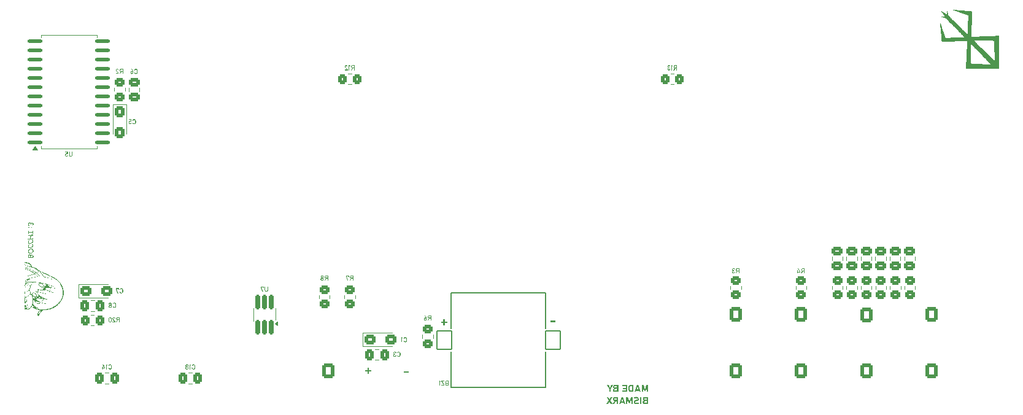
<source format=gbo>
G04 #@! TF.GenerationSoftware,KiCad,Pcbnew,8.0.4*
G04 #@! TF.CreationDate,2024-11-10T20:41:49+01:00*
G04 #@! TF.ProjectId,SchrackMulticlock,53636872-6163-46b4-9d75-6c7469636c6f,v0.0.4*
G04 #@! TF.SameCoordinates,Original*
G04 #@! TF.FileFunction,Legend,Bot*
G04 #@! TF.FilePolarity,Positive*
%FSLAX46Y46*%
G04 Gerber Fmt 4.6, Leading zero omitted, Abs format (unit mm)*
G04 Created by KiCad (PCBNEW 8.0.4) date 2024-11-10 20:41:49*
%MOMM*%
%LPD*%
G01*
G04 APERTURE LIST*
G04 Aperture macros list*
%AMRoundRect*
0 Rectangle with rounded corners*
0 $1 Rounding radius*
0 $2 $3 $4 $5 $6 $7 $8 $9 X,Y pos of 4 corners*
0 Add a 4 corners polygon primitive as box body*
4,1,4,$2,$3,$4,$5,$6,$7,$8,$9,$2,$3,0*
0 Add four circle primitives for the rounded corners*
1,1,$1+$1,$2,$3*
1,1,$1+$1,$4,$5*
1,1,$1+$1,$6,$7*
1,1,$1+$1,$8,$9*
0 Add four rect primitives between the rounded corners*
20,1,$1+$1,$2,$3,$4,$5,0*
20,1,$1+$1,$4,$5,$6,$7,0*
20,1,$1+$1,$6,$7,$8,$9,0*
20,1,$1+$1,$8,$9,$2,$3,0*%
G04 Aperture macros list end*
%ADD10C,0.150000*%
%ADD11C,0.250000*%
%ADD12C,0.175000*%
%ADD13C,0.375000*%
%ADD14C,0.120000*%
%ADD15C,0.127000*%
%ADD16C,0.000000*%
%ADD17C,0.800000*%
%ADD18C,6.400000*%
%ADD19C,0.600000*%
%ADD20O,1.104000X2.204000*%
%ADD21O,1.104000X1.904000*%
%ADD22RoundRect,0.250000X-0.600000X-0.750000X0.600000X-0.750000X0.600000X0.750000X-0.600000X0.750000X0*%
%ADD23O,1.700000X2.000000*%
%ADD24R,1.600000X1.600000*%
%ADD25C,1.600000*%
%ADD26R,1.800000X1.800000*%
%ADD27C,1.800000*%
%ADD28RoundRect,0.250000X0.475000X-0.337500X0.475000X0.337500X-0.475000X0.337500X-0.475000X-0.337500X0*%
%ADD29RoundRect,0.250000X0.450000X-0.350000X0.450000X0.350000X-0.450000X0.350000X-0.450000X-0.350000X0*%
%ADD30RoundRect,0.250000X-0.475000X0.337500X-0.475000X-0.337500X0.475000X-0.337500X0.475000X0.337500X0*%
%ADD31RoundRect,0.162500X0.162500X-0.837500X0.162500X0.837500X-0.162500X0.837500X-0.162500X-0.837500X0*%
%ADD32RoundRect,0.102000X-1.000000X1.250000X-1.000000X-1.250000X1.000000X-1.250000X1.000000X1.250000X0*%
%ADD33RoundRect,0.250000X0.337500X0.475000X-0.337500X0.475000X-0.337500X-0.475000X0.337500X-0.475000X0*%
%ADD34RoundRect,0.250000X-0.425000X0.537500X-0.425000X-0.537500X0.425000X-0.537500X0.425000X0.537500X0*%
%ADD35R,3.000000X4.000000*%
%ADD36RoundRect,0.250000X-0.337500X-0.475000X0.337500X-0.475000X0.337500X0.475000X-0.337500X0.475000X0*%
%ADD37RoundRect,0.137500X-0.862500X-0.137500X0.862500X-0.137500X0.862500X0.137500X-0.862500X0.137500X0*%
%ADD38RoundRect,0.250000X-0.450000X0.350000X-0.450000X-0.350000X0.450000X-0.350000X0.450000X0.350000X0*%
%ADD39RoundRect,0.250000X-0.350000X-0.450000X0.350000X-0.450000X0.350000X0.450000X-0.350000X0.450000X0*%
%ADD40RoundRect,0.250000X-0.537500X-0.425000X0.537500X-0.425000X0.537500X0.425000X-0.537500X0.425000X0*%
%ADD41RoundRect,0.250000X0.350000X0.450000X-0.350000X0.450000X-0.350000X-0.450000X0.350000X-0.450000X0*%
G04 APERTURE END LIST*
D10*
G36*
X123893628Y-97500762D02*
G01*
X123926546Y-97513068D01*
X123955029Y-97534947D01*
X123966402Y-97547003D01*
X123988148Y-97576448D01*
X124006576Y-97609031D01*
X124022049Y-97642829D01*
X124045269Y-97615148D01*
X124071009Y-97592159D01*
X124105226Y-97570765D01*
X124143073Y-97556127D01*
X124177386Y-97549090D01*
X124214219Y-97546744D01*
X124226152Y-97547095D01*
X124260499Y-97552365D01*
X124292670Y-97563957D01*
X124322665Y-97581873D01*
X124350484Y-97606112D01*
X124376128Y-97636674D01*
X124389472Y-97656229D01*
X124408542Y-97690964D01*
X124422164Y-97726353D01*
X124430337Y-97762397D01*
X124433061Y-97799096D01*
X124433042Y-97804282D01*
X124431821Y-97839605D01*
X124428103Y-97877870D01*
X124421905Y-97913891D01*
X124413228Y-97947669D01*
X124412732Y-97948440D01*
X124381941Y-97963569D01*
X124361104Y-97964923D01*
X124323405Y-97967039D01*
X124287329Y-97968474D01*
X124252346Y-97968869D01*
X124248490Y-97968941D01*
X124212378Y-97970122D01*
X124173101Y-97972032D01*
X124133731Y-97974320D01*
X124096901Y-97976686D01*
X124056414Y-97979469D01*
X124048638Y-97980006D01*
X124011444Y-97982432D01*
X123977064Y-97984433D01*
X123939521Y-97986273D01*
X123900842Y-97987644D01*
X123863389Y-97988189D01*
X123725758Y-97988189D01*
X123716914Y-97987305D01*
X123686264Y-97969724D01*
X123679756Y-97962663D01*
X123667115Y-97930401D01*
X123667156Y-97919945D01*
X123667803Y-97892958D01*
X123765594Y-97892958D01*
X123862021Y-97892958D01*
X123895175Y-97892615D01*
X123931400Y-97891585D01*
X123966997Y-97890052D01*
X123964466Y-97870336D01*
X123962551Y-97834829D01*
X123963235Y-97815338D01*
X123963466Y-97810209D01*
X124061030Y-97810209D01*
X124061036Y-97812437D01*
X124063308Y-97846926D01*
X124066159Y-97883384D01*
X124248755Y-97873810D01*
X124331334Y-97872784D01*
X124331914Y-97868535D01*
X124334125Y-97834129D01*
X124334582Y-97799267D01*
X124334246Y-97788771D01*
X124328262Y-97754524D01*
X124314798Y-97721412D01*
X124296285Y-97692581D01*
X124276805Y-97670441D01*
X124248659Y-97650327D01*
X124213364Y-97641974D01*
X124197240Y-97642749D01*
X124163694Y-97650157D01*
X124130863Y-97667588D01*
X124105311Y-97691556D01*
X124091982Y-97709792D01*
X124076338Y-97740618D01*
X124065914Y-97775609D01*
X124061030Y-97810209D01*
X123963466Y-97810209D01*
X123964090Y-97796360D01*
X123956055Y-97745411D01*
X123950252Y-97723377D01*
X123939024Y-97689766D01*
X123924767Y-97655481D01*
X123921369Y-97648028D01*
X123903444Y-97615630D01*
X123875528Y-97593932D01*
X123863662Y-97598785D01*
X123839111Y-97623339D01*
X123835853Y-97627176D01*
X123814911Y-97656724D01*
X123800130Y-97687623D01*
X123792971Y-97708185D01*
X123783754Y-97741763D01*
X123776365Y-97778622D01*
X123770803Y-97818763D01*
X123767564Y-97854721D01*
X123765594Y-97892958D01*
X123667803Y-97892958D01*
X123668130Y-97879293D01*
X123670402Y-97840516D01*
X123673972Y-97803614D01*
X123678841Y-97768588D01*
X123686752Y-97727443D01*
X123696692Y-97689227D01*
X123708661Y-97653942D01*
X123723541Y-97621418D01*
X123743027Y-97589904D01*
X123764739Y-97562131D01*
X123781451Y-97543957D01*
X123808590Y-97521284D01*
X123839709Y-97505204D01*
X123875015Y-97499043D01*
X123893628Y-97500762D01*
G37*
G36*
X124154473Y-96718759D02*
G01*
X124191436Y-96721898D01*
X124233830Y-96729353D01*
X124271992Y-96740731D01*
X124305921Y-96756033D01*
X124335618Y-96775259D01*
X124361083Y-96798408D01*
X124377952Y-96818911D01*
X124395877Y-96848109D01*
X124410287Y-96881272D01*
X124421182Y-96918400D01*
X124428562Y-96959494D01*
X124431936Y-96995224D01*
X124433061Y-97033492D01*
X124432912Y-97043719D01*
X124429333Y-97083563D01*
X124420984Y-97121708D01*
X124407863Y-97158154D01*
X124389972Y-97192901D01*
X124367309Y-97225949D01*
X124339875Y-97257298D01*
X124307670Y-97286948D01*
X124280385Y-97308070D01*
X124245539Y-97331191D01*
X124209731Y-97351229D01*
X124172962Y-97368185D01*
X124135231Y-97382057D01*
X124096539Y-97392847D01*
X124056884Y-97400554D01*
X124016268Y-97405178D01*
X123974690Y-97406720D01*
X123957641Y-97406329D01*
X123916741Y-97401934D01*
X123878303Y-97392655D01*
X123842329Y-97378492D01*
X123808817Y-97359446D01*
X123777767Y-97335516D01*
X123749181Y-97306702D01*
X123739243Y-97294764D01*
X123717204Y-97263500D01*
X123699172Y-97230207D01*
X123685147Y-97194885D01*
X123675130Y-97157534D01*
X123669119Y-97118155D01*
X123667115Y-97076748D01*
X123765594Y-97076748D01*
X123766462Y-97100539D01*
X123772160Y-97139835D01*
X123783175Y-97176152D01*
X123799508Y-97209491D01*
X123821159Y-97239853D01*
X123836496Y-97255962D01*
X123865970Y-97278983D01*
X123898799Y-97295428D01*
X123934982Y-97305294D01*
X123974519Y-97308583D01*
X123990888Y-97308288D01*
X124031051Y-97304967D01*
X124070129Y-97297956D01*
X124108121Y-97287255D01*
X124145029Y-97272865D01*
X124180850Y-97254784D01*
X124215587Y-97233014D01*
X124229997Y-97222658D01*
X124261953Y-97195534D01*
X124288100Y-97166648D01*
X124308436Y-97136002D01*
X124322962Y-97103593D01*
X124331677Y-97069423D01*
X124334582Y-97033492D01*
X124333874Y-97005357D01*
X124330158Y-96967121D01*
X124321795Y-96928529D01*
X124309097Y-96896417D01*
X124289275Y-96867651D01*
X124269081Y-96850162D01*
X124234583Y-96832472D01*
X124197296Y-96822270D01*
X124160062Y-96817446D01*
X124125315Y-96816189D01*
X124108749Y-96816454D01*
X124068239Y-96819437D01*
X124029024Y-96825734D01*
X123991103Y-96835345D01*
X123954475Y-96848271D01*
X123919142Y-96864511D01*
X123885102Y-96884064D01*
X123870630Y-96893713D01*
X123838536Y-96919231D01*
X123812277Y-96946744D01*
X123791853Y-96976252D01*
X123777265Y-97007755D01*
X123768512Y-97041254D01*
X123765594Y-97076748D01*
X123667115Y-97076748D01*
X123669530Y-97036578D01*
X123676775Y-96998304D01*
X123688850Y-96961928D01*
X123705755Y-96927448D01*
X123727489Y-96894865D01*
X123754054Y-96864178D01*
X123785448Y-96835389D01*
X123821672Y-96808496D01*
X123855957Y-96787298D01*
X123891278Y-96768927D01*
X123927636Y-96753382D01*
X123965031Y-96740663D01*
X124003461Y-96730771D01*
X124042929Y-96723705D01*
X124083433Y-96719466D01*
X124124973Y-96718053D01*
X124154473Y-96718759D01*
G37*
G36*
X124236103Y-96149235D02*
G01*
X124249794Y-96181693D01*
X124271152Y-96195397D01*
X124301221Y-96212999D01*
X124307569Y-96220359D01*
X124312453Y-96254382D01*
X124312698Y-96270453D01*
X124305827Y-96306218D01*
X124288543Y-96339107D01*
X124265354Y-96368484D01*
X124240125Y-96393799D01*
X124209528Y-96419875D01*
X124202764Y-96425181D01*
X124175234Y-96445805D01*
X124138949Y-96470148D01*
X124103144Y-96490885D01*
X124067820Y-96508015D01*
X124032977Y-96521539D01*
X123998614Y-96531457D01*
X123964733Y-96537768D01*
X123923057Y-96540586D01*
X123888510Y-96537435D01*
X123853454Y-96526542D01*
X123821905Y-96507869D01*
X123813124Y-96500750D01*
X123788059Y-96473558D01*
X123772278Y-96443061D01*
X123765780Y-96409257D01*
X123765594Y-96402100D01*
X123769032Y-96364946D01*
X123778224Y-96330719D01*
X123790043Y-96302595D01*
X123807298Y-96272517D01*
X123828064Y-96240894D01*
X123844582Y-96217110D01*
X123861770Y-96186950D01*
X123864073Y-96175736D01*
X123851435Y-96143856D01*
X123848685Y-96141200D01*
X123816999Y-96127235D01*
X123814662Y-96127180D01*
X123782538Y-96140204D01*
X123777391Y-96145474D01*
X123751545Y-96177237D01*
X123729145Y-96209096D01*
X123710192Y-96241052D01*
X123694684Y-96273103D01*
X123682623Y-96305251D01*
X123672392Y-96345571D01*
X123667546Y-96386041D01*
X123667115Y-96402271D01*
X123669862Y-96438503D01*
X123678103Y-96472572D01*
X123691837Y-96504476D01*
X123711065Y-96534217D01*
X123735787Y-96561794D01*
X123745249Y-96570505D01*
X123774555Y-96593049D01*
X123805796Y-96610929D01*
X123838973Y-96624145D01*
X123874085Y-96632696D01*
X123911133Y-96636583D01*
X123923912Y-96636842D01*
X123965674Y-96634707D01*
X124007698Y-96628304D01*
X124049984Y-96617632D01*
X124092531Y-96602691D01*
X124124614Y-96588683D01*
X124156844Y-96572275D01*
X124189220Y-96553465D01*
X124221745Y-96532254D01*
X124254416Y-96508641D01*
X124265339Y-96500237D01*
X124299520Y-96471738D01*
X124329143Y-96443176D01*
X124354209Y-96414549D01*
X124374717Y-96385858D01*
X124393944Y-96349904D01*
X124406050Y-96313850D01*
X124411034Y-96277696D01*
X124411177Y-96270453D01*
X124409709Y-96235386D01*
X124408954Y-96228224D01*
X124402115Y-96195055D01*
X124420537Y-96165601D01*
X124422119Y-96151287D01*
X124405623Y-96119377D01*
X124379889Y-96109399D01*
X124343705Y-96104140D01*
X124307481Y-96101976D01*
X124287565Y-96101706D01*
X124254226Y-96112306D01*
X124236546Y-96142023D01*
X124236103Y-96149235D01*
G37*
G36*
X124236103Y-95559047D02*
G01*
X124249794Y-95591505D01*
X124271152Y-95605209D01*
X124301221Y-95622811D01*
X124307569Y-95630170D01*
X124312453Y-95664193D01*
X124312698Y-95680265D01*
X124305827Y-95716029D01*
X124288543Y-95748919D01*
X124265354Y-95778295D01*
X124240125Y-95803611D01*
X124209528Y-95829686D01*
X124202764Y-95834993D01*
X124175234Y-95855617D01*
X124138949Y-95879960D01*
X124103144Y-95900697D01*
X124067820Y-95917827D01*
X124032977Y-95931351D01*
X123998614Y-95941269D01*
X123964733Y-95947580D01*
X123923057Y-95950397D01*
X123888510Y-95947246D01*
X123853454Y-95936354D01*
X123821905Y-95917680D01*
X123813124Y-95910561D01*
X123788059Y-95883370D01*
X123772278Y-95852872D01*
X123765780Y-95819069D01*
X123765594Y-95811912D01*
X123769032Y-95774758D01*
X123778224Y-95740531D01*
X123790043Y-95712407D01*
X123807298Y-95682328D01*
X123828064Y-95650706D01*
X123844582Y-95626922D01*
X123861770Y-95596762D01*
X123864073Y-95585547D01*
X123851435Y-95553668D01*
X123848685Y-95551011D01*
X123816999Y-95537047D01*
X123814662Y-95536992D01*
X123782538Y-95550015D01*
X123777391Y-95555286D01*
X123751545Y-95587049D01*
X123729145Y-95618908D01*
X123710192Y-95650863D01*
X123694684Y-95682915D01*
X123682623Y-95715062D01*
X123672392Y-95755382D01*
X123667546Y-95795852D01*
X123667115Y-95812083D01*
X123669862Y-95848315D01*
X123678103Y-95882383D01*
X123691837Y-95914288D01*
X123711065Y-95944029D01*
X123735787Y-95971606D01*
X123745249Y-95980317D01*
X123774555Y-96002861D01*
X123805796Y-96020741D01*
X123838973Y-96033956D01*
X123874085Y-96042507D01*
X123911133Y-96046394D01*
X123923912Y-96046653D01*
X123965674Y-96044519D01*
X124007698Y-96038116D01*
X124049984Y-96027443D01*
X124092531Y-96012502D01*
X124124614Y-95998495D01*
X124156844Y-95982086D01*
X124189220Y-95963276D01*
X124221745Y-95942065D01*
X124254416Y-95918453D01*
X124265339Y-95910048D01*
X124299520Y-95881550D01*
X124329143Y-95852987D01*
X124354209Y-95824360D01*
X124374717Y-95795669D01*
X124393944Y-95759716D01*
X124406050Y-95723662D01*
X124411034Y-95687508D01*
X124411177Y-95680265D01*
X124409709Y-95645198D01*
X124408954Y-95638035D01*
X124402115Y-95604867D01*
X124420537Y-95575413D01*
X124422119Y-95561099D01*
X124405623Y-95529189D01*
X124379889Y-95519211D01*
X124343705Y-95513952D01*
X124307481Y-95511788D01*
X124287565Y-95511517D01*
X124254226Y-95522117D01*
X124236546Y-95551834D01*
X124236103Y-95559047D01*
G37*
G36*
X124366554Y-94799598D02*
G01*
X124331902Y-94805930D01*
X124307227Y-94806779D01*
X124272890Y-94806170D01*
X124264314Y-94805924D01*
X124229532Y-94804962D01*
X124221400Y-94804898D01*
X124186658Y-94805716D01*
X124152229Y-94807549D01*
X124117265Y-94810012D01*
X124077785Y-94813276D01*
X124043669Y-94816123D01*
X124008060Y-94818700D01*
X123972893Y-94820663D01*
X123937230Y-94821645D01*
X123934170Y-94821653D01*
X123898376Y-94820779D01*
X123862586Y-94818915D01*
X123824237Y-94816353D01*
X123789893Y-94814035D01*
X123753275Y-94812068D01*
X123718589Y-94811074D01*
X123713790Y-94811053D01*
X123681472Y-94823568D01*
X123680622Y-94824389D01*
X123667129Y-94855993D01*
X123667115Y-94857215D01*
X123679791Y-94889021D01*
X123680622Y-94889870D01*
X123712728Y-94903364D01*
X123713961Y-94903377D01*
X123750198Y-94904252D01*
X123786175Y-94906115D01*
X123824579Y-94908677D01*
X123859040Y-94910996D01*
X123895655Y-94912963D01*
X123930116Y-94913956D01*
X123934854Y-94913977D01*
X123970331Y-94913379D01*
X124006320Y-94911584D01*
X124004674Y-94949427D01*
X124001597Y-94984834D01*
X123996981Y-95022982D01*
X123991958Y-95056865D01*
X123985868Y-95092652D01*
X123981700Y-95115038D01*
X123942035Y-95316953D01*
X123907601Y-95317984D01*
X123872966Y-95320359D01*
X123837297Y-95323629D01*
X123817740Y-95325673D01*
X123779742Y-95329413D01*
X123742410Y-95332343D01*
X123707655Y-95334013D01*
X123692932Y-95334221D01*
X123659951Y-95346737D01*
X123659080Y-95347557D01*
X123645245Y-95379161D01*
X123645231Y-95380383D01*
X123658067Y-95412541D01*
X123658909Y-95413381D01*
X123691185Y-95426532D01*
X123692419Y-95426545D01*
X123729171Y-95425727D01*
X123765641Y-95423895D01*
X123802706Y-95421432D01*
X123838305Y-95418683D01*
X123844582Y-95418168D01*
X123880835Y-95415321D01*
X123918662Y-95412744D01*
X123956003Y-95410780D01*
X123990501Y-95409823D01*
X123997087Y-95409790D01*
X124032820Y-95410369D01*
X124067165Y-95411475D01*
X124076930Y-95411842D01*
X124113235Y-95412988D01*
X124148202Y-95413677D01*
X124157286Y-95413722D01*
X124194446Y-95412932D01*
X124231632Y-95411249D01*
X124266766Y-95409230D01*
X124271494Y-95408935D01*
X124307302Y-95406766D01*
X124341838Y-95405067D01*
X124378418Y-95404021D01*
X124385873Y-95403977D01*
X124418704Y-95391622D01*
X124419554Y-95390812D01*
X124433048Y-95359038D01*
X124433061Y-95357815D01*
X124420546Y-95325818D01*
X124419725Y-95324989D01*
X124387961Y-95311666D01*
X124386728Y-95311653D01*
X124349710Y-95312500D01*
X124312824Y-95314303D01*
X124278051Y-95316467D01*
X124273375Y-95316782D01*
X124238016Y-95318952D01*
X124203832Y-95320651D01*
X124167468Y-95321697D01*
X124160022Y-95321741D01*
X124040343Y-95318834D01*
X124080008Y-95112644D01*
X124086830Y-95074967D01*
X124092550Y-95039194D01*
X124097960Y-94998778D01*
X124101783Y-94961103D01*
X124104018Y-94926169D01*
X124104628Y-94904403D01*
X124142861Y-94902084D01*
X124177174Y-94900780D01*
X124216319Y-94899848D01*
X124252632Y-94899356D01*
X124292301Y-94899123D01*
X124309108Y-94899103D01*
X124345439Y-94896111D01*
X124379965Y-94887871D01*
X124382283Y-94887135D01*
X124415160Y-94872071D01*
X124433061Y-94842341D01*
X124419725Y-94809856D01*
X124387640Y-94795338D01*
X124386386Y-94795324D01*
X124366554Y-94799598D01*
G37*
G36*
X124296285Y-94287372D02*
G01*
X124297866Y-94322079D01*
X124301845Y-94358899D01*
X124302611Y-94364651D01*
X124312698Y-94442100D01*
X124277291Y-94444705D01*
X124242280Y-94446962D01*
X124207664Y-94448872D01*
X124173443Y-94450435D01*
X124131223Y-94451900D01*
X124089621Y-94452822D01*
X124048637Y-94453202D01*
X124040514Y-94453213D01*
X124004888Y-94452800D01*
X123968239Y-94451773D01*
X123955884Y-94451332D01*
X123920341Y-94450186D01*
X123884647Y-94449518D01*
X123871254Y-94449452D01*
X123835158Y-94449988D01*
X123799441Y-94451764D01*
X123787478Y-94452700D01*
X123789359Y-94301221D01*
X123776586Y-94269104D01*
X123774826Y-94267369D01*
X123743320Y-94253811D01*
X123739436Y-94253691D01*
X123706147Y-94264924D01*
X123703361Y-94267369D01*
X123689056Y-94298724D01*
X123689000Y-94301221D01*
X123689000Y-94337498D01*
X123689000Y-94372228D01*
X123689000Y-94382090D01*
X123689000Y-94418682D01*
X123689000Y-94453740D01*
X123689000Y-94462787D01*
X123687797Y-94499513D01*
X123685388Y-94535231D01*
X123683528Y-94557847D01*
X123680643Y-94594271D01*
X123678592Y-94630047D01*
X123678057Y-94653248D01*
X123690530Y-94685365D01*
X123692248Y-94687100D01*
X123724886Y-94700724D01*
X123727468Y-94700778D01*
X123760078Y-94689544D01*
X123762859Y-94687100D01*
X123777334Y-94655594D01*
X123777391Y-94653077D01*
X123779322Y-94617996D01*
X123783065Y-94583321D01*
X123787478Y-94549811D01*
X123823532Y-94546539D01*
X123857768Y-94545192D01*
X123876041Y-94545024D01*
X123912671Y-94545793D01*
X123947783Y-94547551D01*
X123956568Y-94548101D01*
X123992731Y-94550094D01*
X124028356Y-94551131D01*
X124036752Y-94551179D01*
X124072611Y-94550853D01*
X124111158Y-94549877D01*
X124152393Y-94548249D01*
X124187316Y-94546478D01*
X124223960Y-94544290D01*
X124262324Y-94541685D01*
X124302408Y-94538664D01*
X124312698Y-94537843D01*
X124310646Y-94600247D01*
X124309279Y-94662822D01*
X124321450Y-94695751D01*
X124323127Y-94697529D01*
X124354575Y-94711256D01*
X124358518Y-94711378D01*
X124391401Y-94701460D01*
X124407099Y-94669019D01*
X124407415Y-94666242D01*
X124409557Y-94631442D01*
X124410556Y-94596083D01*
X124411045Y-94558202D01*
X124411177Y-94520575D01*
X124410480Y-94482964D01*
X124408388Y-94441940D01*
X124405579Y-94405144D01*
X124401803Y-94365978D01*
X124397058Y-94324441D01*
X124392564Y-94289505D01*
X124391344Y-94280533D01*
X124376042Y-94248476D01*
X124342105Y-94237791D01*
X124309940Y-94251271D01*
X124307398Y-94254204D01*
X124296285Y-94287372D01*
G37*
G36*
X123794488Y-93720265D02*
G01*
X123761614Y-93730998D01*
X123757900Y-93734284D01*
X123743835Y-93765844D01*
X123743710Y-93769846D01*
X123755505Y-93802292D01*
X123758071Y-93804895D01*
X123790391Y-93818622D01*
X123794488Y-93818743D01*
X123821672Y-93821992D01*
X123848685Y-93825069D01*
X123881313Y-93811846D01*
X123883050Y-93810024D01*
X123896777Y-93777951D01*
X123896899Y-93774120D01*
X123882497Y-93741302D01*
X123848494Y-93725524D01*
X123812790Y-93720738D01*
X123794488Y-93720265D01*
G37*
G36*
X124153867Y-93728300D02*
G01*
X124121140Y-93739534D01*
X124118476Y-93741978D01*
X124104852Y-93774686D01*
X124104799Y-93777369D01*
X124116032Y-93810405D01*
X124118476Y-93813101D01*
X124149895Y-93826828D01*
X124153867Y-93826950D01*
X124171135Y-93829173D01*
X124189087Y-93831224D01*
X124221073Y-93818602D01*
X124222768Y-93816863D01*
X124235986Y-93785046D01*
X124236103Y-93781130D01*
X124224539Y-93748937D01*
X124193620Y-93732479D01*
X124158926Y-93728352D01*
X124153867Y-93728300D01*
G37*
G36*
X123667115Y-93335582D02*
G01*
X123669071Y-93370973D01*
X123675946Y-93408540D01*
X123687770Y-93443726D01*
X123698403Y-93465861D01*
X123718438Y-93495696D01*
X123745347Y-93522924D01*
X123776880Y-93543444D01*
X123800472Y-93553398D01*
X123817740Y-93556304D01*
X123850079Y-93542666D01*
X123850908Y-93541772D01*
X123864021Y-93510146D01*
X123864073Y-93507749D01*
X123848445Y-93476353D01*
X123846292Y-93474581D01*
X123812953Y-93452526D01*
X123788951Y-93427801D01*
X123777391Y-93406022D01*
X123768186Y-93371544D01*
X123765594Y-93335753D01*
X123769453Y-93301223D01*
X123782464Y-93267103D01*
X123798249Y-93243942D01*
X123823714Y-93220094D01*
X123855686Y-93205368D01*
X123882538Y-93202055D01*
X123916870Y-93205389D01*
X123951127Y-93217109D01*
X123980758Y-93237269D01*
X123997942Y-93255397D01*
X124016608Y-93284361D01*
X124030676Y-93318167D01*
X124039321Y-93352280D01*
X124043420Y-93380376D01*
X124053088Y-93414914D01*
X124081909Y-93433511D01*
X124086505Y-93433719D01*
X124116558Y-93417357D01*
X124129589Y-93391831D01*
X124157799Y-93277110D01*
X124173914Y-93244989D01*
X124190113Y-93227187D01*
X124222290Y-93211672D01*
X124239694Y-93209748D01*
X124273503Y-93215494D01*
X124302755Y-93236393D01*
X124307740Y-93242404D01*
X124324097Y-93272705D01*
X124332459Y-93307536D01*
X124334582Y-93341053D01*
X124329709Y-93375219D01*
X124317314Y-93404483D01*
X124280043Y-93458681D01*
X124268930Y-93484155D01*
X124283691Y-93516292D01*
X124284659Y-93517152D01*
X124316988Y-93530710D01*
X124320734Y-93530830D01*
X124353426Y-93518697D01*
X124377883Y-93492851D01*
X124397015Y-93461836D01*
X124399380Y-93457313D01*
X124415661Y-93423130D01*
X124427502Y-93389337D01*
X124433028Y-93354603D01*
X124433061Y-93351995D01*
X124431432Y-93314715D01*
X124426545Y-93280452D01*
X124416727Y-93244293D01*
X124402474Y-93212240D01*
X124386728Y-93188035D01*
X124362924Y-93162720D01*
X124330731Y-93141402D01*
X124298197Y-93129411D01*
X124261589Y-93123638D01*
X124244652Y-93123066D01*
X124204379Y-93126282D01*
X124169599Y-93135929D01*
X124135966Y-93155313D01*
X124109811Y-93183450D01*
X124093344Y-93214535D01*
X124086505Y-93233171D01*
X124071257Y-93199759D01*
X124049906Y-93168631D01*
X124023913Y-93143813D01*
X124015210Y-93137599D01*
X123983290Y-93120829D01*
X123946729Y-93110270D01*
X123909855Y-93106078D01*
X123896728Y-93105799D01*
X123861834Y-93108149D01*
X123823677Y-93116831D01*
X123788269Y-93131912D01*
X123755610Y-93153389D01*
X123733965Y-93172648D01*
X123711246Y-93198744D01*
X123690682Y-93231788D01*
X123676516Y-93267630D01*
X123668747Y-93306269D01*
X123667115Y-93335582D01*
G37*
D11*
G36*
X208774605Y-116155889D02*
G01*
X208585073Y-115485931D01*
X208338387Y-115485931D01*
X208338387Y-116480000D01*
X208508625Y-116480000D01*
X208508625Y-115708192D01*
X208501786Y-115751912D01*
X208691807Y-116369357D01*
X208857159Y-116369357D01*
X209047180Y-115765589D01*
X209040341Y-115708192D01*
X209040341Y-116480000D01*
X209210579Y-116480000D01*
X209210579Y-115485931D01*
X208963893Y-115485931D01*
X208774605Y-116155889D01*
G37*
G36*
X208229699Y-116480000D02*
G01*
X207849658Y-115485931D01*
X207730711Y-115485931D01*
X207350669Y-116480000D01*
X207552170Y-116480000D01*
X207790062Y-115801249D01*
X208027955Y-116480000D01*
X208229699Y-116480000D01*
G37*
G36*
X208047250Y-116320753D02*
G01*
X208047250Y-116140258D01*
X207524326Y-116140258D01*
X207524326Y-116320753D01*
X208047250Y-116320753D01*
G37*
G36*
X207134026Y-116480000D02*
G01*
X207134026Y-116299504D01*
X206895401Y-116299504D01*
X206841777Y-116295139D01*
X206792213Y-116280255D01*
X206752519Y-116254808D01*
X206721710Y-116216087D01*
X206705120Y-116167338D01*
X206701960Y-116129267D01*
X206701960Y-115836664D01*
X206707935Y-115785105D01*
X206728079Y-115738800D01*
X206752519Y-115710879D01*
X206796311Y-115683791D01*
X206846772Y-115669943D01*
X206895401Y-115666427D01*
X207134026Y-115666427D01*
X207134026Y-115485931D01*
X206899553Y-115485931D01*
X206843092Y-115488215D01*
X206790793Y-115495066D01*
X206742657Y-115506485D01*
X206690387Y-115526218D01*
X206644110Y-115552527D01*
X206610125Y-115579476D01*
X206575346Y-115617143D01*
X206547763Y-115660168D01*
X206527375Y-115708551D01*
X206514183Y-115762292D01*
X206508687Y-115811169D01*
X206507787Y-115842281D01*
X206507787Y-116123893D01*
X206510520Y-116175291D01*
X206518717Y-116223483D01*
X206534472Y-116273868D01*
X206551507Y-116310251D01*
X206579538Y-116352531D01*
X206614447Y-116389248D01*
X206656234Y-116420400D01*
X206682421Y-116435303D01*
X206728736Y-116454858D01*
X206780484Y-116468825D01*
X206830223Y-116476464D01*
X206884122Y-116479825D01*
X206900286Y-116480000D01*
X207134026Y-116480000D01*
G37*
G36*
X207228304Y-116480000D02*
G01*
X207228304Y-115485931D01*
X207040969Y-115485931D01*
X207040969Y-116480000D01*
X207228304Y-116480000D01*
G37*
G36*
X206323628Y-116480000D02*
G01*
X206323628Y-115485931D01*
X206136294Y-115485931D01*
X206136294Y-116480000D01*
X206323628Y-116480000D01*
G37*
G36*
X206255973Y-116480000D02*
G01*
X206255973Y-116299504D01*
X205657822Y-116299504D01*
X205657822Y-116480000D01*
X206255973Y-116480000D01*
G37*
G36*
X206255973Y-116076755D02*
G01*
X206255973Y-115896259D01*
X205733049Y-115896259D01*
X205733049Y-116076755D01*
X206255973Y-116076755D01*
G37*
G36*
X206255973Y-115666427D02*
G01*
X206255973Y-115485931D01*
X205657822Y-115485931D01*
X205657822Y-115666427D01*
X206255973Y-115666427D01*
G37*
G36*
X205030118Y-116480000D02*
G01*
X205030118Y-116299504D01*
X204713091Y-116299504D01*
X204662448Y-116293567D01*
X204618194Y-116272241D01*
X204613684Y-116268485D01*
X204585048Y-116225509D01*
X204578269Y-116181290D01*
X204578269Y-116179337D01*
X204587123Y-116128900D01*
X204613684Y-116091409D01*
X204659256Y-116067206D01*
X204709105Y-116060421D01*
X204713091Y-116060390D01*
X205030118Y-116060390D01*
X205030118Y-115879895D01*
X204713091Y-115879895D01*
X204664390Y-115873455D01*
X204623210Y-115850586D01*
X204596494Y-115807139D01*
X204591214Y-115767787D01*
X204602494Y-115717905D01*
X204623210Y-115692805D01*
X204667276Y-115671476D01*
X204713091Y-115666427D01*
X205030118Y-115666427D01*
X205030118Y-115485931D01*
X204706741Y-115485931D01*
X204654720Y-115488413D01*
X204599824Y-115497581D01*
X204551169Y-115513504D01*
X204503206Y-115539974D01*
X204482281Y-115556517D01*
X204447446Y-115595321D01*
X204422564Y-115641392D01*
X204407635Y-115694728D01*
X204402736Y-115747358D01*
X204402658Y-115755331D01*
X204407643Y-115806694D01*
X204424642Y-115856305D01*
X204453705Y-115898702D01*
X204493625Y-115932560D01*
X204538581Y-115955077D01*
X204586097Y-115968611D01*
X204597564Y-115970753D01*
X204545340Y-115982253D01*
X204500226Y-116001365D01*
X204458437Y-116031528D01*
X204444180Y-116046224D01*
X204415457Y-116088494D01*
X204397373Y-116138063D01*
X204390192Y-116188916D01*
X204389713Y-116207180D01*
X204389713Y-116209378D01*
X204393547Y-116263112D01*
X204405047Y-116311259D01*
X204427579Y-116359444D01*
X204460124Y-116400331D01*
X204469825Y-116409413D01*
X204513865Y-116440295D01*
X204559137Y-116460078D01*
X204610697Y-116473106D01*
X204659896Y-116478897D01*
X204695261Y-116480000D01*
X205030118Y-116480000D01*
G37*
G36*
X205112184Y-116480000D02*
G01*
X205112184Y-115485931D01*
X204924849Y-115485931D01*
X204924849Y-116480000D01*
X205112184Y-116480000D01*
G37*
G36*
X203579560Y-115485931D02*
G01*
X203872163Y-116096538D01*
X203872163Y-116480000D01*
X204059497Y-116480000D01*
X204059497Y-116096538D01*
X204352100Y-115485931D01*
X204155973Y-115485931D01*
X203965952Y-115914089D01*
X203775931Y-115485931D01*
X203579560Y-115485931D01*
G37*
G36*
X209128513Y-118160000D02*
G01*
X209128513Y-117979504D01*
X208811486Y-117979504D01*
X208760843Y-117973567D01*
X208716589Y-117952241D01*
X208712079Y-117948485D01*
X208683443Y-117905509D01*
X208676664Y-117861290D01*
X208676664Y-117859337D01*
X208685518Y-117808900D01*
X208712079Y-117771409D01*
X208757651Y-117747206D01*
X208807500Y-117740421D01*
X208811486Y-117740390D01*
X209128513Y-117740390D01*
X209128513Y-117559895D01*
X208811486Y-117559895D01*
X208762785Y-117553455D01*
X208721605Y-117530586D01*
X208694889Y-117487139D01*
X208689609Y-117447787D01*
X208700888Y-117397905D01*
X208721605Y-117372805D01*
X208765671Y-117351476D01*
X208811486Y-117346427D01*
X209128513Y-117346427D01*
X209128513Y-117165931D01*
X208805136Y-117165931D01*
X208753115Y-117168413D01*
X208698219Y-117177581D01*
X208649564Y-117193504D01*
X208601601Y-117219974D01*
X208580676Y-117236517D01*
X208545841Y-117275321D01*
X208520959Y-117321392D01*
X208506030Y-117374728D01*
X208501131Y-117427358D01*
X208501053Y-117435331D01*
X208506038Y-117486694D01*
X208523037Y-117536305D01*
X208552100Y-117578702D01*
X208592020Y-117612560D01*
X208636976Y-117635077D01*
X208684492Y-117648611D01*
X208695959Y-117650753D01*
X208643735Y-117662253D01*
X208598621Y-117681365D01*
X208556832Y-117711528D01*
X208542575Y-117726224D01*
X208513852Y-117768494D01*
X208495768Y-117818063D01*
X208488587Y-117868916D01*
X208488108Y-117887180D01*
X208488108Y-117889378D01*
X208491942Y-117943112D01*
X208503442Y-117991259D01*
X208525974Y-118039444D01*
X208558519Y-118080331D01*
X208568220Y-118089413D01*
X208612260Y-118120295D01*
X208657532Y-118140078D01*
X208709092Y-118153106D01*
X208758291Y-118158897D01*
X208793656Y-118160000D01*
X209128513Y-118160000D01*
G37*
G36*
X209210579Y-118160000D02*
G01*
X209210579Y-117165931D01*
X209023244Y-117165931D01*
X209023244Y-118160000D01*
X209210579Y-118160000D01*
G37*
G36*
X208126385Y-117165931D02*
G01*
X208126385Y-118160000D01*
X208320558Y-118160000D01*
X208320558Y-117165931D01*
X208126385Y-117165931D01*
G37*
G36*
X207609567Y-118170258D02*
G01*
X207662461Y-118168231D01*
X207714530Y-118162152D01*
X207748785Y-118155847D01*
X207798542Y-118143185D01*
X207845963Y-118126813D01*
X207876280Y-118113838D01*
X207922608Y-118089519D01*
X207965147Y-118061410D01*
X207983503Y-118047159D01*
X207896796Y-117892798D01*
X207855229Y-117922666D01*
X207809448Y-117947455D01*
X207764173Y-117965582D01*
X207716750Y-117979106D01*
X207668517Y-117987621D01*
X207619473Y-117991128D01*
X207609567Y-117991228D01*
X207556330Y-117988199D01*
X207507025Y-117977869D01*
X207467418Y-117960209D01*
X207431128Y-117925318D01*
X207416909Y-117875798D01*
X207416859Y-117872281D01*
X207416859Y-117871549D01*
X207427799Y-117823754D01*
X207442260Y-117805603D01*
X207484586Y-117779691D01*
X207508939Y-117771653D01*
X207557617Y-117760448D01*
X207598576Y-117753335D01*
X207649720Y-117744633D01*
X207697713Y-117735129D01*
X207716301Y-117731109D01*
X207766457Y-117716363D01*
X207813059Y-117695633D01*
X207825722Y-117688611D01*
X207865626Y-117658411D01*
X207898144Y-117618673D01*
X207906078Y-117605568D01*
X207924533Y-117560002D01*
X207933968Y-117509301D01*
X207936364Y-117461465D01*
X207936364Y-117460732D01*
X207932998Y-117408462D01*
X207920562Y-117353341D01*
X207898964Y-117304531D01*
X207868203Y-117262033D01*
X207840621Y-117235540D01*
X207794946Y-117204515D01*
X207749769Y-117183987D01*
X207699027Y-117169058D01*
X207642722Y-117159727D01*
X207591550Y-117156228D01*
X207570000Y-117155917D01*
X207519362Y-117158565D01*
X207468200Y-117166507D01*
X207416513Y-117179745D01*
X207406113Y-117183028D01*
X207360054Y-117199957D01*
X207311052Y-117223026D01*
X207264341Y-117250580D01*
X207250774Y-117259720D01*
X207329909Y-117418234D01*
X207373712Y-117390654D01*
X207419027Y-117368363D01*
X207450076Y-117356441D01*
X207500032Y-117342524D01*
X207551938Y-117335472D01*
X207570000Y-117334947D01*
X207619964Y-117337714D01*
X207669973Y-117348339D01*
X207703356Y-117363279D01*
X207738710Y-117397351D01*
X207750495Y-117442903D01*
X207750495Y-117443635D01*
X207740593Y-117492303D01*
X207722407Y-117516175D01*
X207680714Y-117541840D01*
X207649378Y-117552568D01*
X207599439Y-117564801D01*
X207552170Y-117574794D01*
X207502088Y-117585392D01*
X207452286Y-117597955D01*
X207438108Y-117601905D01*
X207390183Y-117618674D01*
X207345998Y-117640774D01*
X207334061Y-117648066D01*
X207294108Y-117681222D01*
X207264469Y-117721173D01*
X207259078Y-117730865D01*
X207240893Y-117778731D01*
X207232746Y-117827356D01*
X207230990Y-117867397D01*
X207230990Y-117868862D01*
X207234477Y-117920368D01*
X207247356Y-117974749D01*
X207269726Y-118022983D01*
X207301586Y-118065069D01*
X207330153Y-118091367D01*
X207377333Y-118122107D01*
X207423988Y-118142446D01*
X207476378Y-118157238D01*
X207534504Y-118166483D01*
X207587324Y-118169950D01*
X207609567Y-118170258D01*
G37*
G36*
X206637969Y-117835889D02*
G01*
X206448436Y-117165931D01*
X206201751Y-117165931D01*
X206201751Y-118160000D01*
X206371988Y-118160000D01*
X206371988Y-117388192D01*
X206365150Y-117431912D01*
X206555170Y-118049357D01*
X206720523Y-118049357D01*
X206910544Y-117445589D01*
X206903705Y-117388192D01*
X206903705Y-118160000D01*
X207073942Y-118160000D01*
X207073942Y-117165931D01*
X206827257Y-117165931D01*
X206637969Y-117835889D01*
G37*
G36*
X206093063Y-118160000D02*
G01*
X205713021Y-117165931D01*
X205594075Y-117165931D01*
X205214033Y-118160000D01*
X205415533Y-118160000D01*
X205653426Y-117481249D01*
X205891318Y-118160000D01*
X206093063Y-118160000D01*
G37*
G36*
X205910614Y-118000753D02*
G01*
X205910614Y-117820258D01*
X205387690Y-117820258D01*
X205387690Y-118000753D01*
X205910614Y-118000753D01*
G37*
G36*
X205017173Y-117760174D02*
G01*
X205017173Y-117579678D01*
X204671325Y-117579678D01*
X204623450Y-117567180D01*
X204601228Y-117547683D01*
X204578945Y-117502165D01*
X204574117Y-117462686D01*
X204581561Y-117412682D01*
X204600495Y-117378178D01*
X204642900Y-117349748D01*
X204671325Y-117345938D01*
X205017173Y-117345938D01*
X205017173Y-117165443D01*
X204656182Y-117165443D01*
X204606613Y-117169044D01*
X204556771Y-117181326D01*
X204511835Y-117202323D01*
X204472474Y-117231257D01*
X204437040Y-117270985D01*
X204415603Y-117306371D01*
X204396135Y-117355035D01*
X204385450Y-117403884D01*
X204381443Y-117457121D01*
X204381409Y-117462686D01*
X204384796Y-117516491D01*
X204394957Y-117565860D01*
X204413958Y-117615041D01*
X204416092Y-117619246D01*
X204442971Y-117661734D01*
X204479602Y-117700053D01*
X204512079Y-117723293D01*
X204556876Y-117744291D01*
X204606637Y-117756572D01*
X204656182Y-117760174D01*
X205017173Y-117760174D01*
G37*
G36*
X205091667Y-118160000D02*
G01*
X205091667Y-117165443D01*
X204904333Y-117165443D01*
X204904333Y-118160000D01*
X205091667Y-118160000D01*
G37*
G36*
X204566789Y-118160000D02*
G01*
X204808101Y-117729399D01*
X204607822Y-117697892D01*
X204339644Y-118160000D01*
X204566789Y-118160000D01*
G37*
G36*
X203691912Y-118160000D02*
G01*
X203932491Y-117753335D01*
X203951542Y-117721095D01*
X204280293Y-117165931D01*
X204082944Y-117165931D01*
X203859951Y-117542798D01*
X203834061Y-117587250D01*
X203494319Y-118160000D01*
X203691912Y-118160000D01*
G37*
G36*
X204288597Y-118160000D02*
G01*
X203930293Y-117548171D01*
X203706810Y-117165931D01*
X203509218Y-117165931D01*
X203838213Y-117727934D01*
X204091004Y-118160000D01*
X204288597Y-118160000D01*
G37*
D12*
G36*
X138560383Y-72627680D02*
G01*
X138595592Y-72625661D01*
X138632520Y-72618561D01*
X138666608Y-72606348D01*
X138687755Y-72595367D01*
X138716500Y-72575135D01*
X138741376Y-72550792D01*
X138762385Y-72522337D01*
X138772385Y-72504753D01*
X138786931Y-72470321D01*
X138795864Y-72437126D01*
X138801036Y-72401495D01*
X138802476Y-72368319D01*
X138802476Y-72177345D01*
X138800595Y-72139369D01*
X138794953Y-72103914D01*
X138785550Y-72070981D01*
X138772385Y-72040569D01*
X138753525Y-72009762D01*
X138730798Y-71983119D01*
X138704202Y-71960642D01*
X138687755Y-71949955D01*
X138655561Y-71934335D01*
X138620526Y-71923827D01*
X138582651Y-71918431D01*
X138560383Y-71917642D01*
X138523681Y-71920163D01*
X138489016Y-71927726D01*
X138456388Y-71940332D01*
X138450107Y-71943458D01*
X138420401Y-71961614D01*
X138393901Y-71983810D01*
X138370606Y-72010046D01*
X138366332Y-72015779D01*
X138347401Y-72046289D01*
X138332712Y-72079906D01*
X138323117Y-72112816D01*
X138320683Y-72124345D01*
X138420700Y-72124345D01*
X138433802Y-72091104D01*
X138451133Y-72065702D01*
X138477363Y-72040998D01*
X138501056Y-72026721D01*
X138533964Y-72015385D01*
X138560383Y-72012701D01*
X138594459Y-72016285D01*
X138627657Y-72028674D01*
X138655948Y-72049911D01*
X138663477Y-72058008D01*
X138684034Y-72089057D01*
X138696025Y-72121854D01*
X138701850Y-72159249D01*
X138702459Y-72177345D01*
X138702459Y-72368319D01*
X138700022Y-72403592D01*
X138691457Y-72438906D01*
X138674707Y-72472719D01*
X138663477Y-72487485D01*
X138636660Y-72511197D01*
X138604934Y-72526127D01*
X138568299Y-72532274D01*
X138560383Y-72532450D01*
X138524306Y-72527710D01*
X138492558Y-72514919D01*
X138474727Y-72503727D01*
X138448296Y-72478626D01*
X138430573Y-72449366D01*
X138420700Y-72420978D01*
X138320683Y-72420978D01*
X138329159Y-72454739D01*
X138342670Y-72489334D01*
X138360488Y-72520857D01*
X138366674Y-72529714D01*
X138389384Y-72556669D01*
X138415200Y-72579616D01*
X138444121Y-72598557D01*
X138450278Y-72601864D01*
X138482408Y-72615478D01*
X138516609Y-72624050D01*
X138552880Y-72627579D01*
X138560383Y-72627680D01*
G37*
G36*
X138162535Y-72224362D02*
G01*
X138176196Y-72253991D01*
X138188716Y-72287393D01*
X138198610Y-72321644D01*
X138203996Y-72346520D01*
X138209189Y-72382552D01*
X138210920Y-72417045D01*
X138210920Y-72417558D01*
X138210475Y-72435916D01*
X138205978Y-72475678D01*
X138196637Y-72511136D01*
X138182453Y-72542291D01*
X138160313Y-72572628D01*
X138153803Y-72579294D01*
X138124519Y-72601659D01*
X138090042Y-72617143D01*
X138055615Y-72625046D01*
X138017211Y-72627680D01*
X138005771Y-72627463D01*
X137968317Y-72623271D01*
X137934889Y-72613746D01*
X137901614Y-72596329D01*
X137873596Y-72571944D01*
X137861695Y-72557302D01*
X137842653Y-72523771D01*
X137831198Y-72489785D01*
X137824603Y-72451463D01*
X137823196Y-72422858D01*
X137920442Y-72422858D01*
X137920442Y-72423371D01*
X137921051Y-72439390D01*
X137928340Y-72475454D01*
X137945404Y-72505266D01*
X137951948Y-72511958D01*
X137982678Y-72529106D01*
X138017211Y-72533818D01*
X138025620Y-72533568D01*
X138060056Y-72525808D01*
X138088163Y-72505437D01*
X138096705Y-72493870D01*
X138109762Y-72460196D01*
X138113296Y-72423884D01*
X138113296Y-72423371D01*
X138112455Y-72402376D01*
X138105723Y-72365975D01*
X138089360Y-72332928D01*
X138084701Y-72327184D01*
X138056266Y-72306938D01*
X138021998Y-72300786D01*
X138007269Y-72301566D01*
X137974129Y-72310902D01*
X137946771Y-72332757D01*
X137934044Y-72352741D01*
X137923553Y-72385908D01*
X137920442Y-72422858D01*
X137823196Y-72422858D01*
X137822818Y-72415165D01*
X137822818Y-72414823D01*
X137822994Y-72402603D01*
X137826375Y-72362600D01*
X137834059Y-72326901D01*
X137848111Y-72291372D01*
X137867783Y-72261463D01*
X137889223Y-72240278D01*
X137921981Y-72220686D01*
X137956004Y-72210492D01*
X137994643Y-72207094D01*
X138030620Y-72211719D01*
X138060923Y-72227206D01*
X137906080Y-71924823D01*
X138011398Y-71924823D01*
X138162535Y-72224362D01*
G37*
G36*
X156567051Y-102627680D02*
G01*
X156602105Y-102626027D01*
X156640797Y-102619680D01*
X156675811Y-102608572D01*
X156707147Y-102592704D01*
X156734804Y-102572076D01*
X156747253Y-102559976D01*
X156768926Y-102532628D01*
X156786114Y-102501360D01*
X156798819Y-102466174D01*
X156807039Y-102427068D01*
X156810464Y-102391487D01*
X156811025Y-102368832D01*
X156811025Y-101924823D01*
X156713401Y-101924823D01*
X156713401Y-102372080D01*
X156711007Y-102407973D01*
X156702593Y-102443218D01*
X156686137Y-102476003D01*
X156675104Y-102489878D01*
X156648096Y-102511787D01*
X156614944Y-102525582D01*
X156579853Y-102531059D01*
X156567051Y-102531424D01*
X156529957Y-102528138D01*
X156494675Y-102516778D01*
X156465637Y-102497303D01*
X156458143Y-102489878D01*
X156437857Y-102460450D01*
X156426023Y-102428225D01*
X156420276Y-102390564D01*
X156419675Y-102372080D01*
X156419675Y-101924823D01*
X156322051Y-101924823D01*
X156322051Y-102368832D01*
X156323616Y-102406046D01*
X156328312Y-102440539D01*
X156338079Y-102478338D01*
X156352355Y-102512218D01*
X156371138Y-102542179D01*
X156386165Y-102559976D01*
X156412058Y-102582985D01*
X156441655Y-102601233D01*
X156474954Y-102614721D01*
X156511956Y-102623449D01*
X156552660Y-102627416D01*
X156567051Y-102627680D01*
G37*
G36*
X155814270Y-101924823D02*
G01*
X155814270Y-102011846D01*
X155994301Y-102620500D01*
X156098080Y-102620500D01*
X155918220Y-102017488D01*
X156095174Y-102017488D01*
X156095174Y-102117506D01*
X156192797Y-102117506D01*
X156192797Y-101924823D01*
X155814270Y-101924823D01*
G37*
G36*
X181671814Y-115620500D02*
G01*
X181671814Y-115530056D01*
X181483405Y-115530056D01*
X181447426Y-115528208D01*
X181413720Y-115521709D01*
X181382257Y-115507411D01*
X181373471Y-115500479D01*
X181352549Y-115473232D01*
X181342294Y-115439834D01*
X181341158Y-115422345D01*
X181341158Y-115420978D01*
X181345029Y-115385186D01*
X181357958Y-115353032D01*
X181368684Y-115338570D01*
X181396946Y-115318534D01*
X181430073Y-115309559D01*
X181459469Y-115307624D01*
X181671814Y-115307624D01*
X181671814Y-115219575D01*
X181459469Y-115219575D01*
X181425380Y-115216544D01*
X181391169Y-115203922D01*
X181377916Y-115193929D01*
X181358159Y-115164703D01*
X181350820Y-115130986D01*
X181350390Y-115119045D01*
X181354694Y-115083638D01*
X181370593Y-115051689D01*
X181380994Y-115041082D01*
X181410910Y-115024256D01*
X181447491Y-115016338D01*
X181472805Y-115015095D01*
X181671814Y-115015095D01*
X181671814Y-114924823D01*
X181455024Y-114924823D01*
X181418337Y-114926620D01*
X181380200Y-114933259D01*
X181347086Y-114944791D01*
X181315392Y-114963961D01*
X181302006Y-114975943D01*
X181280015Y-115003693D01*
X181264307Y-115035825D01*
X181254882Y-115072338D01*
X181251790Y-115107880D01*
X181251740Y-115113232D01*
X181255357Y-115148051D01*
X181266205Y-115180811D01*
X181282344Y-115208804D01*
X181307526Y-115234845D01*
X181337606Y-115252102D01*
X181370531Y-115262409D01*
X181378600Y-115264027D01*
X181344547Y-115272401D01*
X181312103Y-115288717D01*
X181285335Y-115312412D01*
X181278412Y-115320960D01*
X181259568Y-115351912D01*
X181247704Y-115385568D01*
X181242819Y-115421929D01*
X181242679Y-115429526D01*
X181242679Y-115431065D01*
X181245313Y-115466736D01*
X181254775Y-115503636D01*
X181271119Y-115536411D01*
X181294344Y-115565062D01*
X181297731Y-115568354D01*
X181327705Y-115591167D01*
X181362572Y-115607463D01*
X181397095Y-115616375D01*
X181435366Y-115620296D01*
X181446988Y-115620500D01*
X181671814Y-115620500D01*
G37*
G36*
X181729260Y-115620500D02*
G01*
X181729260Y-114924823D01*
X181632149Y-114924823D01*
X181632149Y-115620500D01*
X181729260Y-115620500D01*
G37*
G36*
X180702414Y-114924823D02*
G01*
X180702414Y-115008940D01*
X181005373Y-115527663D01*
X180692840Y-115527663D01*
X180692840Y-115620500D01*
X181125394Y-115620500D01*
X181125394Y-115536211D01*
X180820041Y-115017488D01*
X181116845Y-115017488D01*
X181116845Y-114924823D01*
X180702414Y-114924823D01*
G37*
G36*
X180410397Y-114924823D02*
G01*
X180410397Y-115620500D01*
X180508021Y-115620500D01*
X180508021Y-115030995D01*
X180607013Y-115091689D01*
X180607013Y-114990817D01*
X180508021Y-114924823D01*
X180410397Y-114924823D01*
G37*
D13*
G36*
X195730747Y-106841310D02*
G01*
X196419878Y-106841310D01*
X196419878Y-106642374D01*
X195730747Y-106642374D01*
X195730747Y-106841310D01*
G37*
G36*
X180658939Y-106994084D02*
G01*
X181491319Y-106994084D01*
X181491319Y-106795148D01*
X180658939Y-106795148D01*
X180658939Y-106994084D01*
G37*
G36*
X181179909Y-107310989D02*
G01*
X181179909Y-106478243D01*
X180970715Y-106478243D01*
X180970715Y-107310989D01*
X181179909Y-107310989D01*
G37*
D12*
G36*
X146497424Y-113377680D02*
G01*
X146532633Y-113375661D01*
X146569561Y-113368561D01*
X146603649Y-113356348D01*
X146624796Y-113345367D01*
X146653541Y-113325135D01*
X146678417Y-113300792D01*
X146699426Y-113272337D01*
X146709426Y-113254753D01*
X146723972Y-113220321D01*
X146732905Y-113187126D01*
X146738077Y-113151495D01*
X146739517Y-113118319D01*
X146739517Y-112927345D01*
X146737636Y-112889369D01*
X146731994Y-112853914D01*
X146722591Y-112820981D01*
X146709426Y-112790569D01*
X146690566Y-112759762D01*
X146667839Y-112733119D01*
X146641243Y-112710642D01*
X146624796Y-112699955D01*
X146592602Y-112684335D01*
X146557567Y-112673827D01*
X146519692Y-112668431D01*
X146497424Y-112667642D01*
X146460722Y-112670163D01*
X146426057Y-112677726D01*
X146393429Y-112690332D01*
X146387148Y-112693458D01*
X146357442Y-112711614D01*
X146330942Y-112733810D01*
X146307647Y-112760046D01*
X146303373Y-112765779D01*
X146284442Y-112796289D01*
X146269753Y-112829906D01*
X146260158Y-112862816D01*
X146257724Y-112874345D01*
X146357741Y-112874345D01*
X146370843Y-112841104D01*
X146388174Y-112815702D01*
X146414404Y-112790998D01*
X146438097Y-112776721D01*
X146471005Y-112765385D01*
X146497424Y-112762701D01*
X146531500Y-112766285D01*
X146564698Y-112778674D01*
X146592989Y-112799911D01*
X146600518Y-112808008D01*
X146621075Y-112839057D01*
X146633066Y-112871854D01*
X146638891Y-112909249D01*
X146639500Y-112927345D01*
X146639500Y-113118319D01*
X146637063Y-113153592D01*
X146628498Y-113188906D01*
X146611748Y-113222719D01*
X146600518Y-113237485D01*
X146573701Y-113261197D01*
X146541975Y-113276127D01*
X146505340Y-113282274D01*
X146497424Y-113282450D01*
X146461347Y-113277710D01*
X146429599Y-113264919D01*
X146411768Y-113253727D01*
X146385337Y-113228626D01*
X146367614Y-113199366D01*
X146357741Y-113170978D01*
X146257724Y-113170978D01*
X146266200Y-113204739D01*
X146279711Y-113239334D01*
X146297529Y-113270857D01*
X146303715Y-113279714D01*
X146326425Y-113306669D01*
X146352241Y-113329616D01*
X146381162Y-113348557D01*
X146387319Y-113351864D01*
X146419449Y-113365478D01*
X146453650Y-113374050D01*
X146489921Y-113377579D01*
X146497424Y-113377680D01*
G37*
G36*
X145965707Y-112674823D02*
G01*
X145965707Y-113370500D01*
X146063331Y-113370500D01*
X146063331Y-112780995D01*
X146162322Y-112841689D01*
X146162322Y-112740817D01*
X146063331Y-112674823D01*
X145965707Y-112674823D01*
G37*
G36*
X145609799Y-112667691D02*
G01*
X145646538Y-112670762D01*
X145684419Y-112680123D01*
X145717918Y-112695724D01*
X145747036Y-112717565D01*
X145750350Y-112720718D01*
X145773070Y-112748257D01*
X145789058Y-112779921D01*
X145798315Y-112815710D01*
X145800892Y-112850409D01*
X145800892Y-112867164D01*
X145800345Y-112880211D01*
X145792996Y-112915722D01*
X145778495Y-112947349D01*
X145772636Y-112956557D01*
X145748724Y-112984368D01*
X145719510Y-113005308D01*
X145742654Y-113020351D01*
X145769221Y-113045920D01*
X145789266Y-113074892D01*
X145802970Y-113104148D01*
X145812183Y-113137755D01*
X145815253Y-113172858D01*
X145815253Y-113184313D01*
X145812682Y-113219405D01*
X145803914Y-113254651D01*
X145788924Y-113286382D01*
X145770414Y-113311620D01*
X145745310Y-113334985D01*
X145715236Y-113353744D01*
X145709253Y-113356643D01*
X145674076Y-113369242D01*
X145638767Y-113375787D01*
X145604276Y-113377680D01*
X145600317Y-113377657D01*
X145562470Y-113374852D01*
X145527795Y-113367372D01*
X145493317Y-113353744D01*
X145465698Y-113336881D01*
X145440138Y-113313935D01*
X145419629Y-113286382D01*
X145404638Y-113254651D01*
X145395871Y-113219405D01*
X145393299Y-113184313D01*
X145393299Y-113172858D01*
X145393493Y-113170465D01*
X145490410Y-113170465D01*
X145490410Y-113177132D01*
X145491174Y-113191642D01*
X145500310Y-113225146D01*
X145521698Y-113254411D01*
X145536343Y-113265869D01*
X145568621Y-113279682D01*
X145604276Y-113283818D01*
X145622755Y-113282802D01*
X145658050Y-113273631D01*
X145686855Y-113254924D01*
X145695868Y-113245431D01*
X145712979Y-113213922D01*
X145718142Y-113178158D01*
X145718142Y-113170978D01*
X145717379Y-113156173D01*
X145708243Y-113122135D01*
X145686855Y-113092673D01*
X145672151Y-113081215D01*
X145639851Y-113067402D01*
X145604276Y-113063266D01*
X145585745Y-113064300D01*
X145550420Y-113073633D01*
X145521698Y-113092673D01*
X145512684Y-113102326D01*
X145495574Y-113134284D01*
X145490410Y-113170465D01*
X145393493Y-113170465D01*
X145395887Y-113140885D01*
X145404712Y-113107141D01*
X145419800Y-113074892D01*
X145434151Y-113053297D01*
X145459804Y-113026153D01*
X145490410Y-113005308D01*
X145479073Y-112998770D01*
X145451191Y-112975713D01*
X145430400Y-112948033D01*
X145422672Y-112933677D01*
X145411414Y-112901295D01*
X145407661Y-112867164D01*
X145407661Y-112859983D01*
X145505285Y-112859983D01*
X145505285Y-112866651D01*
X145505525Y-112875181D01*
X145513005Y-112910813D01*
X145532640Y-112941365D01*
X145537889Y-112946406D01*
X145568686Y-112964175D01*
X145604276Y-112969575D01*
X145612461Y-112969328D01*
X145646682Y-112961661D01*
X145676084Y-112941536D01*
X145682455Y-112934246D01*
X145698782Y-112901911D01*
X145703268Y-112867506D01*
X145703268Y-112860325D01*
X145703029Y-112852052D01*
X145695596Y-112817616D01*
X145676084Y-112788347D01*
X145670804Y-112783519D01*
X145639900Y-112766504D01*
X145604276Y-112761333D01*
X145596093Y-112761571D01*
X145561919Y-112768957D01*
X145532640Y-112788347D01*
X145527751Y-112793566D01*
X145510521Y-112824308D01*
X145505285Y-112859983D01*
X145407661Y-112859983D01*
X145407661Y-112850409D01*
X145407713Y-112845258D01*
X145411027Y-112811011D01*
X145421125Y-112775738D01*
X145437955Y-112744589D01*
X145461516Y-112717565D01*
X145468365Y-112711520D01*
X145498525Y-112691238D01*
X145533109Y-112677197D01*
X145566999Y-112670031D01*
X145604276Y-112667642D01*
X145609799Y-112667691D01*
G37*
G36*
X138325771Y-79565180D02*
G01*
X138360980Y-79563161D01*
X138397908Y-79556061D01*
X138431996Y-79543848D01*
X138453143Y-79532867D01*
X138481888Y-79512635D01*
X138506764Y-79488292D01*
X138527773Y-79459837D01*
X138537773Y-79442253D01*
X138552319Y-79407821D01*
X138561252Y-79374626D01*
X138566424Y-79338995D01*
X138567864Y-79305819D01*
X138567864Y-79114845D01*
X138565983Y-79076869D01*
X138560341Y-79041414D01*
X138550938Y-79008481D01*
X138537773Y-78978069D01*
X138518913Y-78947262D01*
X138496186Y-78920619D01*
X138469590Y-78898142D01*
X138453143Y-78887455D01*
X138420949Y-78871835D01*
X138385914Y-78861327D01*
X138348039Y-78855931D01*
X138325771Y-78855142D01*
X138289069Y-78857663D01*
X138254404Y-78865226D01*
X138221776Y-78877832D01*
X138215495Y-78880958D01*
X138185789Y-78899114D01*
X138159289Y-78921310D01*
X138135994Y-78947546D01*
X138131720Y-78953279D01*
X138112789Y-78983789D01*
X138098100Y-79017406D01*
X138088505Y-79050316D01*
X138086071Y-79061845D01*
X138186088Y-79061845D01*
X138199190Y-79028604D01*
X138216521Y-79003202D01*
X138242751Y-78978498D01*
X138266444Y-78964221D01*
X138299352Y-78952885D01*
X138325771Y-78950201D01*
X138359847Y-78953785D01*
X138393045Y-78966174D01*
X138421336Y-78987411D01*
X138428865Y-78995508D01*
X138449422Y-79026557D01*
X138461413Y-79059354D01*
X138467238Y-79096749D01*
X138467847Y-79114845D01*
X138467847Y-79305819D01*
X138465410Y-79341092D01*
X138456845Y-79376406D01*
X138440095Y-79410219D01*
X138428865Y-79424985D01*
X138402048Y-79448697D01*
X138370322Y-79463627D01*
X138333687Y-79469774D01*
X138325771Y-79469950D01*
X138289694Y-79465210D01*
X138257946Y-79452419D01*
X138240115Y-79441227D01*
X138213684Y-79416126D01*
X138195961Y-79386866D01*
X138186088Y-79358478D01*
X138086071Y-79358478D01*
X138094547Y-79392239D01*
X138108058Y-79426834D01*
X138125876Y-79458357D01*
X138132062Y-79467214D01*
X138154772Y-79494169D01*
X138180588Y-79517116D01*
X138209509Y-79536057D01*
X138215666Y-79539364D01*
X138247796Y-79552978D01*
X138281997Y-79561550D01*
X138318268Y-79565079D01*
X138325771Y-79565180D01*
G37*
G36*
X137767725Y-79565180D02*
G01*
X137805626Y-79562327D01*
X137840002Y-79553768D01*
X137874460Y-79537318D01*
X137898175Y-79519531D01*
X137921266Y-79494281D01*
X137939592Y-79464351D01*
X137953152Y-79429740D01*
X137961108Y-79395616D01*
X137961946Y-79390449D01*
X137961946Y-79390107D01*
X137864323Y-79390107D01*
X137864323Y-79390449D01*
X137854022Y-79424515D01*
X137833719Y-79450117D01*
X137802491Y-79466659D01*
X137767725Y-79471318D01*
X137733161Y-79466154D01*
X137701976Y-79447363D01*
X137695233Y-79440030D01*
X137677702Y-79407745D01*
X137670489Y-79372258D01*
X137669588Y-79351810D01*
X137669588Y-79293338D01*
X137672618Y-79257247D01*
X137684013Y-79222460D01*
X137695233Y-79205288D01*
X137723934Y-79182954D01*
X137759127Y-79174445D01*
X137767725Y-79174172D01*
X137801628Y-79180960D01*
X137816451Y-79188533D01*
X137843526Y-79210960D01*
X137857655Y-79228711D01*
X137946730Y-79228711D01*
X137946730Y-78862323D01*
X137592138Y-78862323D01*
X137592138Y-78954988D01*
X137849106Y-78954988D01*
X137849106Y-79111597D01*
X137819357Y-79093132D01*
X137808415Y-79088687D01*
X137774082Y-79080993D01*
X137762424Y-79080480D01*
X137724603Y-79083147D01*
X137690725Y-79091149D01*
X137656835Y-79106824D01*
X137628096Y-79129467D01*
X137621716Y-79136217D01*
X137599950Y-79166938D01*
X137586005Y-79198500D01*
X137576823Y-79234430D01*
X137572741Y-79268705D01*
X137571964Y-79293338D01*
X137571964Y-79351810D01*
X137573767Y-79388399D01*
X137580429Y-79426983D01*
X137591999Y-79461150D01*
X137611234Y-79494789D01*
X137623255Y-79509444D01*
X137651454Y-79533829D01*
X137684932Y-79551246D01*
X137718556Y-79560771D01*
X137756221Y-79564963D01*
X137767725Y-79565180D01*
G37*
D13*
G36*
X175480747Y-113841310D02*
G01*
X176169878Y-113841310D01*
X176169878Y-113642374D01*
X175480747Y-113642374D01*
X175480747Y-113841310D01*
G37*
D11*
G36*
X170734084Y-113991060D02*
G01*
X170734084Y-113158680D01*
X170535148Y-113158680D01*
X170535148Y-113991060D01*
X170734084Y-113991060D01*
G37*
G36*
X171050989Y-113470090D02*
G01*
X170218243Y-113470090D01*
X170218243Y-113679284D01*
X171050989Y-113679284D01*
X171050989Y-113470090D01*
G37*
D12*
G36*
X230789312Y-99826260D02*
G01*
X230789312Y-99733423D01*
X230552006Y-99733423D01*
X230517963Y-99727762D01*
X230488606Y-99709132D01*
X230483618Y-99703846D01*
X230465970Y-99674150D01*
X230458432Y-99640012D01*
X230457801Y-99625199D01*
X230462062Y-99588769D01*
X230476180Y-99556606D01*
X230483618Y-99546895D01*
X230511502Y-99525542D01*
X230546750Y-99517263D01*
X230552006Y-99517146D01*
X230789312Y-99517146D01*
X230789312Y-99424310D01*
X230555767Y-99424310D01*
X230519319Y-99426764D01*
X230485843Y-99434127D01*
X230452452Y-99447896D01*
X230449595Y-99449442D01*
X230420733Y-99469064D01*
X230396679Y-99493374D01*
X230378984Y-99519540D01*
X230364675Y-99552312D01*
X230356306Y-99588802D01*
X230353852Y-99625199D01*
X230356339Y-99661450D01*
X230364822Y-99697932D01*
X230379326Y-99730859D01*
X230399086Y-99759526D01*
X230423573Y-99783466D01*
X230449937Y-99801128D01*
X230482806Y-99815436D01*
X230519352Y-99823806D01*
X230555767Y-99826260D01*
X230789312Y-99826260D01*
G37*
G36*
X230831884Y-100120500D02*
G01*
X230831884Y-99424310D01*
X230734260Y-99424310D01*
X230734260Y-100120500D01*
X230831884Y-100120500D01*
G37*
G36*
X230440533Y-100120500D02*
G01*
X230599877Y-99804718D01*
X230502766Y-99782663D01*
X230324616Y-100120500D01*
X230440533Y-100120500D01*
G37*
G36*
X230217076Y-100013814D02*
G01*
X230217076Y-99929013D01*
X229983531Y-99425165D01*
X229883171Y-99425165D01*
X230110903Y-99923371D01*
X229769647Y-99923371D01*
X229769647Y-100013814D01*
X230217076Y-100013814D01*
G37*
G36*
X229917023Y-100121012D02*
G01*
X229917023Y-99711368D01*
X229821793Y-99711368D01*
X229821793Y-100121012D01*
X229917023Y-100121012D01*
G37*
G36*
X135000502Y-113377680D02*
G01*
X135035711Y-113375661D01*
X135072639Y-113368561D01*
X135106727Y-113356348D01*
X135127874Y-113345367D01*
X135156619Y-113325135D01*
X135181495Y-113300792D01*
X135202504Y-113272337D01*
X135212504Y-113254753D01*
X135227050Y-113220321D01*
X135235983Y-113187126D01*
X135241155Y-113151495D01*
X135242595Y-113118319D01*
X135242595Y-112927345D01*
X135240714Y-112889369D01*
X135235072Y-112853914D01*
X135225669Y-112820981D01*
X135212504Y-112790569D01*
X135193644Y-112759762D01*
X135170917Y-112733119D01*
X135144321Y-112710642D01*
X135127874Y-112699955D01*
X135095680Y-112684335D01*
X135060645Y-112673827D01*
X135022770Y-112668431D01*
X135000502Y-112667642D01*
X134963800Y-112670163D01*
X134929135Y-112677726D01*
X134896507Y-112690332D01*
X134890226Y-112693458D01*
X134860520Y-112711614D01*
X134834020Y-112733810D01*
X134810725Y-112760046D01*
X134806451Y-112765779D01*
X134787520Y-112796289D01*
X134772831Y-112829906D01*
X134763236Y-112862816D01*
X134760802Y-112874345D01*
X134860819Y-112874345D01*
X134873921Y-112841104D01*
X134891252Y-112815702D01*
X134917482Y-112790998D01*
X134941175Y-112776721D01*
X134974083Y-112765385D01*
X135000502Y-112762701D01*
X135034578Y-112766285D01*
X135067776Y-112778674D01*
X135096067Y-112799911D01*
X135103596Y-112808008D01*
X135124153Y-112839057D01*
X135136144Y-112871854D01*
X135141969Y-112909249D01*
X135142578Y-112927345D01*
X135142578Y-113118319D01*
X135140141Y-113153592D01*
X135131576Y-113188906D01*
X135114826Y-113222719D01*
X135103596Y-113237485D01*
X135076779Y-113261197D01*
X135045053Y-113276127D01*
X135008418Y-113282274D01*
X135000502Y-113282450D01*
X134964425Y-113277710D01*
X134932677Y-113264919D01*
X134914846Y-113253727D01*
X134888415Y-113228626D01*
X134870692Y-113199366D01*
X134860819Y-113170978D01*
X134760802Y-113170978D01*
X134769278Y-113204739D01*
X134782789Y-113239334D01*
X134800607Y-113270857D01*
X134806793Y-113279714D01*
X134829503Y-113306669D01*
X134855319Y-113329616D01*
X134884240Y-113348557D01*
X134890397Y-113351864D01*
X134922527Y-113365478D01*
X134956728Y-113374050D01*
X134992999Y-113377579D01*
X135000502Y-113377680D01*
G37*
G36*
X134468785Y-112674823D02*
G01*
X134468785Y-113370500D01*
X134566409Y-113370500D01*
X134566409Y-112780995D01*
X134665400Y-112841689D01*
X134665400Y-112740817D01*
X134566409Y-112674823D01*
X134468785Y-112674823D01*
G37*
G36*
X134320725Y-113263814D02*
G01*
X134320725Y-113179013D01*
X134087180Y-112675165D01*
X133986821Y-112675165D01*
X134214553Y-113173371D01*
X133873296Y-113173371D01*
X133873296Y-113263814D01*
X134320725Y-113263814D01*
G37*
G36*
X134020673Y-113371012D02*
G01*
X134020673Y-112961368D01*
X133925442Y-112961368D01*
X133925442Y-113371012D01*
X134020673Y-113371012D01*
G37*
G36*
X129587225Y-84027680D02*
G01*
X129622279Y-84026027D01*
X129660971Y-84019680D01*
X129695985Y-84008572D01*
X129727321Y-83992704D01*
X129754978Y-83972076D01*
X129767427Y-83959976D01*
X129789100Y-83932628D01*
X129806288Y-83901360D01*
X129818993Y-83866174D01*
X129827213Y-83827068D01*
X129830638Y-83791487D01*
X129831199Y-83768832D01*
X129831199Y-83324823D01*
X129733575Y-83324823D01*
X129733575Y-83772080D01*
X129731181Y-83807973D01*
X129722767Y-83843218D01*
X129706311Y-83876003D01*
X129695278Y-83889878D01*
X129668270Y-83911787D01*
X129635118Y-83925582D01*
X129600027Y-83931059D01*
X129587225Y-83931424D01*
X129550131Y-83928138D01*
X129514849Y-83916778D01*
X129485811Y-83897303D01*
X129478317Y-83889878D01*
X129458031Y-83860450D01*
X129446197Y-83828225D01*
X129440450Y-83790564D01*
X129439849Y-83772080D01*
X129439849Y-83324823D01*
X129342225Y-83324823D01*
X129342225Y-83768832D01*
X129343790Y-83806046D01*
X129348486Y-83840539D01*
X129358253Y-83878338D01*
X129372529Y-83912218D01*
X129391312Y-83942179D01*
X129406339Y-83959976D01*
X129432232Y-83982985D01*
X129461829Y-84001233D01*
X129495128Y-84014721D01*
X129532130Y-84023449D01*
X129572834Y-84027416D01*
X129587225Y-84027680D01*
G37*
G36*
X128999601Y-84027680D02*
G01*
X129037503Y-84024827D01*
X129071878Y-84016268D01*
X129106336Y-83999818D01*
X129130051Y-83982031D01*
X129153143Y-83956781D01*
X129171468Y-83926851D01*
X129185029Y-83892240D01*
X129192984Y-83858116D01*
X129193823Y-83852949D01*
X129193823Y-83852607D01*
X129096199Y-83852607D01*
X129096199Y-83852949D01*
X129085898Y-83887015D01*
X129065595Y-83912617D01*
X129034368Y-83929159D01*
X128999601Y-83933818D01*
X128965038Y-83928654D01*
X128933852Y-83909863D01*
X128927110Y-83902530D01*
X128909579Y-83870245D01*
X128902366Y-83834758D01*
X128901464Y-83814310D01*
X128901464Y-83755838D01*
X128904494Y-83719747D01*
X128915890Y-83684960D01*
X128927110Y-83667788D01*
X128955811Y-83645454D01*
X128991004Y-83636945D01*
X128999601Y-83636672D01*
X129033504Y-83643460D01*
X129048327Y-83651033D01*
X129075402Y-83673460D01*
X129089531Y-83691211D01*
X129178606Y-83691211D01*
X129178606Y-83324823D01*
X128824015Y-83324823D01*
X128824015Y-83417488D01*
X129080983Y-83417488D01*
X129080983Y-83574097D01*
X129051234Y-83555632D01*
X129040292Y-83551187D01*
X129005959Y-83543493D01*
X128994301Y-83542980D01*
X128956479Y-83545647D01*
X128922601Y-83553649D01*
X128888711Y-83569324D01*
X128859973Y-83591967D01*
X128853593Y-83598717D01*
X128831826Y-83629438D01*
X128817882Y-83661000D01*
X128808699Y-83696930D01*
X128804618Y-83731205D01*
X128803840Y-83755838D01*
X128803840Y-83814310D01*
X128805643Y-83850899D01*
X128812305Y-83889483D01*
X128823876Y-83923650D01*
X128843110Y-83957289D01*
X128855131Y-83971944D01*
X128883331Y-83996329D01*
X128916809Y-84013746D01*
X128950432Y-84023271D01*
X128988097Y-84027463D01*
X128999601Y-84027680D01*
G37*
G36*
X136763666Y-72326260D02*
G01*
X136763666Y-72233423D01*
X136526360Y-72233423D01*
X136492317Y-72227762D01*
X136462960Y-72209132D01*
X136457972Y-72203846D01*
X136440324Y-72174150D01*
X136432786Y-72140012D01*
X136432155Y-72125199D01*
X136436416Y-72088769D01*
X136450534Y-72056606D01*
X136457972Y-72046895D01*
X136485856Y-72025542D01*
X136521104Y-72017263D01*
X136526360Y-72017146D01*
X136763666Y-72017146D01*
X136763666Y-71924310D01*
X136530121Y-71924310D01*
X136493673Y-71926764D01*
X136460197Y-71934127D01*
X136426806Y-71947896D01*
X136423949Y-71949442D01*
X136395087Y-71969064D01*
X136371033Y-71993374D01*
X136353338Y-72019540D01*
X136339029Y-72052312D01*
X136330660Y-72088802D01*
X136328206Y-72125199D01*
X136330693Y-72161450D01*
X136339176Y-72197932D01*
X136353680Y-72230859D01*
X136373440Y-72259526D01*
X136397927Y-72283466D01*
X136424291Y-72301128D01*
X136457160Y-72315436D01*
X136493706Y-72323806D01*
X136530121Y-72326260D01*
X136763666Y-72326260D01*
G37*
G36*
X136806238Y-72620500D02*
G01*
X136806238Y-71924310D01*
X136708614Y-71924310D01*
X136708614Y-72620500D01*
X136806238Y-72620500D01*
G37*
G36*
X136414887Y-72620500D02*
G01*
X136574231Y-72304718D01*
X136477120Y-72282663D01*
X136298970Y-72620500D01*
X136414887Y-72620500D01*
G37*
G36*
X136192455Y-72620500D02*
G01*
X136192455Y-72535869D01*
X135949849Y-72212394D01*
X135930111Y-72182302D01*
X135917023Y-72154948D01*
X135907173Y-72120827D01*
X135905226Y-72098870D01*
X135905226Y-72098015D01*
X135910598Y-72063038D01*
X135929674Y-72033389D01*
X135959252Y-72016078D01*
X135993548Y-72010398D01*
X135999088Y-72010308D01*
X136032944Y-72015118D01*
X136064424Y-72032397D01*
X136067818Y-72035440D01*
X136088117Y-72063585D01*
X136098860Y-72098124D01*
X136100132Y-72106564D01*
X136100132Y-72107077D01*
X136201004Y-72107077D01*
X136201004Y-72106564D01*
X136193488Y-72069158D01*
X136182159Y-72035631D01*
X136164544Y-72002062D01*
X136141949Y-71973558D01*
X136135522Y-71967223D01*
X136107312Y-71945531D01*
X136075341Y-71930037D01*
X136039608Y-71920741D01*
X136005257Y-71917690D01*
X136000114Y-71917642D01*
X135961095Y-71919908D01*
X135926166Y-71926707D01*
X135891256Y-71940026D01*
X135861689Y-71959266D01*
X135855132Y-71965001D01*
X135832692Y-71991127D01*
X135816663Y-72022147D01*
X135807046Y-72058062D01*
X135803891Y-72093501D01*
X135803841Y-72098870D01*
X135803841Y-72099383D01*
X135807222Y-72134793D01*
X135816478Y-72169266D01*
X135819228Y-72176832D01*
X135833595Y-72209023D01*
X135851968Y-72240029D01*
X135861799Y-72253940D01*
X136063202Y-72527663D01*
X135800079Y-72527663D01*
X135800079Y-72620500D01*
X136192455Y-72620500D01*
G37*
G36*
X179261956Y-106326260D02*
G01*
X179261956Y-106233423D01*
X179024650Y-106233423D01*
X178990607Y-106227762D01*
X178961250Y-106209132D01*
X178956262Y-106203846D01*
X178938614Y-106174150D01*
X178931076Y-106140012D01*
X178930445Y-106125199D01*
X178934706Y-106088769D01*
X178948824Y-106056606D01*
X178956262Y-106046895D01*
X178984146Y-106025542D01*
X179019394Y-106017263D01*
X179024650Y-106017146D01*
X179261956Y-106017146D01*
X179261956Y-105924310D01*
X179028411Y-105924310D01*
X178991963Y-105926764D01*
X178958487Y-105934127D01*
X178925096Y-105947896D01*
X178922239Y-105949442D01*
X178893377Y-105969064D01*
X178869323Y-105993374D01*
X178851628Y-106019540D01*
X178837319Y-106052312D01*
X178828950Y-106088802D01*
X178826496Y-106125199D01*
X178828983Y-106161450D01*
X178837466Y-106197932D01*
X178851970Y-106230859D01*
X178871730Y-106259526D01*
X178896217Y-106283466D01*
X178922581Y-106301128D01*
X178955450Y-106315436D01*
X178991996Y-106323806D01*
X179028411Y-106326260D01*
X179261956Y-106326260D01*
G37*
G36*
X179304528Y-106620500D02*
G01*
X179304528Y-105924310D01*
X179206904Y-105924310D01*
X179206904Y-106620500D01*
X179304528Y-106620500D01*
G37*
G36*
X178913177Y-106620500D02*
G01*
X179072521Y-106304718D01*
X178975410Y-106282663D01*
X178797260Y-106620500D01*
X178913177Y-106620500D01*
G37*
G36*
X178646122Y-106224362D02*
G01*
X178659783Y-106253991D01*
X178672303Y-106287393D01*
X178682197Y-106321644D01*
X178687582Y-106346520D01*
X178692776Y-106382552D01*
X178694507Y-106417045D01*
X178694507Y-106417558D01*
X178694062Y-106435916D01*
X178689565Y-106475678D01*
X178680224Y-106511136D01*
X178666040Y-106542291D01*
X178643900Y-106572628D01*
X178637390Y-106579294D01*
X178608106Y-106601659D01*
X178573629Y-106617143D01*
X178539201Y-106625046D01*
X178500798Y-106627680D01*
X178489357Y-106627463D01*
X178451904Y-106623271D01*
X178418476Y-106613746D01*
X178385201Y-106596329D01*
X178357183Y-106571944D01*
X178345282Y-106557302D01*
X178326240Y-106523771D01*
X178314785Y-106489785D01*
X178308190Y-106451463D01*
X178306783Y-106422858D01*
X178404029Y-106422858D01*
X178404029Y-106423371D01*
X178404638Y-106439390D01*
X178411927Y-106475454D01*
X178428990Y-106505266D01*
X178435535Y-106511958D01*
X178466265Y-106529106D01*
X178500798Y-106533818D01*
X178509207Y-106533568D01*
X178543643Y-106525808D01*
X178571750Y-106505437D01*
X178580291Y-106493870D01*
X178593349Y-106460196D01*
X178596883Y-106423884D01*
X178596883Y-106423371D01*
X178596041Y-106402376D01*
X178589309Y-106365975D01*
X178572947Y-106332928D01*
X178568288Y-106327184D01*
X178539852Y-106306938D01*
X178505585Y-106300786D01*
X178490855Y-106301566D01*
X178457716Y-106310902D01*
X178430358Y-106332757D01*
X178417630Y-106352741D01*
X178407140Y-106385908D01*
X178404029Y-106422858D01*
X178306783Y-106422858D01*
X178306405Y-106415165D01*
X178306405Y-106414823D01*
X178306580Y-106402603D01*
X178309962Y-106362600D01*
X178317646Y-106326901D01*
X178331698Y-106291372D01*
X178351370Y-106261463D01*
X178372809Y-106240278D01*
X178405567Y-106220686D01*
X178439590Y-106210492D01*
X178478230Y-106207094D01*
X178514207Y-106211719D01*
X178544510Y-106227206D01*
X178389667Y-105924823D01*
X178494985Y-105924823D01*
X178646122Y-106224362D01*
G37*
G36*
X168676429Y-71826260D02*
G01*
X168676429Y-71733423D01*
X168439123Y-71733423D01*
X168405080Y-71727762D01*
X168375723Y-71709132D01*
X168370735Y-71703846D01*
X168353087Y-71674150D01*
X168345549Y-71640012D01*
X168344918Y-71625199D01*
X168349179Y-71588769D01*
X168363297Y-71556606D01*
X168370735Y-71546895D01*
X168398619Y-71525542D01*
X168433867Y-71517263D01*
X168439123Y-71517146D01*
X168676429Y-71517146D01*
X168676429Y-71424310D01*
X168442884Y-71424310D01*
X168406436Y-71426764D01*
X168372960Y-71434127D01*
X168339569Y-71447896D01*
X168336712Y-71449442D01*
X168307850Y-71469064D01*
X168283796Y-71493374D01*
X168266101Y-71519540D01*
X168251792Y-71552312D01*
X168243423Y-71588802D01*
X168240969Y-71625199D01*
X168243456Y-71661450D01*
X168251939Y-71697932D01*
X168266443Y-71730859D01*
X168286203Y-71759526D01*
X168310690Y-71783466D01*
X168337054Y-71801128D01*
X168369923Y-71815436D01*
X168406469Y-71823806D01*
X168442884Y-71826260D01*
X168676429Y-71826260D01*
G37*
G36*
X168719001Y-72120500D02*
G01*
X168719001Y-71424310D01*
X168621377Y-71424310D01*
X168621377Y-72120500D01*
X168719001Y-72120500D01*
G37*
G36*
X168327650Y-72120500D02*
G01*
X168486994Y-71804718D01*
X168389883Y-71782663D01*
X168211733Y-72120500D01*
X168327650Y-72120500D01*
G37*
G36*
X167926726Y-71424823D02*
G01*
X167926726Y-72120500D01*
X168024350Y-72120500D01*
X168024350Y-71530995D01*
X168123341Y-71591689D01*
X168123341Y-71490817D01*
X168024350Y-71424823D01*
X167926726Y-71424823D01*
G37*
G36*
X167779691Y-72120500D02*
G01*
X167779691Y-72035869D01*
X167537085Y-71712394D01*
X167517347Y-71682302D01*
X167504259Y-71654948D01*
X167494409Y-71620827D01*
X167492462Y-71598870D01*
X167492462Y-71598015D01*
X167497834Y-71563038D01*
X167516911Y-71533389D01*
X167546488Y-71516078D01*
X167580784Y-71510398D01*
X167586324Y-71510308D01*
X167620180Y-71515118D01*
X167651660Y-71532397D01*
X167655054Y-71535440D01*
X167675353Y-71563585D01*
X167686096Y-71598124D01*
X167687368Y-71606564D01*
X167687368Y-71607077D01*
X167788240Y-71607077D01*
X167788240Y-71606564D01*
X167780724Y-71569158D01*
X167769395Y-71535631D01*
X167751780Y-71502062D01*
X167729185Y-71473558D01*
X167722758Y-71467223D01*
X167694548Y-71445531D01*
X167662577Y-71430037D01*
X167626844Y-71420741D01*
X167592493Y-71417690D01*
X167587350Y-71417642D01*
X167548331Y-71419908D01*
X167513402Y-71426707D01*
X167478492Y-71440026D01*
X167448925Y-71459266D01*
X167442368Y-71465001D01*
X167419928Y-71491127D01*
X167403899Y-71522147D01*
X167394282Y-71558062D01*
X167391127Y-71593501D01*
X167391077Y-71598870D01*
X167391077Y-71599383D01*
X167394458Y-71634793D01*
X167403714Y-71669266D01*
X167406464Y-71676832D01*
X167420831Y-71709023D01*
X167439204Y-71740029D01*
X167449036Y-71753940D01*
X167650438Y-72027663D01*
X167387315Y-72027663D01*
X167387315Y-72120500D01*
X167779691Y-72120500D01*
G37*
G36*
X136555596Y-102877680D02*
G01*
X136590805Y-102875661D01*
X136627733Y-102868561D01*
X136661821Y-102856348D01*
X136682968Y-102845367D01*
X136711713Y-102825135D01*
X136736589Y-102800792D01*
X136757598Y-102772337D01*
X136767598Y-102754753D01*
X136782144Y-102720321D01*
X136791077Y-102687126D01*
X136796249Y-102651495D01*
X136797689Y-102618319D01*
X136797689Y-102427345D01*
X136795808Y-102389369D01*
X136790166Y-102353914D01*
X136780763Y-102320981D01*
X136767598Y-102290569D01*
X136748738Y-102259762D01*
X136726011Y-102233119D01*
X136699415Y-102210642D01*
X136682968Y-102199955D01*
X136650774Y-102184335D01*
X136615739Y-102173827D01*
X136577864Y-102168431D01*
X136555596Y-102167642D01*
X136518894Y-102170163D01*
X136484229Y-102177726D01*
X136451601Y-102190332D01*
X136445320Y-102193458D01*
X136415614Y-102211614D01*
X136389114Y-102233810D01*
X136365819Y-102260046D01*
X136361545Y-102265779D01*
X136342614Y-102296289D01*
X136327925Y-102329906D01*
X136318330Y-102362816D01*
X136315896Y-102374345D01*
X136415913Y-102374345D01*
X136429015Y-102341104D01*
X136446346Y-102315702D01*
X136472576Y-102290998D01*
X136496269Y-102276721D01*
X136529177Y-102265385D01*
X136555596Y-102262701D01*
X136589672Y-102266285D01*
X136622870Y-102278674D01*
X136651161Y-102299911D01*
X136658690Y-102308008D01*
X136679247Y-102339057D01*
X136691238Y-102371854D01*
X136697063Y-102409249D01*
X136697672Y-102427345D01*
X136697672Y-102618319D01*
X136695235Y-102653592D01*
X136686670Y-102688906D01*
X136669920Y-102722719D01*
X136658690Y-102737485D01*
X136631873Y-102761197D01*
X136600147Y-102776127D01*
X136563512Y-102782274D01*
X136555596Y-102782450D01*
X136519519Y-102777710D01*
X136487771Y-102764919D01*
X136469940Y-102753727D01*
X136443509Y-102728626D01*
X136425786Y-102699366D01*
X136415913Y-102670978D01*
X136315896Y-102670978D01*
X136324372Y-102704739D01*
X136337883Y-102739334D01*
X136355701Y-102770857D01*
X136361887Y-102779714D01*
X136384597Y-102806669D01*
X136410413Y-102829616D01*
X136439334Y-102848557D01*
X136445491Y-102851864D01*
X136477621Y-102865478D01*
X136511822Y-102874050D01*
X136548093Y-102877579D01*
X136555596Y-102877680D01*
G37*
G36*
X135832393Y-102174823D02*
G01*
X135832393Y-102261846D01*
X136012424Y-102870500D01*
X136116203Y-102870500D01*
X135936342Y-102267488D01*
X136113296Y-102267488D01*
X136113296Y-102367506D01*
X136210920Y-102367506D01*
X136210920Y-102174823D01*
X135832393Y-102174823D01*
G37*
G36*
X221769479Y-99826260D02*
G01*
X221769479Y-99733423D01*
X221532173Y-99733423D01*
X221498130Y-99727762D01*
X221468773Y-99709132D01*
X221463785Y-99703846D01*
X221446137Y-99674150D01*
X221438599Y-99640012D01*
X221437968Y-99625199D01*
X221442229Y-99588769D01*
X221456347Y-99556606D01*
X221463785Y-99546895D01*
X221491669Y-99525542D01*
X221526917Y-99517263D01*
X221532173Y-99517146D01*
X221769479Y-99517146D01*
X221769479Y-99424310D01*
X221535934Y-99424310D01*
X221499486Y-99426764D01*
X221466010Y-99434127D01*
X221432619Y-99447896D01*
X221429762Y-99449442D01*
X221400900Y-99469064D01*
X221376846Y-99493374D01*
X221359151Y-99519540D01*
X221344842Y-99552312D01*
X221336473Y-99588802D01*
X221334019Y-99625199D01*
X221336506Y-99661450D01*
X221344989Y-99697932D01*
X221359493Y-99730859D01*
X221379253Y-99759526D01*
X221403740Y-99783466D01*
X221430104Y-99801128D01*
X221462973Y-99815436D01*
X221499519Y-99823806D01*
X221535934Y-99826260D01*
X221769479Y-99826260D01*
G37*
G36*
X221812051Y-100120500D02*
G01*
X221812051Y-99424310D01*
X221714427Y-99424310D01*
X221714427Y-100120500D01*
X221812051Y-100120500D01*
G37*
G36*
X221420700Y-100120500D02*
G01*
X221580044Y-99804718D01*
X221482933Y-99782663D01*
X221304783Y-100120500D01*
X221420700Y-100120500D01*
G37*
G36*
X221007808Y-100127680D02*
G01*
X221043147Y-100125610D01*
X221078742Y-100118550D01*
X221110903Y-100106480D01*
X221141661Y-100087807D01*
X221167515Y-100063844D01*
X221182026Y-100044931D01*
X221199361Y-100012369D01*
X221210562Y-99978254D01*
X221216391Y-99947307D01*
X221116887Y-99947307D01*
X221106831Y-99982037D01*
X221085000Y-100010429D01*
X221081496Y-100013130D01*
X221048712Y-100028646D01*
X221013365Y-100033737D01*
X221007808Y-100033818D01*
X220972079Y-100029557D01*
X220939759Y-100014052D01*
X220932752Y-100008001D01*
X220913485Y-99979178D01*
X220906146Y-99943938D01*
X220905910Y-99935339D01*
X220905910Y-99914310D01*
X220909468Y-99878542D01*
X220922614Y-99845261D01*
X220931213Y-99833783D01*
X220959594Y-99813289D01*
X220994487Y-99805482D01*
X221003021Y-99805231D01*
X221052260Y-99805231D01*
X221052260Y-99712394D01*
X221003021Y-99712394D01*
X220968562Y-99707022D01*
X220939591Y-99687945D01*
X220922248Y-99656323D01*
X220917386Y-99621803D01*
X220917365Y-99619045D01*
X220917365Y-99597502D01*
X220922586Y-99563006D01*
X220941129Y-99533901D01*
X220971843Y-99516292D01*
X221008321Y-99511333D01*
X221042301Y-99516548D01*
X221070725Y-99532192D01*
X221092352Y-99559077D01*
X221104685Y-99592489D01*
X221105945Y-99598015D01*
X221204936Y-99598015D01*
X221196678Y-99562190D01*
X221182952Y-99525835D01*
X221164653Y-99494373D01*
X221141780Y-99467806D01*
X221138600Y-99464830D01*
X221111159Y-99444185D01*
X221080299Y-99429439D01*
X221046020Y-99420591D01*
X221008321Y-99417642D01*
X220970857Y-99419908D01*
X220937303Y-99426707D01*
X220903745Y-99440026D01*
X220875295Y-99459266D01*
X220868980Y-99465001D01*
X220845178Y-99494696D01*
X220830560Y-99526224D01*
X220822097Y-99562582D01*
X220819741Y-99598357D01*
X220819741Y-99609983D01*
X220823074Y-99644217D01*
X220834314Y-99677877D01*
X220847951Y-99700597D01*
X220872402Y-99726611D01*
X220903441Y-99746951D01*
X220927794Y-99757359D01*
X220894715Y-99767945D01*
X220864114Y-99786762D01*
X220839573Y-99813095D01*
X220821760Y-99845974D01*
X220811983Y-99880702D01*
X220808408Y-99915898D01*
X220808286Y-99924226D01*
X220808286Y-99935852D01*
X220810781Y-99973831D01*
X220818267Y-100007884D01*
X220832933Y-100041992D01*
X220854117Y-100070972D01*
X220860432Y-100077415D01*
X220889197Y-100099406D01*
X220923349Y-100115114D01*
X220957649Y-100123704D01*
X220996072Y-100127484D01*
X221007808Y-100127680D01*
G37*
G36*
X174815512Y-111627680D02*
G01*
X174850721Y-111625661D01*
X174887649Y-111618561D01*
X174921737Y-111606348D01*
X174942884Y-111595367D01*
X174971629Y-111575135D01*
X174996505Y-111550792D01*
X175017514Y-111522337D01*
X175027514Y-111504753D01*
X175042060Y-111470321D01*
X175050993Y-111437126D01*
X175056165Y-111401495D01*
X175057605Y-111368319D01*
X175057605Y-111177345D01*
X175055724Y-111139369D01*
X175050082Y-111103914D01*
X175040679Y-111070981D01*
X175027514Y-111040569D01*
X175008654Y-111009762D01*
X174985927Y-110983119D01*
X174959331Y-110960642D01*
X174942884Y-110949955D01*
X174910690Y-110934335D01*
X174875655Y-110923827D01*
X174837780Y-110918431D01*
X174815512Y-110917642D01*
X174778810Y-110920163D01*
X174744145Y-110927726D01*
X174711517Y-110940332D01*
X174705236Y-110943458D01*
X174675530Y-110961614D01*
X174649030Y-110983810D01*
X174625735Y-111010046D01*
X174621461Y-111015779D01*
X174602530Y-111046289D01*
X174587841Y-111079906D01*
X174578246Y-111112816D01*
X174575812Y-111124345D01*
X174675829Y-111124345D01*
X174688931Y-111091104D01*
X174706262Y-111065702D01*
X174732492Y-111040998D01*
X174756185Y-111026721D01*
X174789093Y-111015385D01*
X174815512Y-111012701D01*
X174849588Y-111016285D01*
X174882786Y-111028674D01*
X174911077Y-111049911D01*
X174918606Y-111058008D01*
X174939163Y-111089057D01*
X174951154Y-111121854D01*
X174956979Y-111159249D01*
X174957588Y-111177345D01*
X174957588Y-111368319D01*
X174955151Y-111403592D01*
X174946586Y-111438906D01*
X174929836Y-111472719D01*
X174918606Y-111487485D01*
X174891789Y-111511197D01*
X174860063Y-111526127D01*
X174823428Y-111532274D01*
X174815512Y-111532450D01*
X174779435Y-111527710D01*
X174747687Y-111514919D01*
X174729856Y-111503727D01*
X174703425Y-111478626D01*
X174685702Y-111449366D01*
X174675829Y-111420978D01*
X174575812Y-111420978D01*
X174584288Y-111454739D01*
X174597799Y-111489334D01*
X174615617Y-111520857D01*
X174621803Y-111529714D01*
X174644513Y-111556669D01*
X174670329Y-111579616D01*
X174699250Y-111598557D01*
X174705407Y-111601864D01*
X174737537Y-111615478D01*
X174771738Y-111624050D01*
X174808009Y-111627579D01*
X174815512Y-111627680D01*
G37*
G36*
X174276614Y-111627680D02*
G01*
X174311954Y-111625610D01*
X174347549Y-111618550D01*
X174379709Y-111606480D01*
X174410468Y-111587807D01*
X174436322Y-111563844D01*
X174450833Y-111544931D01*
X174468167Y-111512369D01*
X174479369Y-111478254D01*
X174485198Y-111447307D01*
X174385693Y-111447307D01*
X174375637Y-111482037D01*
X174353806Y-111510429D01*
X174350302Y-111513130D01*
X174317519Y-111528646D01*
X174282171Y-111533737D01*
X174276614Y-111533818D01*
X174240885Y-111529557D01*
X174208565Y-111514052D01*
X174201558Y-111508001D01*
X174182292Y-111479178D01*
X174174952Y-111443938D01*
X174174716Y-111435339D01*
X174174716Y-111414310D01*
X174178274Y-111378542D01*
X174191420Y-111345261D01*
X174200020Y-111333783D01*
X174228400Y-111313289D01*
X174263294Y-111305482D01*
X174271827Y-111305231D01*
X174321066Y-111305231D01*
X174321066Y-111212394D01*
X174271827Y-111212394D01*
X174237368Y-111207022D01*
X174208397Y-111187945D01*
X174191055Y-111156323D01*
X174186193Y-111121803D01*
X174186171Y-111119045D01*
X174186171Y-111097502D01*
X174191393Y-111063006D01*
X174209936Y-111033901D01*
X174240650Y-111016292D01*
X174277127Y-111011333D01*
X174311107Y-111016548D01*
X174339531Y-111032192D01*
X174361159Y-111059077D01*
X174373491Y-111092489D01*
X174374751Y-111098015D01*
X174473743Y-111098015D01*
X174465484Y-111062190D01*
X174451759Y-111025835D01*
X174433459Y-110994373D01*
X174410587Y-110967806D01*
X174407406Y-110964830D01*
X174379966Y-110944185D01*
X174349105Y-110929439D01*
X174314826Y-110920591D01*
X174277127Y-110917642D01*
X174239663Y-110919908D01*
X174206110Y-110926707D01*
X174172552Y-110940026D01*
X174144101Y-110959266D01*
X174137787Y-110965001D01*
X174113984Y-110994696D01*
X174099366Y-111026224D01*
X174090903Y-111062582D01*
X174088547Y-111098357D01*
X174088547Y-111109983D01*
X174091881Y-111144217D01*
X174103121Y-111177877D01*
X174116757Y-111200597D01*
X174141209Y-111226611D01*
X174172248Y-111246951D01*
X174196600Y-111257359D01*
X174163522Y-111267945D01*
X174132920Y-111286762D01*
X174108380Y-111313095D01*
X174090567Y-111345974D01*
X174080789Y-111380702D01*
X174077214Y-111415898D01*
X174077092Y-111424226D01*
X174077092Y-111435852D01*
X174079587Y-111473831D01*
X174087073Y-111507884D01*
X174101739Y-111541992D01*
X174122924Y-111570972D01*
X174129238Y-111577415D01*
X174158004Y-111599406D01*
X174192155Y-111615114D01*
X174226455Y-111623704D01*
X174264879Y-111627484D01*
X174276614Y-111627680D01*
G37*
G36*
X135584661Y-104877680D02*
G01*
X135619870Y-104875661D01*
X135656798Y-104868561D01*
X135690886Y-104856348D01*
X135712033Y-104845367D01*
X135740778Y-104825135D01*
X135765654Y-104800792D01*
X135786663Y-104772337D01*
X135796663Y-104754753D01*
X135811209Y-104720321D01*
X135820142Y-104687126D01*
X135825314Y-104651495D01*
X135826754Y-104618319D01*
X135826754Y-104427345D01*
X135824873Y-104389369D01*
X135819231Y-104353914D01*
X135809828Y-104320981D01*
X135796663Y-104290569D01*
X135777803Y-104259762D01*
X135755076Y-104233119D01*
X135728480Y-104210642D01*
X135712033Y-104199955D01*
X135679839Y-104184335D01*
X135644804Y-104173827D01*
X135606929Y-104168431D01*
X135584661Y-104167642D01*
X135547959Y-104170163D01*
X135513294Y-104177726D01*
X135480666Y-104190332D01*
X135474385Y-104193458D01*
X135444679Y-104211614D01*
X135418179Y-104233810D01*
X135394884Y-104260046D01*
X135390610Y-104265779D01*
X135371679Y-104296289D01*
X135356990Y-104329906D01*
X135347395Y-104362816D01*
X135344961Y-104374345D01*
X135444978Y-104374345D01*
X135458080Y-104341104D01*
X135475411Y-104315702D01*
X135501641Y-104290998D01*
X135525334Y-104276721D01*
X135558242Y-104265385D01*
X135584661Y-104262701D01*
X135618737Y-104266285D01*
X135651935Y-104278674D01*
X135680226Y-104299911D01*
X135687755Y-104308008D01*
X135708312Y-104339057D01*
X135720303Y-104371854D01*
X135726128Y-104409249D01*
X135726737Y-104427345D01*
X135726737Y-104618319D01*
X135724300Y-104653592D01*
X135715735Y-104688906D01*
X135698985Y-104722719D01*
X135687755Y-104737485D01*
X135660938Y-104761197D01*
X135629212Y-104776127D01*
X135592577Y-104782274D01*
X135584661Y-104782450D01*
X135548584Y-104777710D01*
X135516836Y-104764919D01*
X135499005Y-104753727D01*
X135472574Y-104728626D01*
X135454851Y-104699366D01*
X135444978Y-104670978D01*
X135344961Y-104670978D01*
X135353437Y-104704739D01*
X135366948Y-104739334D01*
X135384766Y-104770857D01*
X135390952Y-104779714D01*
X135413662Y-104806669D01*
X135439478Y-104829616D01*
X135468399Y-104848557D01*
X135474556Y-104851864D01*
X135506686Y-104865478D01*
X135540887Y-104874050D01*
X135577158Y-104877579D01*
X135584661Y-104877680D01*
G37*
G36*
X135022563Y-104167691D02*
G01*
X135059302Y-104170762D01*
X135097182Y-104180123D01*
X135130682Y-104195724D01*
X135159800Y-104217565D01*
X135163114Y-104220718D01*
X135185834Y-104248257D01*
X135201822Y-104279921D01*
X135211079Y-104315710D01*
X135213656Y-104350409D01*
X135213656Y-104367164D01*
X135213109Y-104380211D01*
X135205760Y-104415722D01*
X135191259Y-104447349D01*
X135185400Y-104456557D01*
X135161488Y-104484368D01*
X135132274Y-104505308D01*
X135155418Y-104520351D01*
X135181985Y-104545920D01*
X135202030Y-104574892D01*
X135215734Y-104604148D01*
X135224946Y-104637755D01*
X135228017Y-104672858D01*
X135228017Y-104684313D01*
X135225446Y-104719405D01*
X135216678Y-104754651D01*
X135201688Y-104786382D01*
X135183178Y-104811620D01*
X135158074Y-104834985D01*
X135128000Y-104853744D01*
X135122016Y-104856643D01*
X135086840Y-104869242D01*
X135051531Y-104875787D01*
X135017040Y-104877680D01*
X135013081Y-104877657D01*
X134975234Y-104874852D01*
X134940559Y-104867372D01*
X134906081Y-104853744D01*
X134878462Y-104836881D01*
X134852902Y-104813935D01*
X134832393Y-104786382D01*
X134817402Y-104754651D01*
X134808634Y-104719405D01*
X134806063Y-104684313D01*
X134806063Y-104672858D01*
X134806257Y-104670465D01*
X134903174Y-104670465D01*
X134903174Y-104677132D01*
X134903938Y-104691642D01*
X134913074Y-104725146D01*
X134934462Y-104754411D01*
X134949107Y-104765869D01*
X134981385Y-104779682D01*
X135017040Y-104783818D01*
X135035519Y-104782802D01*
X135070814Y-104773631D01*
X135099619Y-104754924D01*
X135108632Y-104745431D01*
X135125743Y-104713922D01*
X135130906Y-104678158D01*
X135130906Y-104670978D01*
X135130142Y-104656173D01*
X135121007Y-104622135D01*
X135099619Y-104592673D01*
X135084915Y-104581215D01*
X135052615Y-104567402D01*
X135017040Y-104563266D01*
X134998509Y-104564300D01*
X134963184Y-104573633D01*
X134934462Y-104592673D01*
X134925448Y-104602326D01*
X134908338Y-104634284D01*
X134903174Y-104670465D01*
X134806257Y-104670465D01*
X134808651Y-104640885D01*
X134817476Y-104607141D01*
X134832564Y-104574892D01*
X134846914Y-104553297D01*
X134872568Y-104526153D01*
X134903174Y-104505308D01*
X134891837Y-104498770D01*
X134863955Y-104475713D01*
X134843164Y-104448033D01*
X134835436Y-104433677D01*
X134824178Y-104401295D01*
X134820425Y-104367164D01*
X134820425Y-104359983D01*
X134918049Y-104359983D01*
X134918049Y-104366651D01*
X134918289Y-104375181D01*
X134925769Y-104410813D01*
X134945404Y-104441365D01*
X134950653Y-104446406D01*
X134981450Y-104464175D01*
X135017040Y-104469575D01*
X135025225Y-104469328D01*
X135059445Y-104461661D01*
X135088848Y-104441536D01*
X135095219Y-104434246D01*
X135111545Y-104401911D01*
X135116032Y-104367506D01*
X135116032Y-104360325D01*
X135115793Y-104352052D01*
X135108360Y-104317616D01*
X135088848Y-104288347D01*
X135083568Y-104283519D01*
X135052663Y-104266504D01*
X135017040Y-104261333D01*
X135008857Y-104261571D01*
X134974683Y-104268957D01*
X134945404Y-104288347D01*
X134940515Y-104293566D01*
X134923285Y-104324308D01*
X134918049Y-104359983D01*
X134820425Y-104359983D01*
X134820425Y-104350409D01*
X134820477Y-104345258D01*
X134823791Y-104311011D01*
X134833889Y-104275738D01*
X134850718Y-104244589D01*
X134874280Y-104217565D01*
X134881129Y-104211520D01*
X134911289Y-104191238D01*
X134945873Y-104177197D01*
X134979763Y-104170031D01*
X135017040Y-104167642D01*
X135022563Y-104167691D01*
G37*
G36*
X168507169Y-100826260D02*
G01*
X168507169Y-100733423D01*
X168269863Y-100733423D01*
X168235820Y-100727762D01*
X168206463Y-100709132D01*
X168201475Y-100703846D01*
X168183827Y-100674150D01*
X168176289Y-100640012D01*
X168175658Y-100625199D01*
X168179919Y-100588769D01*
X168194037Y-100556606D01*
X168201475Y-100546895D01*
X168229359Y-100525542D01*
X168264607Y-100517263D01*
X168269863Y-100517146D01*
X168507169Y-100517146D01*
X168507169Y-100424310D01*
X168273624Y-100424310D01*
X168237176Y-100426764D01*
X168203700Y-100434127D01*
X168170309Y-100447896D01*
X168167452Y-100449442D01*
X168138590Y-100469064D01*
X168114536Y-100493374D01*
X168096841Y-100519540D01*
X168082532Y-100552312D01*
X168074163Y-100588802D01*
X168071709Y-100625199D01*
X168074196Y-100661450D01*
X168082679Y-100697932D01*
X168097183Y-100730859D01*
X168116943Y-100759526D01*
X168141430Y-100783466D01*
X168167794Y-100801128D01*
X168200663Y-100815436D01*
X168237209Y-100823806D01*
X168273624Y-100826260D01*
X168507169Y-100826260D01*
G37*
G36*
X168549741Y-101120500D02*
G01*
X168549741Y-100424310D01*
X168452117Y-100424310D01*
X168452117Y-101120500D01*
X168549741Y-101120500D01*
G37*
G36*
X168158390Y-101120500D02*
G01*
X168317734Y-100804718D01*
X168220623Y-100782663D01*
X168042473Y-101120500D01*
X168158390Y-101120500D01*
G37*
G36*
X167565979Y-100424823D02*
G01*
X167565979Y-100511846D01*
X167746011Y-101120500D01*
X167849789Y-101120500D01*
X167669929Y-100517488D01*
X167846883Y-100517488D01*
X167846883Y-100617506D01*
X167944507Y-100617506D01*
X167944507Y-100424823D01*
X167565979Y-100424823D01*
G37*
G36*
X165036234Y-100826260D02*
G01*
X165036234Y-100733423D01*
X164798928Y-100733423D01*
X164764885Y-100727762D01*
X164735528Y-100709132D01*
X164730540Y-100703846D01*
X164712892Y-100674150D01*
X164705354Y-100640012D01*
X164704723Y-100625199D01*
X164708984Y-100588769D01*
X164723102Y-100556606D01*
X164730540Y-100546895D01*
X164758424Y-100525542D01*
X164793672Y-100517263D01*
X164798928Y-100517146D01*
X165036234Y-100517146D01*
X165036234Y-100424310D01*
X164802689Y-100424310D01*
X164766241Y-100426764D01*
X164732765Y-100434127D01*
X164699374Y-100447896D01*
X164696517Y-100449442D01*
X164667655Y-100469064D01*
X164643601Y-100493374D01*
X164625906Y-100519540D01*
X164611597Y-100552312D01*
X164603228Y-100588802D01*
X164600774Y-100625199D01*
X164603261Y-100661450D01*
X164611744Y-100697932D01*
X164626248Y-100730859D01*
X164646008Y-100759526D01*
X164670495Y-100783466D01*
X164696859Y-100801128D01*
X164729728Y-100815436D01*
X164766274Y-100823806D01*
X164802689Y-100826260D01*
X165036234Y-100826260D01*
G37*
G36*
X165078806Y-101120500D02*
G01*
X165078806Y-100424310D01*
X164981182Y-100424310D01*
X164981182Y-101120500D01*
X165078806Y-101120500D01*
G37*
G36*
X164687455Y-101120500D02*
G01*
X164846799Y-100804718D01*
X164749688Y-100782663D01*
X164571538Y-101120500D01*
X164687455Y-101120500D01*
G37*
G36*
X164256149Y-100417691D02*
G01*
X164292889Y-100420762D01*
X164330769Y-100430123D01*
X164364269Y-100445724D01*
X164393387Y-100467565D01*
X164396700Y-100470718D01*
X164419421Y-100498257D01*
X164435409Y-100529921D01*
X164444665Y-100565710D01*
X164447242Y-100600409D01*
X164447242Y-100617164D01*
X164446696Y-100630211D01*
X164439347Y-100665722D01*
X164424845Y-100697349D01*
X164418987Y-100706557D01*
X164395075Y-100734368D01*
X164365861Y-100755308D01*
X164389005Y-100770351D01*
X164415572Y-100795920D01*
X164435617Y-100824892D01*
X164449321Y-100854148D01*
X164458533Y-100887755D01*
X164461604Y-100922858D01*
X164461604Y-100934313D01*
X164459033Y-100969405D01*
X164450265Y-101004651D01*
X164435275Y-101036382D01*
X164416765Y-101061620D01*
X164391661Y-101084985D01*
X164361587Y-101103744D01*
X164355603Y-101106643D01*
X164320427Y-101119242D01*
X164285118Y-101125787D01*
X164250627Y-101127680D01*
X164246668Y-101127657D01*
X164208821Y-101124852D01*
X164174146Y-101117372D01*
X164139667Y-101103744D01*
X164112048Y-101086881D01*
X164086489Y-101063935D01*
X164065979Y-101036382D01*
X164050989Y-101004651D01*
X164042221Y-100969405D01*
X164039650Y-100934313D01*
X164039650Y-100922858D01*
X164039844Y-100920465D01*
X164136761Y-100920465D01*
X164136761Y-100927132D01*
X164137525Y-100941642D01*
X164146661Y-100975146D01*
X164168048Y-101004411D01*
X164182694Y-101015869D01*
X164214972Y-101029682D01*
X164250627Y-101033818D01*
X164269106Y-101032802D01*
X164304401Y-101023631D01*
X164333205Y-101004924D01*
X164342219Y-100995431D01*
X164359329Y-100963922D01*
X164364493Y-100928158D01*
X164364493Y-100920978D01*
X164363729Y-100906173D01*
X164354593Y-100872135D01*
X164333205Y-100842673D01*
X164318502Y-100831215D01*
X164286202Y-100817402D01*
X164250627Y-100813266D01*
X164232096Y-100814300D01*
X164196771Y-100823633D01*
X164168048Y-100842673D01*
X164159035Y-100852326D01*
X164141925Y-100884284D01*
X164136761Y-100920465D01*
X164039844Y-100920465D01*
X164042238Y-100890885D01*
X164051063Y-100857141D01*
X164066150Y-100824892D01*
X164080501Y-100803297D01*
X164106155Y-100776153D01*
X164136761Y-100755308D01*
X164125423Y-100748770D01*
X164097542Y-100725713D01*
X164076750Y-100698033D01*
X164069023Y-100683677D01*
X164057764Y-100651295D01*
X164054011Y-100617164D01*
X164054011Y-100609983D01*
X164151635Y-100609983D01*
X164151635Y-100616651D01*
X164151876Y-100625181D01*
X164159356Y-100660813D01*
X164178991Y-100691365D01*
X164184239Y-100696406D01*
X164215037Y-100714175D01*
X164250627Y-100719575D01*
X164258811Y-100719328D01*
X164293032Y-100711661D01*
X164322434Y-100691536D01*
X164328806Y-100684246D01*
X164345132Y-100651911D01*
X164349619Y-100617506D01*
X164349619Y-100610325D01*
X164349380Y-100602052D01*
X164341946Y-100567616D01*
X164322434Y-100538347D01*
X164317155Y-100533519D01*
X164286250Y-100516504D01*
X164250627Y-100511333D01*
X164242444Y-100511571D01*
X164208270Y-100518957D01*
X164178991Y-100538347D01*
X164174102Y-100543566D01*
X164156871Y-100574308D01*
X164151635Y-100609983D01*
X164054011Y-100609983D01*
X164054011Y-100600409D01*
X164054064Y-100595258D01*
X164057377Y-100561011D01*
X164067475Y-100525738D01*
X164084305Y-100494589D01*
X164107867Y-100467565D01*
X164114716Y-100461520D01*
X164144876Y-100441238D01*
X164179460Y-100427197D01*
X164213350Y-100420031D01*
X164250627Y-100417642D01*
X164256149Y-100417691D01*
G37*
G36*
X175721821Y-109627680D02*
G01*
X175757030Y-109625661D01*
X175793958Y-109618561D01*
X175828046Y-109606348D01*
X175849193Y-109595367D01*
X175877938Y-109575135D01*
X175902814Y-109550792D01*
X175923823Y-109522337D01*
X175933823Y-109504753D01*
X175948369Y-109470321D01*
X175957302Y-109437126D01*
X175962474Y-109401495D01*
X175963914Y-109368319D01*
X175963914Y-109177345D01*
X175962033Y-109139369D01*
X175956391Y-109103914D01*
X175946988Y-109070981D01*
X175933823Y-109040569D01*
X175914963Y-109009762D01*
X175892236Y-108983119D01*
X175865640Y-108960642D01*
X175849193Y-108949955D01*
X175816999Y-108934335D01*
X175781964Y-108923827D01*
X175744089Y-108918431D01*
X175721821Y-108917642D01*
X175685119Y-108920163D01*
X175650454Y-108927726D01*
X175617826Y-108940332D01*
X175611545Y-108943458D01*
X175581839Y-108961614D01*
X175555339Y-108983810D01*
X175532044Y-109010046D01*
X175527770Y-109015779D01*
X175508839Y-109046289D01*
X175494150Y-109079906D01*
X175484555Y-109112816D01*
X175482121Y-109124345D01*
X175582138Y-109124345D01*
X175595240Y-109091104D01*
X175612571Y-109065702D01*
X175638801Y-109040998D01*
X175662494Y-109026721D01*
X175695402Y-109015385D01*
X175721821Y-109012701D01*
X175755897Y-109016285D01*
X175789095Y-109028674D01*
X175817386Y-109049911D01*
X175824915Y-109058008D01*
X175845472Y-109089057D01*
X175857463Y-109121854D01*
X175863288Y-109159249D01*
X175863897Y-109177345D01*
X175863897Y-109368319D01*
X175861460Y-109403592D01*
X175852895Y-109438906D01*
X175836145Y-109472719D01*
X175824915Y-109487485D01*
X175798098Y-109511197D01*
X175766372Y-109526127D01*
X175729737Y-109532274D01*
X175721821Y-109532450D01*
X175685744Y-109527710D01*
X175653996Y-109514919D01*
X175636165Y-109503727D01*
X175609734Y-109478626D01*
X175592011Y-109449366D01*
X175582138Y-109420978D01*
X175482121Y-109420978D01*
X175490597Y-109454739D01*
X175504108Y-109489334D01*
X175521926Y-109520857D01*
X175528112Y-109529714D01*
X175550822Y-109556669D01*
X175576638Y-109579616D01*
X175605559Y-109598557D01*
X175611716Y-109601864D01*
X175643846Y-109615478D01*
X175678047Y-109624050D01*
X175714318Y-109627579D01*
X175721821Y-109627680D01*
G37*
G36*
X175190104Y-108924823D02*
G01*
X175190104Y-109620500D01*
X175287728Y-109620500D01*
X175287728Y-109030995D01*
X175386719Y-109091689D01*
X175386719Y-108990817D01*
X175287728Y-108924823D01*
X175190104Y-108924823D01*
G37*
G36*
X136283799Y-106576260D02*
G01*
X136283799Y-106483423D01*
X136046493Y-106483423D01*
X136012450Y-106477762D01*
X135983093Y-106459132D01*
X135978105Y-106453846D01*
X135960457Y-106424150D01*
X135952919Y-106390012D01*
X135952288Y-106375199D01*
X135956549Y-106338769D01*
X135970667Y-106306606D01*
X135978105Y-106296895D01*
X136005989Y-106275542D01*
X136041237Y-106267263D01*
X136046493Y-106267146D01*
X136283799Y-106267146D01*
X136283799Y-106174310D01*
X136050254Y-106174310D01*
X136013806Y-106176764D01*
X135980330Y-106184127D01*
X135946939Y-106197896D01*
X135944082Y-106199442D01*
X135915220Y-106219064D01*
X135891166Y-106243374D01*
X135873471Y-106269540D01*
X135859162Y-106302312D01*
X135850793Y-106338802D01*
X135848339Y-106375199D01*
X135850826Y-106411450D01*
X135859309Y-106447932D01*
X135873813Y-106480859D01*
X135893573Y-106509526D01*
X135918060Y-106533466D01*
X135944424Y-106551128D01*
X135977293Y-106565436D01*
X136013839Y-106573806D01*
X136050254Y-106576260D01*
X136283799Y-106576260D01*
G37*
G36*
X136326371Y-106870500D02*
G01*
X136326371Y-106174310D01*
X136228747Y-106174310D01*
X136228747Y-106870500D01*
X136326371Y-106870500D01*
G37*
G36*
X135935020Y-106870500D02*
G01*
X136094364Y-106554718D01*
X135997253Y-106532663D01*
X135819103Y-106870500D01*
X135935020Y-106870500D01*
G37*
G36*
X135712588Y-106870500D02*
G01*
X135712588Y-106785869D01*
X135469982Y-106462394D01*
X135450244Y-106432302D01*
X135437156Y-106404948D01*
X135427306Y-106370827D01*
X135425359Y-106348870D01*
X135425359Y-106348015D01*
X135430731Y-106313038D01*
X135449807Y-106283389D01*
X135479385Y-106266078D01*
X135513681Y-106260398D01*
X135519221Y-106260308D01*
X135553077Y-106265118D01*
X135584557Y-106282397D01*
X135587951Y-106285440D01*
X135608250Y-106313585D01*
X135618993Y-106348124D01*
X135620265Y-106356564D01*
X135620265Y-106357077D01*
X135721137Y-106357077D01*
X135721137Y-106356564D01*
X135713621Y-106319158D01*
X135702292Y-106285631D01*
X135684677Y-106252062D01*
X135662082Y-106223558D01*
X135655655Y-106217223D01*
X135627445Y-106195531D01*
X135595474Y-106180037D01*
X135559741Y-106170741D01*
X135525390Y-106167690D01*
X135520247Y-106167642D01*
X135481228Y-106169908D01*
X135446299Y-106176707D01*
X135411389Y-106190026D01*
X135381822Y-106209266D01*
X135375265Y-106215001D01*
X135352825Y-106241127D01*
X135336796Y-106272147D01*
X135327179Y-106308062D01*
X135324024Y-106343501D01*
X135323974Y-106348870D01*
X135323974Y-106349383D01*
X135327355Y-106384793D01*
X135336611Y-106419266D01*
X135339361Y-106426832D01*
X135353728Y-106459023D01*
X135372101Y-106490029D01*
X135381932Y-106503940D01*
X135583335Y-106777663D01*
X135320212Y-106777663D01*
X135320212Y-106870500D01*
X135712588Y-106870500D01*
G37*
G36*
X135009480Y-106166309D02*
G01*
X135048753Y-106170269D01*
X135083462Y-106179268D01*
X135117538Y-106195724D01*
X135145652Y-106218762D01*
X135151739Y-106225499D01*
X135172159Y-106255547D01*
X135186296Y-106290553D01*
X135193512Y-106325251D01*
X135195917Y-106363744D01*
X135195917Y-106680039D01*
X135195724Y-106691262D01*
X135192009Y-106728226D01*
X135183564Y-106761592D01*
X135168124Y-106795315D01*
X135146507Y-106824338D01*
X135133331Y-106836840D01*
X135102300Y-106856843D01*
X135070029Y-106868877D01*
X135032980Y-106875805D01*
X134997421Y-106877680D01*
X134985280Y-106877475D01*
X134945785Y-106873515D01*
X134910953Y-106864516D01*
X134876855Y-106848060D01*
X134848848Y-106825021D01*
X134842782Y-106818284D01*
X134822431Y-106788236D01*
X134808342Y-106753230D01*
X134801151Y-106718533D01*
X134798754Y-106680039D01*
X134798754Y-106363744D01*
X134896378Y-106363744D01*
X134896378Y-106680039D01*
X134896749Y-106691937D01*
X134903085Y-106726106D01*
X134920142Y-106756975D01*
X134930048Y-106766446D01*
X134961389Y-106780925D01*
X134997421Y-106784844D01*
X135010334Y-106784408D01*
X135045883Y-106776978D01*
X135074699Y-106756975D01*
X135080229Y-106749640D01*
X135094399Y-106716326D01*
X135098293Y-106680039D01*
X135098293Y-106363744D01*
X135097925Y-106351771D01*
X135091634Y-106317507D01*
X135074699Y-106286808D01*
X135064742Y-106277337D01*
X135033373Y-106262859D01*
X134997421Y-106258940D01*
X134984470Y-106259375D01*
X134948873Y-106266805D01*
X134920142Y-106286808D01*
X134914573Y-106294069D01*
X134900300Y-106327293D01*
X134896378Y-106363744D01*
X134798754Y-106363744D01*
X134798949Y-106352298D01*
X134802716Y-106314729D01*
X134811277Y-106281038D01*
X134826932Y-106247282D01*
X134848848Y-106218591D01*
X134862090Y-106206289D01*
X134893143Y-106186606D01*
X134925310Y-106174766D01*
X134962140Y-106167948D01*
X134997421Y-106166103D01*
X135009480Y-106166309D01*
G37*
G36*
X213182242Y-71826260D02*
G01*
X213182242Y-71733423D01*
X212944936Y-71733423D01*
X212910893Y-71727762D01*
X212881536Y-71709132D01*
X212876548Y-71703846D01*
X212858900Y-71674150D01*
X212851362Y-71640012D01*
X212850731Y-71625199D01*
X212854992Y-71588769D01*
X212869110Y-71556606D01*
X212876548Y-71546895D01*
X212904432Y-71525542D01*
X212939680Y-71517263D01*
X212944936Y-71517146D01*
X213182242Y-71517146D01*
X213182242Y-71424310D01*
X212948697Y-71424310D01*
X212912249Y-71426764D01*
X212878773Y-71434127D01*
X212845382Y-71447896D01*
X212842525Y-71449442D01*
X212813663Y-71469064D01*
X212789609Y-71493374D01*
X212771914Y-71519540D01*
X212757605Y-71552312D01*
X212749236Y-71588802D01*
X212746782Y-71625199D01*
X212749269Y-71661450D01*
X212757752Y-71697932D01*
X212772256Y-71730859D01*
X212792016Y-71759526D01*
X212816503Y-71783466D01*
X212842867Y-71801128D01*
X212875736Y-71815436D01*
X212912282Y-71823806D01*
X212948697Y-71826260D01*
X213182242Y-71826260D01*
G37*
G36*
X213224814Y-72120500D02*
G01*
X213224814Y-71424310D01*
X213127190Y-71424310D01*
X213127190Y-72120500D01*
X213224814Y-72120500D01*
G37*
G36*
X212833463Y-72120500D02*
G01*
X212992807Y-71804718D01*
X212895696Y-71782663D01*
X212717546Y-72120500D01*
X212833463Y-72120500D01*
G37*
G36*
X212432539Y-71424823D02*
G01*
X212432539Y-72120500D01*
X212530163Y-72120500D01*
X212530163Y-71530995D01*
X212629154Y-71591689D01*
X212629154Y-71490817D01*
X212530163Y-71424823D01*
X212432539Y-71424823D01*
G37*
G36*
X212095044Y-72127680D02*
G01*
X212130383Y-72125610D01*
X212165978Y-72118550D01*
X212198139Y-72106480D01*
X212228897Y-72087807D01*
X212254751Y-72063844D01*
X212269262Y-72044931D01*
X212286597Y-72012369D01*
X212297798Y-71978254D01*
X212303627Y-71947307D01*
X212204123Y-71947307D01*
X212194067Y-71982037D01*
X212172236Y-72010429D01*
X212168732Y-72013130D01*
X212135948Y-72028646D01*
X212100601Y-72033737D01*
X212095044Y-72033818D01*
X212059315Y-72029557D01*
X212026995Y-72014052D01*
X212019988Y-72008001D01*
X212000721Y-71979178D01*
X211993382Y-71943938D01*
X211993146Y-71935339D01*
X211993146Y-71914310D01*
X211996704Y-71878542D01*
X212009850Y-71845261D01*
X212018449Y-71833783D01*
X212046830Y-71813289D01*
X212081724Y-71805482D01*
X212090257Y-71805231D01*
X212139496Y-71805231D01*
X212139496Y-71712394D01*
X212090257Y-71712394D01*
X212055798Y-71707022D01*
X212026827Y-71687945D01*
X212009484Y-71656323D01*
X212004622Y-71621803D01*
X212004601Y-71619045D01*
X212004601Y-71597502D01*
X212009823Y-71563006D01*
X212028366Y-71533901D01*
X212059080Y-71516292D01*
X212095557Y-71511333D01*
X212129537Y-71516548D01*
X212157961Y-71532192D01*
X212179589Y-71559077D01*
X212191921Y-71592489D01*
X212193181Y-71598015D01*
X212292172Y-71598015D01*
X212283914Y-71562190D01*
X212270188Y-71525835D01*
X212251889Y-71494373D01*
X212229017Y-71467806D01*
X212225836Y-71464830D01*
X212198395Y-71444185D01*
X212167535Y-71429439D01*
X212133256Y-71420591D01*
X212095557Y-71417642D01*
X212058093Y-71419908D01*
X212024539Y-71426707D01*
X211990981Y-71440026D01*
X211962531Y-71459266D01*
X211956216Y-71465001D01*
X211932414Y-71494696D01*
X211917796Y-71526224D01*
X211909333Y-71562582D01*
X211906977Y-71598357D01*
X211906977Y-71609983D01*
X211910310Y-71644217D01*
X211921550Y-71677877D01*
X211935187Y-71700597D01*
X211959638Y-71726611D01*
X211990677Y-71746951D01*
X212015030Y-71757359D01*
X211981951Y-71767945D01*
X211951350Y-71786762D01*
X211926809Y-71813095D01*
X211908996Y-71845974D01*
X211899219Y-71880702D01*
X211895644Y-71915898D01*
X211895522Y-71924226D01*
X211895522Y-71935852D01*
X211898017Y-71973831D01*
X211905503Y-72007884D01*
X211920169Y-72041992D01*
X211941353Y-72070972D01*
X211947668Y-72077415D01*
X211976433Y-72099406D01*
X212010585Y-72115114D01*
X212044885Y-72123704D01*
X212083308Y-72127484D01*
X212095044Y-72127680D01*
G37*
D14*
X137585000Y-74506248D02*
X137585000Y-75028752D01*
X139055000Y-74506248D02*
X139055000Y-75028752D01*
X234605000Y-101852936D02*
X234605000Y-102307064D01*
X236075000Y-101852936D02*
X236075000Y-102307064D01*
X244585000Y-98341252D02*
X244585000Y-97818748D01*
X246055000Y-98341252D02*
X246055000Y-97818748D01*
X154760000Y-104950000D02*
X154760000Y-106710000D01*
X157830000Y-104950000D02*
X157830000Y-105750000D01*
X157830000Y-106550000D02*
X157830000Y-105750000D01*
X158110000Y-107290000D02*
X157780000Y-107050000D01*
X158110000Y-106810000D01*
X158110000Y-107290000D01*
G36*
X158110000Y-107290000D02*
G01*
X157780000Y-107050000D01*
X158110000Y-106810000D01*
X158110000Y-107290000D01*
G37*
D15*
X182070000Y-102830000D02*
X182070000Y-107730000D01*
X182070000Y-115830000D02*
X182070000Y-110930000D01*
X195070000Y-102830000D02*
X182070000Y-102830000D01*
X195070000Y-107730000D02*
X195070000Y-102830000D01*
X195070000Y-110930000D02*
X195070000Y-115830000D01*
X195070000Y-115830000D02*
X182070000Y-115830000D01*
D14*
X145808748Y-113845000D02*
X146331252Y-113845000D01*
X145808748Y-115315000D02*
X146331252Y-115315000D01*
X135385000Y-76782500D02*
X135385000Y-80867500D01*
X137255000Y-76782500D02*
X135385000Y-76782500D01*
X137255000Y-80867500D02*
X137255000Y-76782500D01*
X236605000Y-101852936D02*
X236605000Y-102307064D01*
X238075000Y-101852936D02*
X238075000Y-102307064D01*
X244605000Y-101852936D02*
X244605000Y-102307064D01*
X246075000Y-101852936D02*
X246075000Y-102307064D01*
X238585000Y-98341252D02*
X238585000Y-97818748D01*
X240055000Y-98341252D02*
X240055000Y-97818748D01*
X234585000Y-98341252D02*
X234585000Y-97818748D01*
X236055000Y-98341252D02*
X236055000Y-97818748D01*
X229585000Y-101852936D02*
X229585000Y-102307064D01*
X231055000Y-101852936D02*
X231055000Y-102307064D01*
X242605000Y-101852936D02*
X242605000Y-102307064D01*
X244075000Y-101852936D02*
X244075000Y-102307064D01*
X134831252Y-113845000D02*
X134308748Y-113845000D01*
X134831252Y-115315000D02*
X134308748Y-115315000D01*
X125460000Y-67270000D02*
X129320000Y-67270000D01*
X125460000Y-67560000D02*
X125460000Y-67270000D01*
X125460000Y-82600000D02*
X125460000Y-82890000D01*
X125460000Y-82890000D02*
X129320000Y-82890000D01*
X133180000Y-67270000D02*
X129320000Y-67270000D01*
X133180000Y-67560000D02*
X133180000Y-67270000D01*
X133180000Y-82600000D02*
X133180000Y-82890000D01*
X133180000Y-82890000D02*
X129320000Y-82890000D01*
X124960000Y-83070000D02*
X124280000Y-83070000D01*
X124620000Y-82600000D01*
X124960000Y-83070000D01*
G36*
X124960000Y-83070000D02*
G01*
X124280000Y-83070000D01*
X124620000Y-82600000D01*
X124960000Y-83070000D01*
G37*
X135585000Y-74540436D02*
X135585000Y-74994564D01*
X137055000Y-74540436D02*
X137055000Y-74994564D01*
X178085000Y-109057064D02*
X178085000Y-108602936D01*
X179555000Y-109057064D02*
X179555000Y-108602936D01*
X168297064Y-72595000D02*
X167842936Y-72595000D01*
X168297064Y-74065000D02*
X167842936Y-74065000D01*
D16*
G36*
X251141973Y-63755803D02*
G01*
X251150606Y-63756198D01*
X251162779Y-63756935D01*
X251178837Y-63758039D01*
X251199124Y-63759541D01*
X251223976Y-63761468D01*
X251253741Y-63763851D01*
X251288761Y-63766716D01*
X251329377Y-63770095D01*
X251375932Y-63774015D01*
X251428768Y-63778506D01*
X251488228Y-63783596D01*
X251554654Y-63789314D01*
X251628388Y-63795689D01*
X251709773Y-63802751D01*
X251799153Y-63810528D01*
X251896869Y-63819048D01*
X252003262Y-63828342D01*
X252118676Y-63838436D01*
X252243454Y-63849361D01*
X252377937Y-63861147D01*
X252522469Y-63873819D01*
X252611282Y-63881607D01*
X252727520Y-63891798D01*
X252840794Y-63901721D01*
X252950665Y-63911345D01*
X253056696Y-63920628D01*
X253158452Y-63929534D01*
X253255497Y-63938020D01*
X253347391Y-63946055D01*
X253433699Y-63953594D01*
X253513984Y-63960602D01*
X253587808Y-63967044D01*
X253654735Y-63972874D01*
X253714330Y-63978063D01*
X253766155Y-63982566D01*
X253809772Y-63986348D01*
X253844745Y-63989370D01*
X253870640Y-63991594D01*
X253887016Y-63992982D01*
X253893436Y-63993497D01*
X253908196Y-63994225D01*
X253881355Y-65745194D01*
X253880758Y-65784067D01*
X253878719Y-65917840D01*
X253876738Y-66048819D01*
X253874818Y-66176620D01*
X253872969Y-66300863D01*
X253871189Y-66421167D01*
X253869489Y-66537148D01*
X253867873Y-66648426D01*
X253866347Y-66754617D01*
X253864915Y-66855343D01*
X253863581Y-66950218D01*
X253862353Y-67038865D01*
X253861235Y-67120899D01*
X253860235Y-67195939D01*
X253859353Y-67263603D01*
X253858597Y-67323510D01*
X253857974Y-67375277D01*
X253857487Y-67418524D01*
X253857142Y-67452867D01*
X253856946Y-67477926D01*
X253856900Y-67493320D01*
X253857014Y-67498664D01*
X253857096Y-67498682D01*
X253863552Y-67498633D01*
X253880023Y-67498204D01*
X253906144Y-67497409D01*
X253941546Y-67496260D01*
X253985863Y-67494774D01*
X254038724Y-67492961D01*
X254099767Y-67490835D01*
X254168621Y-67488412D01*
X254244921Y-67485700D01*
X254328300Y-67482717D01*
X254418388Y-67479473D01*
X254514819Y-67475983D01*
X254617228Y-67472260D01*
X254725245Y-67468318D01*
X254838502Y-67464168D01*
X254956634Y-67459825D01*
X255079272Y-67455301D01*
X255206051Y-67450612D01*
X255336602Y-67445768D01*
X255470558Y-67440784D01*
X255607551Y-67435673D01*
X255747215Y-67430448D01*
X255761949Y-67429896D01*
X255901393Y-67424677D01*
X256038144Y-67419570D01*
X256171839Y-67414584D01*
X256302107Y-67409735D01*
X256428576Y-67405036D01*
X256550884Y-67400500D01*
X256668660Y-67396145D01*
X256781535Y-67391975D01*
X256889142Y-67388014D01*
X256991112Y-67384267D01*
X257087078Y-67380752D01*
X257176671Y-67377483D01*
X257259522Y-67374469D01*
X257335265Y-67371728D01*
X257403529Y-67369272D01*
X257463946Y-67367113D01*
X257516150Y-67365268D01*
X257559771Y-67363746D01*
X257594442Y-67362563D01*
X257619794Y-67361733D01*
X257635460Y-67361270D01*
X257641069Y-67361183D01*
X257641158Y-67361438D01*
X257641369Y-67365314D01*
X257641564Y-67368865D01*
X257641955Y-67386318D01*
X257642325Y-67413459D01*
X257642679Y-67449954D01*
X257643011Y-67495468D01*
X257643326Y-67549663D01*
X257643618Y-67612208D01*
X257643891Y-67682766D01*
X257644142Y-67760999D01*
X257644374Y-67846573D01*
X257644579Y-67939155D01*
X257644761Y-68038408D01*
X257644921Y-68143996D01*
X257645055Y-68255587D01*
X257645166Y-68372840D01*
X257645250Y-68495424D01*
X257645309Y-68623002D01*
X257645340Y-68755239D01*
X257645344Y-68891799D01*
X257645321Y-69032349D01*
X257645270Y-69176551D01*
X257645187Y-69324072D01*
X257645079Y-69474573D01*
X257644939Y-69627722D01*
X257644907Y-69659979D01*
X257644740Y-69812628D01*
X257644562Y-69962568D01*
X257644371Y-70109466D01*
X257644170Y-70252983D01*
X257643958Y-70392787D01*
X257643735Y-70528539D01*
X257643504Y-70659905D01*
X257643266Y-70786549D01*
X257643020Y-70908135D01*
X257642769Y-71024327D01*
X257642510Y-71134790D01*
X257642250Y-71239186D01*
X257641984Y-71337182D01*
X257641716Y-71428441D01*
X257641446Y-71512626D01*
X257641175Y-71589403D01*
X257640906Y-71658436D01*
X257640635Y-71719388D01*
X257640368Y-71771923D01*
X257640101Y-71815708D01*
X257639839Y-71850405D01*
X257639580Y-71875677D01*
X257639328Y-71891190D01*
X257639080Y-71896609D01*
X257638762Y-71896669D01*
X257631059Y-71896929D01*
X257613335Y-71897192D01*
X257585928Y-71897463D01*
X257549171Y-71897736D01*
X257503400Y-71898008D01*
X257448953Y-71898282D01*
X257386162Y-71898555D01*
X257315366Y-71898827D01*
X257236898Y-71899099D01*
X257151095Y-71899366D01*
X257058291Y-71899628D01*
X256958824Y-71899890D01*
X256853028Y-71900143D01*
X256741236Y-71900391D01*
X256623789Y-71900633D01*
X256501020Y-71900864D01*
X256373262Y-71901089D01*
X256240854Y-71901304D01*
X256104131Y-71901508D01*
X255963427Y-71901701D01*
X255819079Y-71901883D01*
X255671423Y-71902051D01*
X255520792Y-71902205D01*
X255367524Y-71902344D01*
X253099542Y-71904283D01*
X253171331Y-70010675D01*
X253172106Y-69990252D01*
X253177380Y-69850738D01*
X253182535Y-69713953D01*
X253187553Y-69580257D01*
X253192422Y-69450021D01*
X253197129Y-69323611D01*
X253201662Y-69201395D01*
X253206005Y-69083732D01*
X253210149Y-68970997D01*
X253214074Y-68863554D01*
X253217774Y-68761769D01*
X253221232Y-68666007D01*
X253224436Y-68576637D01*
X253227371Y-68494026D01*
X253228594Y-68459273D01*
X253747688Y-68459273D01*
X253747700Y-68468676D01*
X253747905Y-68487894D01*
X253748292Y-68516484D01*
X253748857Y-68554006D01*
X253749587Y-68600014D01*
X253750479Y-68654064D01*
X253751524Y-68715717D01*
X253752709Y-68784528D01*
X253754035Y-68860056D01*
X253755489Y-68941856D01*
X253757063Y-69029484D01*
X253758750Y-69122498D01*
X253760544Y-69220458D01*
X253762434Y-69322918D01*
X253764416Y-69429437D01*
X253766480Y-69539569D01*
X253768616Y-69652877D01*
X253770820Y-69768911D01*
X253771461Y-69802555D01*
X253773672Y-69918855D01*
X253775832Y-70032742D01*
X253777930Y-70143749D01*
X253779960Y-70251401D01*
X253781912Y-70355228D01*
X253783778Y-70454756D01*
X253785546Y-70549515D01*
X253787212Y-70639034D01*
X253788764Y-70722841D01*
X253790194Y-70800464D01*
X253791495Y-70871429D01*
X253792657Y-70935271D01*
X253793672Y-70991509D01*
X253794526Y-71039679D01*
X253795219Y-71079306D01*
X253795737Y-71109919D01*
X253796072Y-71131047D01*
X253796216Y-71142217D01*
X253796716Y-71209089D01*
X255161619Y-71263034D01*
X255256333Y-71266772D01*
X255372801Y-71271353D01*
X255486209Y-71275799D01*
X255596119Y-71280091D01*
X255702103Y-71284216D01*
X255803726Y-71288153D01*
X255900554Y-71291889D01*
X255992158Y-71295406D01*
X256078101Y-71298688D01*
X256157951Y-71301719D01*
X256231275Y-71304484D01*
X256297641Y-71306960D01*
X256356616Y-71309139D01*
X256407765Y-71310999D01*
X256450656Y-71312527D01*
X256484857Y-71313706D01*
X256509934Y-71314515D01*
X256525453Y-71314943D01*
X256530986Y-71314974D01*
X256531145Y-71314323D01*
X256527080Y-71308033D01*
X256517138Y-71296295D01*
X256502522Y-71280479D01*
X256484433Y-71261952D01*
X256482096Y-71259600D01*
X256471283Y-71248615D01*
X256453648Y-71230625D01*
X256429512Y-71205957D01*
X256399201Y-71174949D01*
X256363036Y-71137928D01*
X256321343Y-71095229D01*
X256274445Y-71047185D01*
X256222668Y-70994127D01*
X256166333Y-70936389D01*
X256105765Y-70874303D01*
X256041291Y-70808199D01*
X255973230Y-70738413D01*
X255901910Y-70665274D01*
X255827652Y-70589119D01*
X255750781Y-70510275D01*
X255671622Y-70429078D01*
X255590496Y-70345859D01*
X255507731Y-70260952D01*
X255423649Y-70174687D01*
X255338572Y-70087399D01*
X255252829Y-69999415D01*
X255166736Y-69911076D01*
X255080626Y-69822710D01*
X254994817Y-69734648D01*
X254909636Y-69647223D01*
X254825402Y-69560768D01*
X254742445Y-69475616D01*
X254661084Y-69392099D01*
X254581649Y-69310550D01*
X254504460Y-69231301D01*
X254429838Y-69154684D01*
X254358111Y-69081032D01*
X254289604Y-69010676D01*
X254224637Y-68943949D01*
X254163537Y-68881184D01*
X254106625Y-68822716D01*
X254054230Y-68768872D01*
X254006672Y-68719986D01*
X253964275Y-68676395D01*
X253927364Y-68638426D01*
X253896263Y-68606415D01*
X253871294Y-68580691D01*
X253852784Y-68561590D01*
X253841056Y-68549440D01*
X253819649Y-68527339D01*
X253796773Y-68504122D01*
X253777166Y-68484664D01*
X253761807Y-68469918D01*
X253751671Y-68460832D01*
X253747735Y-68458365D01*
X253747688Y-68459273D01*
X253228594Y-68459273D01*
X253230027Y-68418538D01*
X253232389Y-68350541D01*
X253234443Y-68290403D01*
X253236177Y-68238488D01*
X253237577Y-68195162D01*
X253238630Y-68160795D01*
X253239325Y-68135750D01*
X253239642Y-68120395D01*
X253239578Y-68115099D01*
X253239150Y-68115064D01*
X253231062Y-68115034D01*
X253213026Y-68115159D01*
X253185426Y-68115436D01*
X253148642Y-68115859D01*
X253103059Y-68116422D01*
X253049060Y-68117120D01*
X252987025Y-68117946D01*
X252917339Y-68118898D01*
X252840382Y-68119965D01*
X252756537Y-68121148D01*
X252666188Y-68122438D01*
X252569716Y-68123829D01*
X252467505Y-68125316D01*
X252359936Y-68126895D01*
X252247392Y-68128561D01*
X252130256Y-68130304D01*
X252008909Y-68132124D01*
X251883737Y-68134013D01*
X251755117Y-68135966D01*
X251623435Y-68137978D01*
X251489074Y-68140041D01*
X251453630Y-68140587D01*
X251319940Y-68142641D01*
X251189034Y-68144646D01*
X251061293Y-68146596D01*
X250937099Y-68148485D01*
X250816837Y-68150307D01*
X250700887Y-68152057D01*
X250589631Y-68153729D01*
X250483453Y-68155318D01*
X250382731Y-68156817D01*
X250287854Y-68158223D01*
X250199202Y-68159528D01*
X250117154Y-68160726D01*
X250042096Y-68161813D01*
X249974408Y-68162783D01*
X249914474Y-68163630D01*
X249862675Y-68164349D01*
X249819395Y-68164933D01*
X249785016Y-68165378D01*
X249759919Y-68165678D01*
X249744486Y-68165825D01*
X249739102Y-68165818D01*
X249738563Y-68162086D01*
X249737124Y-68148434D01*
X249734853Y-68125183D01*
X249731789Y-68092760D01*
X249727971Y-68051599D01*
X249723932Y-68007541D01*
X254199168Y-68007541D01*
X254200861Y-68009329D01*
X254209457Y-68017905D01*
X254225097Y-68033339D01*
X254246510Y-68054385D01*
X254247525Y-68055382D01*
X254276486Y-68083781D01*
X254311720Y-68118287D01*
X254352972Y-68158650D01*
X254399988Y-68204619D01*
X254452508Y-68255944D01*
X254510279Y-68312376D01*
X254573044Y-68373663D01*
X254640543Y-68439556D01*
X254712524Y-68509804D01*
X254788730Y-68584157D01*
X254868904Y-68662366D01*
X254952789Y-68744179D01*
X255040128Y-68829345D01*
X255130668Y-68917618D01*
X255224149Y-69008743D01*
X255320315Y-69102473D01*
X255418912Y-69198556D01*
X255519683Y-69296742D01*
X255622372Y-69396782D01*
X255691205Y-69463834D01*
X255792712Y-69562703D01*
X255892160Y-69659559D01*
X255989292Y-69754150D01*
X256083852Y-69846228D01*
X256175580Y-69935540D01*
X256264218Y-70021834D01*
X256349511Y-70104863D01*
X256431199Y-70184373D01*
X256509024Y-70260112D01*
X256582730Y-70331832D01*
X256652058Y-70399281D01*
X256716752Y-70462211D01*
X256776550Y-70520369D01*
X256831200Y-70573503D01*
X256880438Y-70621365D01*
X256924012Y-70663701D01*
X256961661Y-70700262D01*
X256993128Y-70730799D01*
X257018155Y-70755058D01*
X257036486Y-70772792D01*
X257047860Y-70783744D01*
X257052022Y-70787669D01*
X257052246Y-70785708D01*
X257052254Y-70774425D01*
X257051870Y-70753586D01*
X257051118Y-70723716D01*
X257050016Y-70685336D01*
X257048585Y-70638975D01*
X257046845Y-70585157D01*
X257044816Y-70524404D01*
X257042515Y-70457243D01*
X257039968Y-70384198D01*
X257037191Y-70305794D01*
X257034204Y-70222554D01*
X257031028Y-70135006D01*
X257027686Y-70043673D01*
X257024196Y-69949078D01*
X257020575Y-69851748D01*
X257016847Y-69752207D01*
X257013031Y-69650979D01*
X257009147Y-69548588D01*
X257005215Y-69445561D01*
X257001255Y-69342421D01*
X256997286Y-69239694D01*
X256993330Y-69137904D01*
X256989409Y-69037576D01*
X256985538Y-68939233D01*
X256981741Y-68843401D01*
X256978035Y-68750604D01*
X256974443Y-68661369D01*
X256970983Y-68576218D01*
X256967678Y-68495676D01*
X256964545Y-68420269D01*
X256961605Y-68350521D01*
X256958880Y-68286957D01*
X256956387Y-68230101D01*
X256954148Y-68180477D01*
X256952183Y-68138612D01*
X256950512Y-68105029D01*
X256949154Y-68080253D01*
X256948132Y-68064808D01*
X256947463Y-68059219D01*
X256944463Y-68058948D01*
X256931722Y-68058428D01*
X256909475Y-68057744D01*
X256878251Y-68056905D01*
X256838573Y-68055925D01*
X256790966Y-68054811D01*
X256735951Y-68053570D01*
X256674057Y-68052216D01*
X256605807Y-68050759D01*
X256531723Y-68049205D01*
X256452334Y-68047568D01*
X256368161Y-68045855D01*
X256279732Y-68044077D01*
X256187566Y-68042244D01*
X256092193Y-68040365D01*
X255994136Y-68038453D01*
X255893917Y-68036514D01*
X255792064Y-68034560D01*
X255689100Y-68032597D01*
X255585549Y-68030641D01*
X255481938Y-68028698D01*
X255378786Y-68026780D01*
X255276623Y-68024895D01*
X255175972Y-68023053D01*
X255077357Y-68021262D01*
X254981303Y-68019539D01*
X254888335Y-68017886D01*
X254798976Y-68016318D01*
X254713753Y-68014839D01*
X254633186Y-68013466D01*
X254557805Y-68012204D01*
X254488129Y-68011064D01*
X254424688Y-68010058D01*
X254368004Y-68009193D01*
X254318601Y-68008480D01*
X254277004Y-68007931D01*
X254243738Y-68007551D01*
X254219327Y-68007352D01*
X254204295Y-68007346D01*
X254199168Y-68007541D01*
X249723932Y-68007541D01*
X249723435Y-68002122D01*
X249718222Y-67944763D01*
X249712369Y-67879949D01*
X249705916Y-67808112D01*
X249698901Y-67729680D01*
X249691359Y-67645085D01*
X249683332Y-67554749D01*
X249674859Y-67459110D01*
X249665975Y-67358593D01*
X249656720Y-67253626D01*
X249647133Y-67144642D01*
X249637255Y-67032069D01*
X249627119Y-66916337D01*
X249616766Y-66797872D01*
X249608363Y-66701639D01*
X249598174Y-66584926D01*
X249588241Y-66471146D01*
X249578600Y-66360733D01*
X249569293Y-66254131D01*
X249560356Y-66151777D01*
X249551825Y-66054108D01*
X249543746Y-65961565D01*
X249536148Y-65874587D01*
X249529075Y-65793610D01*
X249522567Y-65719075D01*
X249516656Y-65651423D01*
X249511386Y-65591087D01*
X249506793Y-65538514D01*
X249502914Y-65494133D01*
X249499790Y-65458392D01*
X249497458Y-65431724D01*
X249495956Y-65414571D01*
X249495323Y-65407369D01*
X249495193Y-65405957D01*
X249494871Y-65402579D01*
X249494656Y-65399699D01*
X249494675Y-65397677D01*
X249495055Y-65396879D01*
X249495919Y-65397659D01*
X249497396Y-65400380D01*
X249499611Y-65405401D01*
X249502691Y-65413083D01*
X249506759Y-65423790D01*
X249511945Y-65437875D01*
X249518371Y-65455704D01*
X249526168Y-65477634D01*
X249535458Y-65504027D01*
X249546368Y-65535241D01*
X249559025Y-65571640D01*
X249573556Y-65613582D01*
X249590085Y-65661426D01*
X249608736Y-65715535D01*
X249629640Y-65776268D01*
X249652922Y-65843985D01*
X249678706Y-65919046D01*
X249707119Y-66001811D01*
X249738287Y-66092643D01*
X249772337Y-66191900D01*
X249809393Y-66299940D01*
X249849583Y-66417128D01*
X249893033Y-66543821D01*
X249920073Y-66622658D01*
X249954005Y-66721563D01*
X249986989Y-66817689D01*
X250018867Y-66910565D01*
X250049474Y-66999714D01*
X250078647Y-67084663D01*
X250106225Y-67164945D01*
X250132046Y-67240083D01*
X250155945Y-67309607D01*
X250177763Y-67373042D01*
X250197335Y-67429917D01*
X250214500Y-67479760D01*
X250229094Y-67522099D01*
X250240954Y-67556459D01*
X250249923Y-67582370D01*
X250255833Y-67599358D01*
X250258523Y-67606951D01*
X250268957Y-67634800D01*
X251598169Y-67628138D01*
X251661960Y-67627816D01*
X251777600Y-67627219D01*
X251890279Y-67626627D01*
X251999557Y-67626038D01*
X252104991Y-67625454D01*
X252206147Y-67624881D01*
X252302582Y-67624319D01*
X252393855Y-67623775D01*
X252479532Y-67623247D01*
X252559171Y-67622741D01*
X252632332Y-67622258D01*
X252698576Y-67621804D01*
X252757466Y-67621374D01*
X252808559Y-67620979D01*
X252851418Y-67620621D01*
X252885605Y-67620300D01*
X252910676Y-67620018D01*
X252926196Y-67619778D01*
X252931725Y-67619586D01*
X252931788Y-67619546D01*
X252929304Y-67615118D01*
X252920494Y-67604602D01*
X252906417Y-67589163D01*
X252888132Y-67569961D01*
X252866698Y-67548163D01*
X252866488Y-67547950D01*
X252857186Y-67538532D01*
X252840907Y-67521948D01*
X252817940Y-67498491D01*
X252788571Y-67468458D01*
X252753089Y-67432145D01*
X252711781Y-67389846D01*
X252664938Y-67341860D01*
X252612843Y-67288478D01*
X252555790Y-67229996D01*
X252494064Y-67166713D01*
X252427952Y-67098922D01*
X252357745Y-67026919D01*
X252283729Y-66950998D01*
X252206196Y-66871457D01*
X252125429Y-66788591D01*
X252041718Y-66702693D01*
X251955352Y-66614060D01*
X251866619Y-66522989D01*
X251775807Y-66429774D01*
X251683203Y-66334710D01*
X251589098Y-66238092D01*
X251541909Y-66189646D01*
X251418191Y-66062660D01*
X251301067Y-65942493D01*
X251190579Y-65829182D01*
X251086763Y-65722766D01*
X250989659Y-65623289D01*
X250899304Y-65530788D01*
X250815742Y-65445302D01*
X250739004Y-65366872D01*
X250669137Y-65295537D01*
X250606175Y-65231339D01*
X250550158Y-65174313D01*
X250501128Y-65124503D01*
X250459119Y-65081946D01*
X250424172Y-65046685D01*
X250396326Y-65018758D01*
X250375622Y-64998203D01*
X250362095Y-64985062D01*
X250355787Y-64979372D01*
X250346269Y-64972828D01*
X250324263Y-64959271D01*
X250303466Y-64948112D01*
X250296039Y-64945130D01*
X250278673Y-64938998D01*
X250253106Y-64930427D01*
X250220323Y-64919730D01*
X250181305Y-64907221D01*
X250137037Y-64893214D01*
X250088499Y-64878027D01*
X250036678Y-64861971D01*
X249982552Y-64845363D01*
X249933971Y-64830490D01*
X249883641Y-64814997D01*
X249837196Y-64800611D01*
X249795507Y-64787606D01*
X249759444Y-64776256D01*
X249729879Y-64766839D01*
X249707682Y-64759623D01*
X249693725Y-64754888D01*
X249688880Y-64752904D01*
X249690957Y-64752071D01*
X249701914Y-64749129D01*
X249721363Y-64744390D01*
X249748265Y-64738091D01*
X249781582Y-64730472D01*
X249820280Y-64721775D01*
X249863318Y-64712234D01*
X249909661Y-64702090D01*
X249925935Y-64698535D01*
X249975380Y-64687540D01*
X250019418Y-64677447D01*
X250057249Y-64668454D01*
X250088069Y-64660762D01*
X250111075Y-64654566D01*
X250125467Y-64650067D01*
X250130443Y-64647462D01*
X250130137Y-64646783D01*
X250125554Y-64639227D01*
X250115876Y-64624004D01*
X250101603Y-64601882D01*
X250083249Y-64573632D01*
X250061317Y-64540020D01*
X250036318Y-64501821D01*
X250008756Y-64459799D01*
X249979142Y-64414725D01*
X249947981Y-64367368D01*
X249915782Y-64318497D01*
X249883054Y-64268882D01*
X249850301Y-64219290D01*
X249818033Y-64170492D01*
X249786758Y-64123259D01*
X249756980Y-64078355D01*
X249729211Y-64036554D01*
X249703956Y-63998622D01*
X249681726Y-63965330D01*
X249663023Y-63937446D01*
X249648358Y-63915739D01*
X249638239Y-63900979D01*
X249633171Y-63893937D01*
X249635590Y-63895309D01*
X249645950Y-63901906D01*
X249663881Y-63913535D01*
X249688759Y-63929790D01*
X249719967Y-63950263D01*
X249756890Y-63974548D01*
X249798906Y-64002240D01*
X249845399Y-64032929D01*
X249895751Y-64066211D01*
X249949341Y-64101679D01*
X250005553Y-64138923D01*
X250050101Y-64168423D01*
X250104746Y-64204509D01*
X250156473Y-64238565D01*
X250204651Y-64270175D01*
X250248631Y-64298918D01*
X250287776Y-64324381D01*
X250321443Y-64346147D01*
X250348992Y-64363797D01*
X250369782Y-64376917D01*
X250383173Y-64385091D01*
X250388520Y-64387896D01*
X250391801Y-64382833D01*
X250396910Y-64367661D01*
X250403787Y-64342538D01*
X250412394Y-64307623D01*
X250422688Y-64263072D01*
X250434632Y-64209045D01*
X250441121Y-64179177D01*
X250450596Y-64135621D01*
X250459602Y-64094277D01*
X250467791Y-64056745D01*
X250474810Y-64024617D01*
X250480317Y-63999492D01*
X250483962Y-63982963D01*
X250494465Y-63935642D01*
X250506645Y-63977204D01*
X250513334Y-63999952D01*
X250530008Y-64056084D01*
X250547337Y-64113691D01*
X250565021Y-64171820D01*
X250582755Y-64229517D01*
X250600236Y-64285820D01*
X250617162Y-64339776D01*
X250633233Y-64390429D01*
X250648142Y-64436821D01*
X250661590Y-64477998D01*
X250673272Y-64513002D01*
X250682885Y-64540877D01*
X250690129Y-64560665D01*
X250694700Y-64571415D01*
X250704227Y-64588004D01*
X250718852Y-64610520D01*
X250732760Y-64629240D01*
X250734277Y-64630858D01*
X250742738Y-64639380D01*
X250758161Y-64654682D01*
X250780219Y-64676441D01*
X250808586Y-64704337D01*
X250842929Y-64738053D01*
X250882926Y-64777269D01*
X250928245Y-64821664D01*
X250978561Y-64870917D01*
X251033545Y-64924711D01*
X251092868Y-64982724D01*
X251156204Y-65044639D01*
X251223225Y-65110135D01*
X251293603Y-65178891D01*
X251367008Y-65250589D01*
X251443115Y-65324909D01*
X251521596Y-65401531D01*
X251602121Y-65480133D01*
X251684364Y-65560401D01*
X251767999Y-65642009D01*
X251852692Y-65724643D01*
X251938124Y-65807978D01*
X252023958Y-65891699D01*
X252109872Y-65975481D01*
X252195538Y-66059011D01*
X252280624Y-66141963D01*
X252364808Y-66224020D01*
X252447757Y-66304863D01*
X252529147Y-66384172D01*
X252608647Y-66461627D01*
X252685929Y-66536906D01*
X252760672Y-66609694D01*
X252832541Y-66679666D01*
X252901209Y-66746507D01*
X252966350Y-66809896D01*
X253027636Y-66869511D01*
X253084738Y-66925034D01*
X253137329Y-66976145D01*
X253185083Y-67022527D01*
X253227668Y-67063855D01*
X253264761Y-67099813D01*
X253296029Y-67130079D01*
X253321148Y-67154337D01*
X253339789Y-67172263D01*
X253351624Y-67183541D01*
X253356327Y-67187849D01*
X253356636Y-67186362D01*
X253357209Y-67175807D01*
X253357816Y-67155506D01*
X253358460Y-67125893D01*
X253359132Y-67087404D01*
X253359830Y-67040475D01*
X253360548Y-66985542D01*
X253361281Y-66923035D01*
X253362029Y-66853393D01*
X253362782Y-66777052D01*
X253363542Y-66694447D01*
X253364300Y-66606009D01*
X253365052Y-66512179D01*
X253365798Y-66413387D01*
X253366529Y-66310071D01*
X253367244Y-66202666D01*
X253367936Y-66091608D01*
X253368602Y-65977328D01*
X253369238Y-65860265D01*
X253369582Y-65793981D01*
X253370159Y-65678323D01*
X253370698Y-65565652D01*
X253371193Y-65456404D01*
X253371646Y-65351015D01*
X253372054Y-65249931D01*
X253372418Y-65153582D01*
X253372733Y-65062408D01*
X253373002Y-64976850D01*
X253373222Y-64897344D01*
X253373391Y-64824327D01*
X253373509Y-64758237D01*
X253373577Y-64699513D01*
X253373589Y-64648590D01*
X253373547Y-64605910D01*
X253373447Y-64571910D01*
X253373292Y-64547025D01*
X253373080Y-64531696D01*
X253372806Y-64526361D01*
X253370327Y-64525460D01*
X253358759Y-64521420D01*
X253338230Y-64514301D01*
X253309278Y-64504291D01*
X253272437Y-64491568D01*
X253228246Y-64476323D01*
X253177239Y-64458736D01*
X253119951Y-64438994D01*
X253056917Y-64417280D01*
X252988676Y-64393776D01*
X252915759Y-64368670D01*
X252838708Y-64342146D01*
X252758055Y-64314387D01*
X252674335Y-64285575D01*
X252588085Y-64255897D01*
X252499840Y-64225538D01*
X252410138Y-64194683D01*
X252319513Y-64163510D01*
X252228501Y-64132210D01*
X252137638Y-64100965D01*
X252047458Y-64069960D01*
X251958500Y-64039375D01*
X251871299Y-64009399D01*
X251786388Y-63980216D01*
X251704306Y-63952008D01*
X251625587Y-63924961D01*
X251550768Y-63899260D01*
X251480383Y-63875086D01*
X251414969Y-63852626D01*
X251355060Y-63832063D01*
X251301197Y-63813581D01*
X251253909Y-63797365D01*
X251213737Y-63783600D01*
X251181214Y-63772470D01*
X251156877Y-63764159D01*
X251141260Y-63758848D01*
X251134901Y-63756727D01*
X251133904Y-63756359D01*
X251133965Y-63755911D01*
X251136540Y-63755717D01*
X251141973Y-63755803D01*
G37*
D14*
X242585000Y-98341252D02*
X242585000Y-97818748D01*
X244055000Y-98341252D02*
X244055000Y-97818748D01*
X240585000Y-98341252D02*
X240585000Y-97818748D01*
X242055000Y-98341252D02*
X242055000Y-97818748D01*
X238585000Y-101852936D02*
X238585000Y-102307064D01*
X240055000Y-101852936D02*
X240055000Y-102307064D01*
X130635000Y-101595000D02*
X130635000Y-103465000D01*
X130635000Y-103465000D02*
X134720000Y-103465000D01*
X134720000Y-101595000D02*
X130635000Y-101595000D01*
X220585000Y-101852936D02*
X220585000Y-102307064D01*
X222055000Y-101852936D02*
X222055000Y-102307064D01*
X172081252Y-110595000D02*
X171558748Y-110595000D01*
X172081252Y-112065000D02*
X171558748Y-112065000D01*
D16*
G36*
X123302682Y-101961228D02*
G01*
X123337025Y-101991003D01*
X123359794Y-102015008D01*
X123375061Y-102036630D01*
X123375710Y-102050570D01*
X123362760Y-102059559D01*
X123356284Y-102059903D01*
X123335112Y-102048290D01*
X123306242Y-102020540D01*
X123286466Y-101996790D01*
X123268965Y-101967947D01*
X123266961Y-101951323D01*
X123278764Y-101948542D01*
X123302682Y-101961228D01*
G37*
G36*
X123377811Y-101833355D02*
G01*
X123400219Y-101845628D01*
X123428730Y-101865664D01*
X123458805Y-101889795D01*
X123485905Y-101914353D01*
X123505494Y-101935668D01*
X123513031Y-101950074D01*
X123512730Y-101955057D01*
X123504374Y-101968553D01*
X123487359Y-101966335D01*
X123465457Y-101948528D01*
X123457345Y-101940425D01*
X123431749Y-101918702D01*
X123401732Y-101896438D01*
X123395565Y-101892082D01*
X123367512Y-101867108D01*
X123357707Y-101846640D01*
X123366791Y-101831859D01*
X123377811Y-101833355D01*
G37*
G36*
X123472989Y-101655194D02*
G01*
X123504827Y-101669548D01*
X123540906Y-101692098D01*
X123577896Y-101720267D01*
X123612465Y-101751483D01*
X123641280Y-101783170D01*
X123661012Y-101812759D01*
X123668330Y-101837674D01*
X123667527Y-101848242D01*
X123663511Y-101856860D01*
X123659845Y-101854454D01*
X123644017Y-101840523D01*
X123619079Y-101816947D01*
X123588450Y-101786913D01*
X123572896Y-101771904D01*
X123537556Y-101740805D01*
X123505435Y-101716188D01*
X123481971Y-101702369D01*
X123476799Y-101700210D01*
X123452300Y-101687828D01*
X123438652Y-101677360D01*
X123436704Y-101673710D01*
X123436676Y-101658715D01*
X123448722Y-101651604D01*
X123472989Y-101655194D01*
G37*
G36*
X123210429Y-98592375D02*
G01*
X123247721Y-98593293D01*
X123296286Y-98594920D01*
X123352555Y-98597164D01*
X123424680Y-98600982D01*
X123550707Y-98612260D01*
X123660106Y-98629300D01*
X123755229Y-98652895D01*
X123838430Y-98683837D01*
X123912065Y-98722917D01*
X123978486Y-98770930D01*
X124040046Y-98828669D01*
X124047672Y-98836772D01*
X124118580Y-98925130D01*
X124169589Y-99016503D01*
X124201375Y-99112072D01*
X124202915Y-99118798D01*
X124211654Y-99156557D01*
X124218617Y-99185948D01*
X124222415Y-99201090D01*
X124229542Y-99206804D01*
X124253061Y-99217807D01*
X124288862Y-99231470D01*
X124332712Y-99246072D01*
X124399306Y-99267027D01*
X124470062Y-99290053D01*
X124529606Y-99310709D01*
X124582806Y-99330857D01*
X124634529Y-99352359D01*
X124689642Y-99377078D01*
X124753015Y-99406875D01*
X124793631Y-99426653D01*
X124940800Y-99506067D01*
X125071484Y-99589539D01*
X125183599Y-99675768D01*
X125188704Y-99680119D01*
X125241100Y-99723613D01*
X125285901Y-99757493D01*
X125328562Y-99784973D01*
X125374534Y-99809264D01*
X125429271Y-99833582D01*
X125498224Y-99861137D01*
X125519735Y-99869535D01*
X125579806Y-99893414D01*
X125637569Y-99916920D01*
X125687344Y-99937724D01*
X125723451Y-99953498D01*
X125725000Y-99954202D01*
X125758464Y-99969189D01*
X125806314Y-99990315D01*
X125864194Y-100015670D01*
X125927750Y-100043348D01*
X125992634Y-100071442D01*
X125996818Y-100073249D01*
X126061732Y-100101302D01*
X126125039Y-100128719D01*
X126182389Y-100153610D01*
X126229433Y-100174088D01*
X126261819Y-100188265D01*
X126290315Y-100201448D01*
X126334752Y-100222833D01*
X126392312Y-100251008D01*
X126460354Y-100284648D01*
X126536242Y-100322420D01*
X126617334Y-100362997D01*
X126700992Y-100405047D01*
X126784574Y-100447240D01*
X126865442Y-100488248D01*
X126940954Y-100526740D01*
X127008474Y-100561388D01*
X127065359Y-100590862D01*
X127108970Y-100613829D01*
X127136669Y-100628963D01*
X127150780Y-100636950D01*
X127196102Y-100662070D01*
X127247772Y-100690155D01*
X127297144Y-100716489D01*
X127333697Y-100736219D01*
X127501447Y-100838794D01*
X127669978Y-100961420D01*
X127838724Y-101103662D01*
X128007122Y-101265080D01*
X128063518Y-101324304D01*
X128152294Y-101427485D01*
X128230337Y-101533217D01*
X128299807Y-101645113D01*
X128362864Y-101766794D01*
X128421669Y-101901878D01*
X128478387Y-102053980D01*
X128514920Y-102168454D01*
X128557143Y-102343261D01*
X128582877Y-102520092D01*
X128592648Y-102703048D01*
X128586990Y-102896231D01*
X128584280Y-102934181D01*
X128573517Y-103043993D01*
X128558285Y-103144290D01*
X128537279Y-103240468D01*
X128509188Y-103337927D01*
X128472703Y-103442067D01*
X128426519Y-103558285D01*
X128408760Y-103599815D01*
X128320935Y-103777886D01*
X128214398Y-103956133D01*
X128090562Y-104132141D01*
X128054178Y-104176622D01*
X128003578Y-104232895D01*
X127943502Y-104295831D01*
X127877294Y-104362148D01*
X127808304Y-104428566D01*
X127739877Y-104491801D01*
X127675358Y-104548570D01*
X127618095Y-104595590D01*
X127589565Y-104617813D01*
X127509119Y-104679276D01*
X127438747Y-104730592D01*
X127374284Y-104774382D01*
X127311569Y-104813271D01*
X127246437Y-104849877D01*
X127174723Y-104886825D01*
X127092267Y-104926736D01*
X126924517Y-104997831D01*
X126734554Y-105061698D01*
X126532539Y-105114288D01*
X126321595Y-105154898D01*
X126104845Y-105182828D01*
X125885410Y-105197378D01*
X125757395Y-105201823D01*
X125716070Y-105203258D01*
X125626581Y-105280106D01*
X125562521Y-105337003D01*
X125452652Y-105446052D01*
X125362282Y-105553316D01*
X125290785Y-105659786D01*
X125237536Y-105766455D01*
X125201912Y-105874315D01*
X125183287Y-105984357D01*
X125179572Y-106017918D01*
X125172774Y-106050907D01*
X125162854Y-106066811D01*
X125148155Y-106067736D01*
X125127015Y-106055790D01*
X125116724Y-106047456D01*
X125116541Y-106047307D01*
X125085077Y-106010675D01*
X125054906Y-105960382D01*
X125029222Y-105901468D01*
X125012795Y-105845536D01*
X125000247Y-105757366D01*
X125000721Y-105724462D01*
X125090114Y-105724462D01*
X125091646Y-105741866D01*
X125094017Y-105752496D01*
X125098119Y-105778998D01*
X125102470Y-105813602D01*
X125104389Y-105828571D01*
X125110105Y-105854530D01*
X125116724Y-105859918D01*
X125124325Y-105844726D01*
X125132986Y-105808938D01*
X125143865Y-105770196D01*
X125170041Y-105707503D01*
X125207074Y-105637190D01*
X125252572Y-105563077D01*
X125304147Y-105488987D01*
X125359410Y-105418748D01*
X125415969Y-105356178D01*
X125427951Y-105343897D01*
X125452790Y-105317847D01*
X125469184Y-105299768D01*
X125474062Y-105293001D01*
X125469782Y-105293827D01*
X125448672Y-105301503D01*
X125415856Y-105315445D01*
X125376047Y-105333445D01*
X125333961Y-105353298D01*
X125294310Y-105372802D01*
X125261809Y-105389751D01*
X125241171Y-105401937D01*
X125197541Y-105436686D01*
X125156809Y-105478481D01*
X125125884Y-105520503D01*
X125108992Y-105557773D01*
X125105111Y-105575817D01*
X125099369Y-105612358D01*
X125094562Y-105653472D01*
X125091281Y-105692918D01*
X125090114Y-105724462D01*
X125000721Y-105724462D01*
X125001542Y-105667553D01*
X125015934Y-105580030D01*
X125042672Y-105498725D01*
X125081012Y-105427572D01*
X125130204Y-105370500D01*
X125133090Y-105367946D01*
X125184195Y-105329117D01*
X125248692Y-105289090D01*
X125320329Y-105251450D01*
X125392850Y-105219790D01*
X125455672Y-105195436D01*
X125222021Y-105152722D01*
X125151517Y-105139683D01*
X125061590Y-105122355D01*
X124986157Y-105106653D01*
X124921654Y-105091678D01*
X124864511Y-105076526D01*
X124811164Y-105060290D01*
X124758044Y-105042071D01*
X124701581Y-105020965D01*
X124657066Y-105003326D01*
X124652805Y-105001638D01*
X124571299Y-104966763D01*
X124498396Y-104932281D01*
X124448867Y-104906047D01*
X124651890Y-104906047D01*
X124657066Y-104911207D01*
X124662242Y-104906047D01*
X124657066Y-104900888D01*
X124651890Y-104906047D01*
X124448867Y-104906047D01*
X124436314Y-104899398D01*
X124387265Y-104869320D01*
X124353464Y-104843252D01*
X124337126Y-104822402D01*
X124333867Y-104796426D01*
X124344670Y-104775160D01*
X124367195Y-104766745D01*
X124388237Y-104768637D01*
X124422735Y-104773947D01*
X124462266Y-104781476D01*
X124497442Y-104788216D01*
X124551740Y-104797105D01*
X124600124Y-104803516D01*
X124667420Y-104810823D01*
X124605300Y-104764640D01*
X124575441Y-104741627D01*
X124480854Y-104654845D01*
X124402974Y-104558486D01*
X124339340Y-104449635D01*
X124307214Y-104384596D01*
X124274250Y-104485852D01*
X124269171Y-104501065D01*
X124241182Y-104575453D01*
X124208256Y-104650858D01*
X124172957Y-104722042D01*
X124137851Y-104783761D01*
X124105500Y-104830775D01*
X124079495Y-104859825D01*
X124032816Y-104903656D01*
X123977086Y-104949795D01*
X123917615Y-104994122D01*
X123859710Y-105032522D01*
X123808682Y-105060881D01*
X123747585Y-105087202D01*
X123671771Y-105110875D01*
X123612986Y-105119895D01*
X123604544Y-105121190D01*
X123548895Y-105117498D01*
X123539769Y-105115293D01*
X123517729Y-105107603D01*
X123480111Y-105094480D01*
X123420260Y-105064496D01*
X123370655Y-105030445D01*
X123359281Y-105021106D01*
X123339115Y-105007098D01*
X123329271Y-105006590D01*
X123326672Y-105018761D01*
X123326482Y-105021381D01*
X123316214Y-105043938D01*
X123293839Y-105071053D01*
X123264316Y-105097496D01*
X123232602Y-105118035D01*
X123222307Y-105123176D01*
X123199175Y-105133935D01*
X123187316Y-105138220D01*
X123183337Y-105134082D01*
X123180624Y-105115308D01*
X123181331Y-105087285D01*
X123184886Y-105056571D01*
X123190714Y-105029726D01*
X123198241Y-105013310D01*
X123217657Y-104982491D01*
X123233701Y-104934283D01*
X123242392Y-104878257D01*
X123242795Y-104820830D01*
X123233975Y-104768416D01*
X123232851Y-104764066D01*
X123227454Y-104736638D01*
X123220636Y-104694895D01*
X123213159Y-104643697D01*
X123205779Y-104587906D01*
X123205594Y-104586422D01*
X123201926Y-104554801D01*
X123198780Y-104522003D01*
X123196116Y-104486257D01*
X123193897Y-104445795D01*
X123192086Y-104398847D01*
X123190644Y-104343645D01*
X123189532Y-104278420D01*
X123188715Y-104201402D01*
X123188154Y-104110822D01*
X123187810Y-104004915D01*
X123187646Y-103881906D01*
X123187624Y-103740028D01*
X123187776Y-103628072D01*
X123188099Y-103543972D01*
X123225530Y-103543972D01*
X123226000Y-103884491D01*
X123226061Y-103911915D01*
X123226566Y-104004371D01*
X123227489Y-104097372D01*
X123228761Y-104186685D01*
X123230319Y-104268070D01*
X123232090Y-104337290D01*
X123234011Y-104390110D01*
X123237891Y-104464921D01*
X123242779Y-104532210D01*
X123249249Y-104594171D01*
X123258136Y-104658710D01*
X123270274Y-104733737D01*
X123276131Y-104750148D01*
X123294677Y-104782110D01*
X123322197Y-104820715D01*
X123355236Y-104861508D01*
X123390335Y-104900036D01*
X123424036Y-104931845D01*
X123427691Y-104934891D01*
X123453471Y-104954637D01*
X123481111Y-104973700D01*
X123504551Y-104988076D01*
X123517729Y-104993757D01*
X123517641Y-104990978D01*
X123510732Y-104975122D01*
X123497392Y-104949902D01*
X123478405Y-104910912D01*
X123453426Y-104846750D01*
X123428215Y-104769438D01*
X123403909Y-104683075D01*
X123381645Y-104591757D01*
X123362561Y-104499581D01*
X123347791Y-104410646D01*
X123346234Y-104399551D01*
X123340024Y-104353646D01*
X123332410Y-104295586D01*
X123324217Y-104231686D01*
X123316265Y-104168257D01*
X123303001Y-104062273D01*
X123289554Y-103958097D01*
X123277466Y-103868628D01*
X123266310Y-103790768D01*
X123255647Y-103721417D01*
X123245051Y-103657478D01*
X123225530Y-103543972D01*
X123188099Y-103543972D01*
X123188286Y-103495190D01*
X123189126Y-103368433D01*
X123189525Y-103326997D01*
X123235570Y-103326997D01*
X123235635Y-103345996D01*
X123239010Y-103376572D01*
X123245869Y-103420895D01*
X123256379Y-103481132D01*
X123270714Y-103559451D01*
X123273427Y-103574138D01*
X123283332Y-103628531D01*
X123292004Y-103677981D01*
X123299902Y-103725665D01*
X123307490Y-103774766D01*
X123315230Y-103828462D01*
X123323584Y-103889932D01*
X123333012Y-103962356D01*
X123343979Y-104048911D01*
X123356945Y-104152778D01*
X123367629Y-104237106D01*
X123381747Y-104342040D01*
X123395117Y-104432005D01*
X123408346Y-104510292D01*
X123422047Y-104580187D01*
X123436830Y-104644978D01*
X123453306Y-104707951D01*
X123472086Y-104772396D01*
X123481484Y-104801517D01*
X123503249Y-104859363D01*
X123527069Y-104912566D01*
X123551005Y-104957325D01*
X123573119Y-104989838D01*
X123591472Y-105006313D01*
X123612986Y-105009717D01*
X123649155Y-105006660D01*
X123691981Y-104997721D01*
X123735027Y-104984276D01*
X123771862Y-104967701D01*
X123797745Y-104953213D01*
X123770144Y-104952907D01*
X123764851Y-104952847D01*
X123756150Y-104952105D01*
X123725280Y-104938377D01*
X123694866Y-104906695D01*
X123664216Y-104856182D01*
X123632641Y-104785968D01*
X123621451Y-104755342D01*
X123603761Y-104695347D01*
X123585935Y-104620321D01*
X123567756Y-104529148D01*
X123549009Y-104420717D01*
X123529475Y-104293912D01*
X123508944Y-104147620D01*
X123502734Y-104101655D01*
X123483015Y-103956576D01*
X123465655Y-103830468D01*
X123450475Y-103722165D01*
X123437290Y-103630498D01*
X123425919Y-103554305D01*
X123416180Y-103492418D01*
X123407891Y-103443672D01*
X123400872Y-103406901D01*
X123394940Y-103380940D01*
X123389912Y-103364622D01*
X123385607Y-103356782D01*
X123378811Y-103353320D01*
X123356177Y-103345837D01*
X123324561Y-103337470D01*
X123303402Y-103332200D01*
X123271736Y-103323521D01*
X123251611Y-103316972D01*
X123244692Y-103315067D01*
X123238646Y-103317411D01*
X123235570Y-103326997D01*
X123189525Y-103326997D01*
X123190269Y-103249875D01*
X123190585Y-103225746D01*
X123224910Y-103225746D01*
X123225515Y-103249173D01*
X123231851Y-103263033D01*
X123245516Y-103273696D01*
X123250106Y-103276143D01*
X123276244Y-103285716D01*
X123314297Y-103296192D01*
X123357732Y-103305705D01*
X123429109Y-103315100D01*
X123499207Y-103312523D01*
X123567431Y-103295405D01*
X123640815Y-103262680D01*
X123664400Y-103249530D01*
X123746071Y-103189376D01*
X123816405Y-103113256D01*
X123873257Y-103023378D01*
X123882780Y-103004511D01*
X123900230Y-102967772D01*
X123912300Y-102939291D01*
X123916809Y-102924045D01*
X123921047Y-102915303D01*
X123938212Y-102909370D01*
X123942847Y-102909592D01*
X123952257Y-102913756D01*
X123954267Y-102925261D01*
X123948245Y-102946798D01*
X123933551Y-102981057D01*
X123909552Y-103030728D01*
X123905006Y-103039628D01*
X123864209Y-103105045D01*
X123812547Y-103169608D01*
X123755571Y-103226995D01*
X123698825Y-103270886D01*
X123679947Y-103282278D01*
X123625354Y-103309691D01*
X123567764Y-103332211D01*
X123513789Y-103347463D01*
X123470039Y-103353076D01*
X123445691Y-103354137D01*
X123433794Y-103359097D01*
X123434502Y-103369992D01*
X123436567Y-103377223D01*
X123442290Y-103403950D01*
X123450037Y-103444965D01*
X123459144Y-103496342D01*
X123468951Y-103554145D01*
X123478797Y-103614443D01*
X123488020Y-103673303D01*
X123495960Y-103726796D01*
X123501952Y-103770985D01*
X123502084Y-103772031D01*
X123521146Y-103920881D01*
X123539904Y-104061682D01*
X123558120Y-104192880D01*
X123575554Y-104312911D01*
X123591969Y-104420218D01*
X123607126Y-104513243D01*
X123620787Y-104590425D01*
X123632714Y-104650206D01*
X123642666Y-104691026D01*
X123656809Y-104734307D01*
X123678071Y-104787851D01*
X123701541Y-104837911D01*
X123724622Y-104879025D01*
X123744717Y-104905728D01*
X123770144Y-104931070D01*
X123835711Y-104909868D01*
X123851800Y-104904201D01*
X123890147Y-104885701D01*
X123926059Y-104859492D01*
X123962385Y-104822853D01*
X124001977Y-104773058D01*
X124047687Y-104707388D01*
X124061920Y-104685446D01*
X124120104Y-104583166D01*
X124174866Y-104467515D01*
X124223830Y-104344348D01*
X124264617Y-104219521D01*
X124294850Y-104098887D01*
X124302762Y-104057507D01*
X124321139Y-103905643D01*
X124323880Y-103752368D01*
X124311389Y-103601078D01*
X124284074Y-103455163D01*
X124242340Y-103318018D01*
X124186591Y-103193036D01*
X124181345Y-103183307D01*
X124151536Y-103131482D01*
X124116349Y-103074580D01*
X124078867Y-103017227D01*
X124042177Y-102964046D01*
X124009365Y-102919665D01*
X123983515Y-102888701D01*
X123971274Y-102873945D01*
X123964114Y-102853560D01*
X123967766Y-102825231D01*
X123970162Y-102812197D01*
X123972857Y-102757205D01*
X123967727Y-102690427D01*
X123955765Y-102617092D01*
X123937964Y-102542427D01*
X123915319Y-102471660D01*
X123888824Y-102410020D01*
X123863197Y-102359535D01*
X123837526Y-102404860D01*
X123814162Y-102441340D01*
X123751897Y-102510535D01*
X123672046Y-102569581D01*
X123575150Y-102618042D01*
X123549937Y-102627748D01*
X123491404Y-102646730D01*
X123430969Y-102662353D01*
X123373899Y-102673508D01*
X123325466Y-102679086D01*
X123290934Y-102677972D01*
X123256296Y-102671495D01*
X123250326Y-102731100D01*
X123248934Y-102747671D01*
X123246336Y-102788553D01*
X123243579Y-102841955D01*
X123240914Y-102902826D01*
X123238592Y-102966122D01*
X123237236Y-103004725D01*
X123234702Y-103066955D01*
X123231999Y-103123592D01*
X123229370Y-103169622D01*
X123227064Y-103200036D01*
X123224910Y-103225746D01*
X123190585Y-103225746D01*
X123191685Y-103141587D01*
X123193349Y-103045645D01*
X123195231Y-102964121D01*
X123197305Y-102899086D01*
X123199541Y-102852616D01*
X123203131Y-102792892D01*
X123205681Y-102739630D01*
X123206417Y-102701681D01*
X123205311Y-102676215D01*
X123202334Y-102660398D01*
X123197454Y-102651401D01*
X123188039Y-102636590D01*
X123178904Y-102610126D01*
X123175554Y-102591915D01*
X123172784Y-102577198D01*
X123172776Y-102575018D01*
X123181285Y-102563962D01*
X123182520Y-102563470D01*
X123194032Y-102569791D01*
X123207357Y-102589001D01*
X123223740Y-102610681D01*
X123251800Y-102626316D01*
X123273726Y-102631422D01*
X123293989Y-102636830D01*
X123303344Y-102638070D01*
X123332961Y-102636453D01*
X123373825Y-102630620D01*
X123420330Y-102621585D01*
X123466874Y-102610370D01*
X123507855Y-102597988D01*
X123520582Y-102593472D01*
X123619601Y-102550532D01*
X123700160Y-102500298D01*
X123761929Y-102443072D01*
X123804577Y-102379152D01*
X123827775Y-102308839D01*
X123827820Y-102308590D01*
X123834076Y-102291158D01*
X123878405Y-102291158D01*
X123879281Y-102314107D01*
X123892434Y-102336678D01*
X123915896Y-102371975D01*
X123945790Y-102434528D01*
X123971637Y-102508642D01*
X123991949Y-102589090D01*
X124005229Y-102670648D01*
X124009987Y-102748093D01*
X124009987Y-102850092D01*
X124060540Y-102918426D01*
X124109127Y-102986296D01*
X124188977Y-103110913D01*
X124250772Y-103227621D01*
X124261474Y-103249778D01*
X124289550Y-103304348D01*
X124321272Y-103362531D01*
X124351617Y-103414988D01*
X124372791Y-103450270D01*
X124396546Y-103490303D01*
X124418701Y-103528387D01*
X124442139Y-103569537D01*
X124469735Y-103618771D01*
X124504371Y-103681102D01*
X124540352Y-103746001D01*
X124587597Y-103699577D01*
X124589505Y-103697702D01*
X124728596Y-103697702D01*
X124730860Y-103703961D01*
X124733554Y-103704656D01*
X124749385Y-103714698D01*
X124770952Y-103732861D01*
X124783876Y-103744743D01*
X124814155Y-103772020D01*
X124848855Y-103802765D01*
X124884666Y-103834108D01*
X124918279Y-103863177D01*
X124946385Y-103887103D01*
X124965675Y-103903013D01*
X124972841Y-103908037D01*
X124970434Y-103904915D01*
X124956170Y-103889448D01*
X124931231Y-103863421D01*
X124898096Y-103829407D01*
X124859240Y-103789982D01*
X124838790Y-103769436D01*
X124799736Y-103731148D01*
X124795237Y-103727050D01*
X124771771Y-103705676D01*
X124752829Y-103691366D01*
X124752707Y-103691317D01*
X124827895Y-103691317D01*
X124829399Y-103695127D01*
X124842806Y-103712086D01*
X124867627Y-103738333D01*
X124900835Y-103771047D01*
X124939400Y-103807400D01*
X124980300Y-103844571D01*
X125020505Y-103879737D01*
X125056990Y-103910075D01*
X125086726Y-103932760D01*
X125106725Y-103946326D01*
X125152761Y-103975337D01*
X125205026Y-104006237D01*
X125255632Y-104034285D01*
X125357240Y-104088253D01*
X125405754Y-104054001D01*
X125425889Y-104039138D01*
X125462239Y-104010872D01*
X125504444Y-103976941D01*
X125546901Y-103941801D01*
X125579261Y-103914850D01*
X125620572Y-103881158D01*
X125656720Y-103852427D01*
X125682429Y-103832897D01*
X125688791Y-103828270D01*
X125722925Y-103802531D01*
X125759280Y-103773930D01*
X125794125Y-103745548D01*
X125823726Y-103720471D01*
X125844355Y-103701780D01*
X125852279Y-103692560D01*
X125850449Y-103691138D01*
X125833501Y-103687355D01*
X125807645Y-103683982D01*
X125802566Y-103683320D01*
X125762276Y-103679696D01*
X125730872Y-103677061D01*
X125686845Y-103672252D01*
X125648134Y-103668026D01*
X125552902Y-103655360D01*
X125469132Y-103642702D01*
X125450471Y-103639883D01*
X125346124Y-103622422D01*
X125246889Y-103604120D01*
X125245156Y-103603800D01*
X125152851Y-103584838D01*
X125094606Y-103571958D01*
X125052469Y-103563157D01*
X125046889Y-103561991D01*
X125012145Y-103556980D01*
X125011855Y-103556937D01*
X124985491Y-103557455D01*
X124963780Y-103564198D01*
X124950530Y-103572766D01*
X124942707Y-103577823D01*
X124918254Y-103598986D01*
X124886406Y-103628342D01*
X124880791Y-103633512D01*
X124853934Y-103659605D01*
X124835036Y-103680233D01*
X124827895Y-103691317D01*
X124752707Y-103691317D01*
X124740839Y-103686563D01*
X124733734Y-103689615D01*
X124728596Y-103697702D01*
X124589505Y-103697702D01*
X124634842Y-103653152D01*
X124617202Y-103635571D01*
X124795237Y-103635571D01*
X124804777Y-103631478D01*
X124828535Y-103613656D01*
X124866972Y-103581930D01*
X124885514Y-103565691D01*
X124907402Y-103543540D01*
X124914861Y-103530888D01*
X124907391Y-103528966D01*
X124884490Y-103538998D01*
X124871341Y-103548065D01*
X124845874Y-103571148D01*
X124819967Y-103599586D01*
X124816962Y-103603258D01*
X124799454Y-103626106D01*
X124795237Y-103635571D01*
X124617202Y-103635571D01*
X124607291Y-103625693D01*
X124606749Y-103625150D01*
X124588262Y-103601897D01*
X124586660Y-103589205D01*
X124599840Y-103589437D01*
X124625706Y-103604957D01*
X124634260Y-103611391D01*
X124652811Y-103623176D01*
X124664455Y-103623318D01*
X124676084Y-103612905D01*
X124678400Y-103610216D01*
X124683155Y-103600970D01*
X124681807Y-103589012D01*
X124672771Y-103570893D01*
X124654464Y-103543167D01*
X124625302Y-103502388D01*
X124603537Y-103471313D01*
X124583206Y-103439892D01*
X124631182Y-103439892D01*
X124631464Y-103440580D01*
X124639582Y-103452510D01*
X124656655Y-103475687D01*
X124679614Y-103505928D01*
X124728046Y-103568961D01*
X124761432Y-103530670D01*
X124772422Y-103517081D01*
X124780180Y-103504088D01*
X125024140Y-103504088D01*
X125031179Y-103513971D01*
X125052469Y-103518176D01*
X125068505Y-103517763D01*
X125073075Y-103514107D01*
X125060347Y-103503612D01*
X125045917Y-103495501D01*
X125032486Y-103493903D01*
X125024140Y-103504088D01*
X124780180Y-103504088D01*
X124783937Y-103497796D01*
X124783219Y-103491690D01*
X124942024Y-103491690D01*
X124950530Y-103497538D01*
X124962527Y-103491880D01*
X124977647Y-103477062D01*
X124983967Y-103467691D01*
X125068472Y-103467691D01*
X125078494Y-103481806D01*
X125102655Y-103504138D01*
X125110354Y-103510437D01*
X125152386Y-103534947D01*
X125201444Y-103552645D01*
X125246889Y-103559451D01*
X125247984Y-103556182D01*
X125237190Y-103542578D01*
X125214592Y-103520833D01*
X125182772Y-103493606D01*
X125181927Y-103492913D01*
X125145242Y-103463416D01*
X125120661Y-103445531D01*
X125104644Y-103437465D01*
X125093650Y-103437422D01*
X125084139Y-103443611D01*
X125075019Y-103452621D01*
X125071000Y-103456591D01*
X125068472Y-103467691D01*
X124983967Y-103467691D01*
X124988866Y-103460426D01*
X124990096Y-103449383D01*
X124979907Y-103449823D01*
X124962551Y-103461365D01*
X124948304Y-103476747D01*
X124942024Y-103491690D01*
X124783219Y-103491690D01*
X124782886Y-103488855D01*
X124782556Y-103488756D01*
X124766556Y-103483512D01*
X124737370Y-103473611D01*
X124701067Y-103461111D01*
X124696990Y-103459702D01*
X124663680Y-103448621D01*
X124640120Y-103441525D01*
X124631182Y-103439892D01*
X124583206Y-103439892D01*
X124578641Y-103432837D01*
X124560491Y-103401265D01*
X124551975Y-103381360D01*
X124551857Y-103380838D01*
X124542476Y-103361140D01*
X124521427Y-103342225D01*
X124484710Y-103320476D01*
X124445797Y-103295765D01*
X124392276Y-103251502D01*
X124340570Y-103198872D01*
X124296269Y-103143696D01*
X124264966Y-103091792D01*
X124261529Y-103084296D01*
X124240947Y-103017503D01*
X124237856Y-102959163D01*
X124310232Y-102959163D01*
X124311744Y-102986121D01*
X124329085Y-103055302D01*
X124363984Y-103121342D01*
X124414171Y-103181806D01*
X124477376Y-103234266D01*
X124551325Y-103276290D01*
X124633750Y-103305445D01*
X124638481Y-103306636D01*
X124673679Y-103313422D01*
X124701969Y-103312638D01*
X124734544Y-103304140D01*
X124759534Y-103294716D01*
X124798799Y-103269523D01*
X124820885Y-103235377D01*
X124827667Y-103189980D01*
X124825917Y-103162493D01*
X124814669Y-103117531D01*
X124791356Y-103072098D01*
X124754070Y-103022830D01*
X124700905Y-102966361D01*
X124668211Y-102935145D01*
X124607322Y-102884978D01*
X124550939Y-102850836D01*
X124495979Y-102831036D01*
X124439357Y-102823900D01*
X124409876Y-102823833D01*
X124385696Y-102827643D01*
X124366961Y-102838820D01*
X124345277Y-102860635D01*
X124331871Y-102875903D01*
X124317747Y-102897851D01*
X124311586Y-102922652D01*
X124310232Y-102959163D01*
X124237856Y-102959163D01*
X124237497Y-102952395D01*
X124250151Y-102892000D01*
X124277881Y-102839345D01*
X124319659Y-102797458D01*
X124374454Y-102769370D01*
X124397749Y-102762855D01*
X124465701Y-102757108D01*
X124536029Y-102770635D01*
X124609267Y-102803650D01*
X124685949Y-102856372D01*
X124766609Y-102929020D01*
X124768986Y-102931397D01*
X124823730Y-102989082D01*
X124863731Y-103038641D01*
X124891155Y-103083606D01*
X124908175Y-103127512D01*
X124916957Y-103173890D01*
X124915856Y-103216337D01*
X124898526Y-103267793D01*
X124866105Y-103312911D01*
X124821702Y-103349286D01*
X124768432Y-103374513D01*
X124709407Y-103386187D01*
X124673679Y-103383706D01*
X124647739Y-103381905D01*
X124621360Y-103376946D01*
X124605264Y-103375872D01*
X124607457Y-103380123D01*
X124627124Y-103389237D01*
X124663441Y-103402751D01*
X124715591Y-103420202D01*
X124832885Y-103457995D01*
X124865237Y-103419587D01*
X124866185Y-103418376D01*
X125010970Y-103418376D01*
X125011826Y-103428971D01*
X125012145Y-103429153D01*
X125025047Y-103426796D01*
X125040429Y-103414343D01*
X125046518Y-103405861D01*
X125128191Y-103405861D01*
X125131561Y-103410468D01*
X125147832Y-103426203D01*
X125174529Y-103449772D01*
X125208231Y-103478092D01*
X125229560Y-103495736D01*
X125263555Y-103524271D01*
X125290415Y-103547336D01*
X125305690Y-103561136D01*
X125306211Y-103561621D01*
X125324752Y-103570775D01*
X125356911Y-103580595D01*
X125396090Y-103589716D01*
X125435696Y-103596775D01*
X125469132Y-103600403D01*
X125489802Y-103599238D01*
X125488196Y-103593595D01*
X125473029Y-103578120D01*
X125446322Y-103555513D01*
X125410947Y-103528352D01*
X125389801Y-103512556D01*
X125339577Y-103473857D01*
X125289801Y-103434173D01*
X125248675Y-103399996D01*
X125177166Y-103338568D01*
X125152705Y-103369040D01*
X125148667Y-103374155D01*
X125134106Y-103394416D01*
X125128191Y-103405861D01*
X125046518Y-103405861D01*
X125051597Y-103398787D01*
X125051865Y-103387121D01*
X125040589Y-103388360D01*
X125023275Y-103401411D01*
X125023266Y-103401420D01*
X125010970Y-103418376D01*
X124866185Y-103418376D01*
X124875289Y-103406747D01*
X124890809Y-103381841D01*
X124896391Y-103364548D01*
X124897524Y-103358722D01*
X125073180Y-103358722D01*
X125075019Y-103367720D01*
X125077751Y-103367646D01*
X125092471Y-103357781D01*
X125115346Y-103336570D01*
X125124060Y-103327246D01*
X125203380Y-103327246D01*
X125215029Y-103337650D01*
X125225287Y-103345406D01*
X125249282Y-103364092D01*
X125282231Y-103390037D01*
X125320186Y-103420147D01*
X125329105Y-103427246D01*
X125395647Y-103480137D01*
X125448314Y-103521717D01*
X125489142Y-103553415D01*
X125520174Y-103576656D01*
X125543445Y-103592872D01*
X125560992Y-103603488D01*
X125574855Y-103609936D01*
X125587071Y-103613642D01*
X125599677Y-103616035D01*
X125603624Y-103616682D01*
X125639947Y-103622683D01*
X125671686Y-103627975D01*
X125686845Y-103630277D01*
X125693339Y-103629136D01*
X125685052Y-103621226D01*
X125660861Y-103604062D01*
X125618431Y-103573626D01*
X125561871Y-103531450D01*
X125499180Y-103483487D01*
X125435405Y-103433641D01*
X125375589Y-103385818D01*
X125324776Y-103343922D01*
X125237246Y-103270117D01*
X125219160Y-103293538D01*
X125216415Y-103297108D01*
X125203621Y-103316082D01*
X125203380Y-103327246D01*
X125124060Y-103327246D01*
X125142722Y-103307276D01*
X125143507Y-103306382D01*
X125173795Y-103269558D01*
X125189111Y-103245151D01*
X125189111Y-103233703D01*
X125183411Y-103233208D01*
X125165494Y-103243572D01*
X125142191Y-103266495D01*
X125105856Y-103309517D01*
X125083125Y-103339826D01*
X125073180Y-103358722D01*
X124897524Y-103358722D01*
X124898089Y-103355813D01*
X124911929Y-103350631D01*
X124932171Y-103345015D01*
X124949629Y-103326556D01*
X124957155Y-103302663D01*
X124959497Y-103294483D01*
X124973219Y-103288530D01*
X124976229Y-103288238D01*
X124993820Y-103278581D01*
X125019672Y-103258172D01*
X125049342Y-103230407D01*
X125079248Y-103200286D01*
X125208800Y-103200286D01*
X125217897Y-103215135D01*
X125239491Y-103236398D01*
X125275855Y-103266731D01*
X125290019Y-103278145D01*
X125326524Y-103307881D01*
X125358021Y-103333953D01*
X125378927Y-103351755D01*
X125380565Y-103353193D01*
X125413151Y-103380430D01*
X125457722Y-103415963D01*
X125509716Y-103456321D01*
X125564572Y-103498033D01*
X125617734Y-103537632D01*
X125664636Y-103571646D01*
X125700721Y-103596605D01*
X125725406Y-103612441D01*
X125758481Y-103630620D01*
X125784101Y-103639082D01*
X125807645Y-103640010D01*
X125844122Y-103636841D01*
X125753656Y-103571401D01*
X125733735Y-103556743D01*
X125713099Y-103540308D01*
X125696827Y-103527348D01*
X125690913Y-103521347D01*
X125732349Y-103521347D01*
X125734769Y-103523906D01*
X125750412Y-103535881D01*
X125777455Y-103555241D01*
X125812301Y-103579378D01*
X125833474Y-103594132D01*
X125864756Y-103617190D01*
X125886272Y-103634746D01*
X125894278Y-103643853D01*
X125898195Y-103647033D01*
X125917502Y-103650836D01*
X125947512Y-103652320D01*
X126000747Y-103652320D01*
X125867562Y-103585823D01*
X125847740Y-103575960D01*
X125802811Y-103553877D01*
X125766387Y-103536357D01*
X125741791Y-103524986D01*
X125732349Y-103521347D01*
X125690913Y-103521347D01*
X125682702Y-103513016D01*
X125707922Y-103513016D01*
X125713099Y-103518176D01*
X125718275Y-103513016D01*
X125713099Y-103507857D01*
X125707922Y-103513016D01*
X125682702Y-103513016D01*
X125677495Y-103507732D01*
X125675955Y-103498098D01*
X125677382Y-103496333D01*
X125670386Y-103484611D01*
X125645477Y-103464387D01*
X125603180Y-103436110D01*
X125517492Y-103378915D01*
X125401292Y-103292617D01*
X125294296Y-103203280D01*
X125287087Y-103196902D01*
X125253036Y-103168915D01*
X125231867Y-103156100D01*
X125223011Y-103158093D01*
X125219896Y-103166795D01*
X125209749Y-103189540D01*
X125208800Y-103200286D01*
X125079248Y-103200286D01*
X125109560Y-103169757D01*
X125077436Y-103150845D01*
X125073491Y-103148421D01*
X125053469Y-103132280D01*
X125045314Y-103118678D01*
X125045692Y-103113737D01*
X125052486Y-103106390D01*
X125069719Y-103111728D01*
X125099887Y-103130287D01*
X125136646Y-103155148D01*
X125159519Y-103130883D01*
X125182391Y-103106618D01*
X125103564Y-103020775D01*
X125050121Y-102960930D01*
X124986829Y-102883696D01*
X124936817Y-102813458D01*
X124897939Y-102747357D01*
X124881771Y-102719246D01*
X124860469Y-102690751D01*
X124843236Y-102678072D01*
X124835049Y-102676570D01*
X124807042Y-102673123D01*
X124767246Y-102669312D01*
X124721434Y-102665721D01*
X124701074Y-102664118D01*
X124648175Y-102657392D01*
X124615852Y-102648361D01*
X124604106Y-102637028D01*
X124612937Y-102623393D01*
X124620694Y-102618235D01*
X124652456Y-102602437D01*
X124699251Y-102583267D01*
X124757487Y-102561911D01*
X124823572Y-102539561D01*
X124893915Y-102517403D01*
X124964920Y-102496628D01*
X125032999Y-102478427D01*
X125094555Y-102463985D01*
X125159326Y-102450185D01*
X125086790Y-102400622D01*
X125074527Y-102392028D01*
X125043741Y-102368275D01*
X125022300Y-102348441D01*
X125014254Y-102336130D01*
X125014374Y-102332163D01*
X125017059Y-102324308D01*
X125025281Y-102324198D01*
X125041676Y-102333147D01*
X125068881Y-102352471D01*
X125109537Y-102383476D01*
X125125575Y-102395843D01*
X125157812Y-102419915D01*
X125180620Y-102434176D01*
X125198970Y-102440703D01*
X125217839Y-102441576D01*
X125242201Y-102438870D01*
X125260931Y-102435918D01*
X125286894Y-102429845D01*
X125299187Y-102424033D01*
X125299546Y-102423083D01*
X125293136Y-102411851D01*
X125274710Y-102397017D01*
X125255389Y-102383926D01*
X125219591Y-102357978D01*
X125178407Y-102326719D01*
X125134970Y-102292677D01*
X125092407Y-102258388D01*
X125053854Y-102226388D01*
X125022437Y-102199209D01*
X125001291Y-102179389D01*
X124993547Y-102169460D01*
X124994427Y-102160989D01*
X124999366Y-102157950D01*
X125011406Y-102163413D01*
X125033576Y-102178832D01*
X125068905Y-102205663D01*
X125100686Y-102230092D01*
X125144894Y-102264032D01*
X125193987Y-102301695D01*
X125242025Y-102338520D01*
X125350735Y-102421820D01*
X125418030Y-102415141D01*
X125429250Y-102414016D01*
X125459690Y-102410427D01*
X125460189Y-102410293D01*
X125916815Y-102410293D01*
X125925337Y-102414070D01*
X125930818Y-102413325D01*
X125932239Y-102407190D01*
X125930723Y-102405955D01*
X125918435Y-102407190D01*
X125916815Y-102410293D01*
X125460189Y-102410293D01*
X125473021Y-102406850D01*
X125472029Y-102401871D01*
X125459497Y-102394073D01*
X125456000Y-102392033D01*
X125433340Y-102377111D01*
X125401781Y-102354760D01*
X125365615Y-102328209D01*
X125329142Y-102300688D01*
X125296655Y-102275430D01*
X125272451Y-102255668D01*
X125260826Y-102244633D01*
X125258927Y-102241185D01*
X125258830Y-102226278D01*
X125261787Y-102225822D01*
X125278147Y-102233098D01*
X125305004Y-102249579D01*
X125338385Y-102272938D01*
X125375866Y-102300592D01*
X125425500Y-102337028D01*
X125463335Y-102363783D01*
X125492499Y-102382291D01*
X125516120Y-102393992D01*
X125537330Y-102400328D01*
X125559255Y-102402741D01*
X125585025Y-102402668D01*
X125617769Y-102401552D01*
X125713099Y-102398591D01*
X125715783Y-102394650D01*
X125852867Y-102394650D01*
X125853665Y-102398120D01*
X125863220Y-102398591D01*
X125866019Y-102396482D01*
X125873574Y-102381895D01*
X125872776Y-102378425D01*
X125863220Y-102377953D01*
X125860422Y-102380063D01*
X125852867Y-102394650D01*
X125715783Y-102394650D01*
X125736977Y-102363532D01*
X125949110Y-102363532D01*
X125949115Y-102378987D01*
X125969339Y-102398262D01*
X125982453Y-102405828D01*
X126009543Y-102417383D01*
X126038988Y-102427033D01*
X126063718Y-102432572D01*
X126076660Y-102431790D01*
X126076659Y-102429526D01*
X126065958Y-102418747D01*
X126044390Y-102403112D01*
X126017284Y-102385898D01*
X125989965Y-102370383D01*
X125967763Y-102359845D01*
X125956003Y-102357560D01*
X125949110Y-102363532D01*
X125736977Y-102363532D01*
X125750210Y-102344102D01*
X126013160Y-102344102D01*
X126013527Y-102345031D01*
X126024574Y-102354613D01*
X126047780Y-102371915D01*
X126079278Y-102394015D01*
X126109558Y-102413858D01*
X126145340Y-102432728D01*
X126182172Y-102444647D01*
X126229783Y-102453461D01*
X126240939Y-102455121D01*
X126277503Y-102460056D01*
X126303788Y-102462808D01*
X126314713Y-102462820D01*
X126311950Y-102460832D01*
X126293772Y-102452361D01*
X126261392Y-102438585D01*
X126217989Y-102420845D01*
X126166745Y-102400480D01*
X126135215Y-102388192D01*
X126087480Y-102369952D01*
X126049013Y-102355711D01*
X126023132Y-102346688D01*
X126013160Y-102344102D01*
X125750210Y-102344102D01*
X125751752Y-102341838D01*
X125757057Y-102333392D01*
X125894278Y-102333392D01*
X125897039Y-102337967D01*
X125910058Y-102331313D01*
X125919904Y-102319765D01*
X125918798Y-102311757D01*
X125905319Y-102315619D01*
X125901898Y-102318270D01*
X125894278Y-102333392D01*
X125757057Y-102333392D01*
X125770264Y-102312368D01*
X125780608Y-102292198D01*
X126009882Y-102292198D01*
X126016290Y-102297175D01*
X126017968Y-102297750D01*
X126043315Y-102307027D01*
X126083939Y-102322483D01*
X126136297Y-102342721D01*
X126196844Y-102366348D01*
X126262042Y-102391967D01*
X126328344Y-102418183D01*
X126392214Y-102443601D01*
X126450107Y-102466823D01*
X126498479Y-102486453D01*
X126533792Y-102501097D01*
X126538734Y-102503187D01*
X126583982Y-102521888D01*
X126614165Y-102532987D01*
X126632767Y-102537325D01*
X126643264Y-102535748D01*
X126649139Y-102529103D01*
X126651447Y-102524577D01*
X126663817Y-102497111D01*
X126680095Y-102457583D01*
X126699008Y-102409470D01*
X126719278Y-102356243D01*
X126739629Y-102301383D01*
X126758783Y-102248352D01*
X126775468Y-102200633D01*
X126788403Y-102161697D01*
X126796317Y-102135019D01*
X126797928Y-102124074D01*
X126784133Y-102119344D01*
X126752482Y-102114430D01*
X126706367Y-102109732D01*
X126667384Y-102106808D01*
X126655243Y-102105897D01*
X126648978Y-102105428D01*
X126583507Y-102101698D01*
X126513142Y-102098723D01*
X126478909Y-102097754D01*
X126441078Y-102096684D01*
X126370502Y-102095763D01*
X126304607Y-102096138D01*
X126267009Y-102096790D01*
X126153109Y-102098769D01*
X126119624Y-102099350D01*
X126059079Y-102195260D01*
X126036470Y-102231619D01*
X126018713Y-102262419D01*
X126010269Y-102281612D01*
X126009882Y-102292198D01*
X125780608Y-102292198D01*
X125783739Y-102286094D01*
X125787990Y-102270637D01*
X125787965Y-102270497D01*
X125787248Y-102269703D01*
X125945572Y-102269703D01*
X125950098Y-102268388D01*
X125964392Y-102251607D01*
X125964772Y-102251113D01*
X125983543Y-102224973D01*
X126004212Y-102193555D01*
X126024095Y-102161347D01*
X126040510Y-102132830D01*
X126050772Y-102112493D01*
X126052200Y-102104820D01*
X126049745Y-102106322D01*
X126037315Y-102120587D01*
X126018138Y-102146679D01*
X125995222Y-102180594D01*
X125981090Y-102202757D01*
X125962018Y-102234697D01*
X125949862Y-102257743D01*
X125945572Y-102269703D01*
X125787248Y-102269703D01*
X125775400Y-102256590D01*
X125743470Y-102241919D01*
X125693461Y-102226950D01*
X125626661Y-102212150D01*
X125621376Y-102211113D01*
X125584026Y-102203220D01*
X125555371Y-102196245D01*
X125541246Y-102191588D01*
X125532265Y-102182167D01*
X125538080Y-102168585D01*
X125539987Y-102167510D01*
X125676027Y-102167510D01*
X125679671Y-102174874D01*
X125701159Y-102184108D01*
X125739790Y-102196352D01*
X125753467Y-102200397D01*
X125789072Y-102210200D01*
X125814511Y-102216119D01*
X125824995Y-102216989D01*
X125827801Y-102212913D01*
X125855350Y-102171294D01*
X125870581Y-102144323D01*
X125874116Y-102130680D01*
X125866579Y-102129052D01*
X125865454Y-102129380D01*
X125844581Y-102133950D01*
X125810665Y-102140102D01*
X125770470Y-102146599D01*
X125725075Y-102153850D01*
X125690929Y-102160880D01*
X125676027Y-102167510D01*
X125539987Y-102167510D01*
X125563957Y-102153997D01*
X125609552Y-102138537D01*
X125674519Y-102122343D01*
X125758509Y-102105553D01*
X125909808Y-102077940D01*
X125928728Y-102049140D01*
X126144587Y-102049140D01*
X126153109Y-102052915D01*
X126158589Y-102052172D01*
X126160010Y-102046037D01*
X126158494Y-102044802D01*
X126146207Y-102046037D01*
X126144587Y-102049140D01*
X125928728Y-102049140D01*
X125947856Y-102020023D01*
X126169810Y-102020023D01*
X126183638Y-102034873D01*
X126187505Y-102037158D01*
X126209500Y-102044604D01*
X126238243Y-102049812D01*
X126267009Y-102052145D01*
X126289079Y-102050970D01*
X126297727Y-102045652D01*
X126296389Y-102043035D01*
X126282765Y-102031084D01*
X126259468Y-102014939D01*
X126232770Y-101998533D01*
X126208940Y-101985803D01*
X126194247Y-101980685D01*
X126186479Y-101984710D01*
X126174143Y-102000712D01*
X126173382Y-102002162D01*
X126169810Y-102020023D01*
X125947856Y-102020023D01*
X125971927Y-101983382D01*
X125993657Y-101950237D01*
X126021295Y-101907938D01*
X126174679Y-101907938D01*
X126180032Y-101916857D01*
X126202580Y-101937332D01*
X126241729Y-101966078D01*
X126296454Y-102002305D01*
X126305437Y-102008009D01*
X126344104Y-102031147D01*
X126373292Y-102044792D01*
X126399019Y-102051272D01*
X126427307Y-102052915D01*
X126478908Y-102052915D01*
X126411777Y-102013530D01*
X126410538Y-102012802D01*
X126366752Y-101986520D01*
X126316639Y-101955630D01*
X126270804Y-101926668D01*
X126251280Y-101914373D01*
X126217864Y-101895559D01*
X126196782Y-101888048D01*
X126185389Y-101890727D01*
X126180182Y-101896648D01*
X126174679Y-101907938D01*
X126021295Y-101907938D01*
X126030617Y-101893672D01*
X126064281Y-101841997D01*
X126217212Y-101841997D01*
X126223690Y-101855032D01*
X126240343Y-101870798D01*
X126269090Y-101891229D01*
X126311845Y-101918258D01*
X126370528Y-101953825D01*
X126398390Y-101970869D01*
X126439318Y-101996432D01*
X126479237Y-102021818D01*
X126502379Y-102036184D01*
X126534340Y-102052332D01*
X126563505Y-102060019D01*
X126598299Y-102062095D01*
X126655243Y-102062409D01*
X126625160Y-102046173D01*
X126623419Y-102045203D01*
X126603343Y-102032877D01*
X126569803Y-102011300D01*
X126525944Y-101982532D01*
X126474903Y-101948628D01*
X126419822Y-101911645D01*
X126400048Y-101898310D01*
X126345607Y-101861862D01*
X126305144Y-101835518D01*
X126276309Y-101818044D01*
X126256752Y-101808210D01*
X126244119Y-101804782D01*
X126236060Y-101806525D01*
X126230225Y-101812208D01*
X126227113Y-101816375D01*
X126218990Y-101829757D01*
X126217212Y-101841997D01*
X126064281Y-101841997D01*
X126069427Y-101834098D01*
X126104575Y-101779972D01*
X126107379Y-101775657D01*
X126126864Y-101746543D01*
X126256742Y-101746543D01*
X126256823Y-101747894D01*
X126261557Y-101758428D01*
X126274852Y-101772883D01*
X126298500Y-101792669D01*
X126334302Y-101819200D01*
X126384048Y-101853884D01*
X126449534Y-101898134D01*
X126475902Y-101915772D01*
X126530337Y-101952105D01*
X126578288Y-101984004D01*
X126617082Y-102009697D01*
X126644042Y-102027409D01*
X126656500Y-102035370D01*
X126667384Y-102041004D01*
X126670377Y-102039304D01*
X126657483Y-102025614D01*
X126629032Y-102000270D01*
X126585358Y-101963605D01*
X126558523Y-101941373D01*
X126524690Y-101913048D01*
X126498614Y-101890868D01*
X126484414Y-101878312D01*
X126474267Y-101868940D01*
X126444140Y-101843183D01*
X126408085Y-101814304D01*
X126369760Y-101785004D01*
X126332822Y-101757985D01*
X126300925Y-101735948D01*
X126277729Y-101721594D01*
X126266888Y-101717623D01*
X126260848Y-101725763D01*
X126256742Y-101746543D01*
X126126864Y-101746543D01*
X126134655Y-101734902D01*
X126158285Y-101701682D01*
X126175819Y-101679315D01*
X126184813Y-101671123D01*
X126187659Y-101670987D01*
X126194079Y-101664824D01*
X126183015Y-101650233D01*
X126155182Y-101628242D01*
X126142634Y-101620604D01*
X126102784Y-101603327D01*
X126044399Y-101584507D01*
X125966455Y-101563797D01*
X125912913Y-101550880D01*
X125850915Y-101536479D01*
X125785309Y-101521680D01*
X125719491Y-101507210D01*
X125656859Y-101493797D01*
X125600807Y-101482165D01*
X125554735Y-101473045D01*
X125522034Y-101467163D01*
X125506102Y-101465244D01*
X125505804Y-101465275D01*
X125509822Y-101470150D01*
X125528419Y-101481617D01*
X125557799Y-101497315D01*
X125623055Y-101533029D01*
X125707721Y-101588585D01*
X125778286Y-101646767D01*
X125833175Y-101706030D01*
X125870812Y-101764840D01*
X125889619Y-101821654D01*
X125891045Y-101832869D01*
X125887512Y-101891012D01*
X125867769Y-101946409D01*
X125834406Y-101993692D01*
X125790029Y-102027490D01*
X125779741Y-102031513D01*
X125744585Y-102038358D01*
X125701760Y-102041665D01*
X125698316Y-102041933D01*
X125647431Y-102042115D01*
X125598426Y-102038788D01*
X125557799Y-102031827D01*
X125553080Y-102030585D01*
X125460894Y-101995415D01*
X125371779Y-101940607D01*
X125287205Y-101867053D01*
X125248512Y-101826294D01*
X125202436Y-101769993D01*
X125171565Y-101719242D01*
X125154251Y-101671129D01*
X125148846Y-101622748D01*
X125149821Y-101608194D01*
X125226375Y-101608194D01*
X125227211Y-101653582D01*
X125241540Y-101700258D01*
X125260180Y-101730837D01*
X125294136Y-101772592D01*
X125336620Y-101816527D01*
X125382747Y-101857979D01*
X125427627Y-101892284D01*
X125466374Y-101914780D01*
X125497830Y-101927799D01*
X125571680Y-101951583D01*
X125640681Y-101964634D01*
X125701760Y-101966739D01*
X125751850Y-101957683D01*
X125787877Y-101937252D01*
X125787979Y-101937155D01*
X125807742Y-101905504D01*
X125811120Y-101865512D01*
X125799371Y-101819614D01*
X125773761Y-101770247D01*
X125735550Y-101719843D01*
X125686000Y-101670840D01*
X125626376Y-101625673D01*
X125610795Y-101615460D01*
X125553092Y-101579659D01*
X125505922Y-101554575D01*
X125464991Y-101538119D01*
X125426006Y-101528202D01*
X125410399Y-101525893D01*
X125363112Y-101524463D01*
X125316070Y-101529670D01*
X125275994Y-101540464D01*
X125249606Y-101555794D01*
X125238696Y-101570123D01*
X125226375Y-101608194D01*
X125149821Y-101608194D01*
X125151785Y-101578860D01*
X125165187Y-101537923D01*
X125192255Y-101506977D01*
X125236044Y-101481052D01*
X125251097Y-101474325D01*
X125301365Y-101458899D01*
X125356995Y-101454429D01*
X125387390Y-101453902D01*
X125410096Y-101452359D01*
X125417167Y-101450157D01*
X125413735Y-101448385D01*
X125392092Y-101443000D01*
X125353550Y-101436180D01*
X125300726Y-101428238D01*
X125236232Y-101419485D01*
X125162687Y-101410234D01*
X125082705Y-101400800D01*
X124998901Y-101391493D01*
X124913890Y-101382625D01*
X124830289Y-101374512D01*
X124750711Y-101367463D01*
X124677772Y-101361792D01*
X124656656Y-101360289D01*
X124598667Y-101356110D01*
X124546092Y-101352254D01*
X124504012Y-101349094D01*
X124477509Y-101347007D01*
X124447220Y-101346702D01*
X124422952Y-101354767D01*
X124396174Y-101375067D01*
X124391711Y-101379105D01*
X124363136Y-101408517D01*
X124326127Y-101450734D01*
X124283436Y-101502258D01*
X124237805Y-101559584D01*
X124191984Y-101619214D01*
X124148720Y-101677644D01*
X124110759Y-101731377D01*
X124080850Y-101776908D01*
X124018450Y-101877534D01*
X124015571Y-101969093D01*
X124009462Y-102037824D01*
X123992881Y-102101820D01*
X123987027Y-102113780D01*
X123963386Y-102162074D01*
X123918376Y-102225452D01*
X123917630Y-102226387D01*
X123890844Y-102263399D01*
X123878405Y-102291158D01*
X123834076Y-102291158D01*
X123837747Y-102280929D01*
X123856875Y-102245240D01*
X123881100Y-102209183D01*
X123916394Y-102158257D01*
X123955157Y-102083774D01*
X123974529Y-102014210D01*
X123974700Y-101948722D01*
X123955869Y-101886462D01*
X123955010Y-101884617D01*
X123903921Y-101797040D01*
X123835830Y-101713414D01*
X123754369Y-101637620D01*
X123663166Y-101573538D01*
X123658004Y-101570464D01*
X123618859Y-101549973D01*
X123585655Y-101539755D01*
X123549591Y-101536978D01*
X123533557Y-101537392D01*
X123491295Y-101545455D01*
X123458906Y-101566615D01*
X123429912Y-101604523D01*
X123424069Y-101613278D01*
X123407741Y-101631762D01*
X123395720Y-101637308D01*
X123385002Y-101638704D01*
X123363891Y-101652462D01*
X123339982Y-101675732D01*
X123317952Y-101703773D01*
X123302475Y-101731845D01*
X123299489Y-101739807D01*
X123288190Y-101778089D01*
X123280052Y-101817345D01*
X123276372Y-101836829D01*
X123265972Y-101862079D01*
X123265804Y-101862213D01*
X123248576Y-101875823D01*
X123228022Y-101889828D01*
X123207025Y-101913054D01*
X123206675Y-101913580D01*
X123191734Y-101929854D01*
X123179755Y-101933037D01*
X123173557Y-101920808D01*
X123177396Y-101898205D01*
X123190401Y-101872645D01*
X123210131Y-101850742D01*
X123210186Y-101850698D01*
X123221232Y-101840937D01*
X123228879Y-101829935D01*
X123233895Y-101813815D01*
X123237052Y-101788699D01*
X123239120Y-101750707D01*
X123240598Y-101704449D01*
X123265804Y-101704449D01*
X123296351Y-101663050D01*
X123322314Y-101632352D01*
X123348386Y-101613848D01*
X123369039Y-101614957D01*
X123378037Y-101612108D01*
X123388174Y-101595354D01*
X123397057Y-101577319D01*
X123408860Y-101563168D01*
X123413881Y-101559205D01*
X123420631Y-101541160D01*
X123412729Y-101522183D01*
X123392514Y-101509895D01*
X123360142Y-101507737D01*
X123322817Y-101521699D01*
X123294790Y-101552514D01*
X123287694Y-101568909D01*
X123277836Y-101604618D01*
X123271572Y-101643930D01*
X123265804Y-101704449D01*
X123240598Y-101704449D01*
X123240869Y-101695960D01*
X123241387Y-101675795D01*
X123242496Y-101617404D01*
X123243485Y-101543423D01*
X123244359Y-101455302D01*
X123245049Y-101363469D01*
X123305966Y-101363469D01*
X123305966Y-101417538D01*
X123305966Y-101471604D01*
X123360337Y-101467112D01*
X123361906Y-101466982D01*
X123396242Y-101465915D01*
X123417596Y-101470669D01*
X123432996Y-101482758D01*
X123445144Y-101493109D01*
X123461471Y-101498538D01*
X123487411Y-101499864D01*
X123528444Y-101497964D01*
X123530021Y-101497863D01*
X123567256Y-101495998D01*
X123594366Y-101497300D01*
X123618357Y-101503572D01*
X123646237Y-101516610D01*
X123685012Y-101538220D01*
X123749881Y-101581205D01*
X123823222Y-101642893D01*
X123890522Y-101712679D01*
X123945287Y-101784422D01*
X123961626Y-101809174D01*
X123977200Y-101830803D01*
X123987027Y-101839033D01*
X123994360Y-101836135D01*
X124002449Y-101824387D01*
X124011265Y-101810208D01*
X124057265Y-101738159D01*
X124102222Y-101671614D01*
X124149184Y-101606465D01*
X124201189Y-101538598D01*
X124261277Y-101463903D01*
X124332492Y-101378268D01*
X124366180Y-101338223D01*
X123895604Y-101345065D01*
X123823630Y-101346168D01*
X123727490Y-101347820D01*
X123637551Y-101349568D01*
X123556232Y-101351349D01*
X123485951Y-101353110D01*
X123429124Y-101354792D01*
X123388166Y-101356338D01*
X123365497Y-101357689D01*
X123305966Y-101363469D01*
X123245049Y-101363469D01*
X123245117Y-101354489D01*
X123245765Y-101242433D01*
X123245814Y-101231390D01*
X123305966Y-101231390D01*
X123305966Y-101275883D01*
X123305966Y-101320377D01*
X123427616Y-101312590D01*
X123447311Y-101311490D01*
X123506401Y-101309257D01*
X123581504Y-101307490D01*
X123669794Y-101306177D01*
X123768447Y-101305305D01*
X123874642Y-101304862D01*
X123985552Y-101304837D01*
X124098354Y-101305215D01*
X124210220Y-101305985D01*
X124318330Y-101307135D01*
X124419857Y-101308654D01*
X124511977Y-101310527D01*
X124591866Y-101312744D01*
X124656701Y-101315290D01*
X124703655Y-101318155D01*
X124878804Y-101334183D01*
X125276289Y-101384095D01*
X125665204Y-101452220D01*
X126046789Y-101538793D01*
X126422294Y-101644049D01*
X126464957Y-101657388D01*
X126534169Y-101679692D01*
X126610027Y-101704763D01*
X126689602Y-101731578D01*
X126769973Y-101759118D01*
X126848212Y-101786360D01*
X126921398Y-101812285D01*
X126986604Y-101835872D01*
X127040904Y-101856099D01*
X127081377Y-101871945D01*
X127105095Y-101882392D01*
X127106148Y-101882942D01*
X127128827Y-101900378D01*
X127136978Y-101918602D01*
X127128445Y-101932939D01*
X127123615Y-101933518D01*
X127103529Y-101928858D01*
X127075559Y-101918073D01*
X127063032Y-101912798D01*
X127028623Y-101899317D01*
X126981799Y-101881700D01*
X126927073Y-101861635D01*
X126868952Y-101840807D01*
X126833607Y-101828254D01*
X126778448Y-101808513D01*
X126730095Y-101791025D01*
X126692790Y-101777329D01*
X126670772Y-101768963D01*
X126669527Y-101768474D01*
X126647415Y-101760703D01*
X126610229Y-101748422D01*
X126562260Y-101732980D01*
X126507804Y-101715732D01*
X126451155Y-101698028D01*
X126396608Y-101681222D01*
X126348457Y-101666662D01*
X126310997Y-101655705D01*
X126296620Y-101652739D01*
X126288889Y-101656524D01*
X126298059Y-101670463D01*
X126324338Y-101694833D01*
X126367939Y-101729907D01*
X126393560Y-101750104D01*
X126437475Y-101785549D01*
X126489212Y-101827957D01*
X126544308Y-101873667D01*
X126598299Y-101919013D01*
X126624715Y-101941278D01*
X126688919Y-101994488D01*
X126739272Y-102034623D01*
X126776734Y-102062408D01*
X126802270Y-102078569D01*
X126816843Y-102083834D01*
X126823442Y-102074958D01*
X126834663Y-102051754D01*
X126848453Y-102019429D01*
X126862755Y-101983190D01*
X126875517Y-101948244D01*
X126884679Y-101919799D01*
X126888190Y-101903060D01*
X126892125Y-101892254D01*
X126904782Y-101889482D01*
X126919010Y-101897322D01*
X126927278Y-101913718D01*
X126927397Y-101915137D01*
X126923983Y-101936098D01*
X126914040Y-101968623D01*
X126899492Y-102006304D01*
X126896452Y-102013488D01*
X126882762Y-102046760D01*
X126873592Y-102070615D01*
X126870793Y-102080290D01*
X126873537Y-102080893D01*
X126892697Y-102083547D01*
X126927050Y-102087748D01*
X126972977Y-102093063D01*
X127026853Y-102099055D01*
X127052034Y-102101883D01*
X127145272Y-102113758D01*
X127229479Y-102126703D01*
X127302718Y-102140287D01*
X127363053Y-102154079D01*
X127408547Y-102167650D01*
X127437264Y-102180570D01*
X127447267Y-102192410D01*
X127447262Y-102193219D01*
X127444963Y-102204289D01*
X127436175Y-102209734D01*
X127417542Y-102209552D01*
X127385705Y-102203734D01*
X127337309Y-102192282D01*
X127294979Y-102182834D01*
X127224582Y-102170077D01*
X127137704Y-102157133D01*
X127032944Y-102143800D01*
X126908898Y-102129874D01*
X126851954Y-102123808D01*
X126771717Y-102333988D01*
X126762059Y-102359358D01*
X126739513Y-102419195D01*
X126720122Y-102471505D01*
X126704957Y-102513352D01*
X126695085Y-102541806D01*
X126691579Y-102553931D01*
X126691960Y-102555026D01*
X126704420Y-102563590D01*
X126730924Y-102575472D01*
X126766640Y-102588452D01*
X126799483Y-102599820D01*
X126899190Y-102639398D01*
X127006713Y-102688540D01*
X127116184Y-102744460D01*
X127221738Y-102804376D01*
X127252194Y-102822807D01*
X127297363Y-102850772D01*
X127334247Y-102874390D01*
X127359665Y-102891608D01*
X127370440Y-102900378D01*
X127372195Y-102906942D01*
X127365352Y-102922908D01*
X127351449Y-102928900D01*
X127330534Y-102920105D01*
X127217647Y-102850872D01*
X127083897Y-102775121D01*
X126962298Y-102713955D01*
X126851954Y-102666901D01*
X126848929Y-102665742D01*
X126810718Y-102651041D01*
X126778429Y-102638480D01*
X126758775Y-102630666D01*
X126758638Y-102630610D01*
X126733985Y-102621427D01*
X126703870Y-102611322D01*
X126669673Y-102600498D01*
X126632767Y-102682116D01*
X126632358Y-102683022D01*
X126627075Y-102694498D01*
X126605504Y-102735730D01*
X126588750Y-102757105D01*
X126576655Y-102758762D01*
X126569072Y-102740846D01*
X126570247Y-102727923D01*
X126578544Y-102700490D01*
X126592365Y-102667528D01*
X126603912Y-102641808D01*
X126614800Y-102613773D01*
X126619005Y-102597368D01*
X126616725Y-102593413D01*
X126598114Y-102583203D01*
X126563010Y-102570885D01*
X126514122Y-102557042D01*
X126454155Y-102542260D01*
X126385818Y-102527122D01*
X126334292Y-102516742D01*
X126314713Y-102512797D01*
X126311819Y-102512215D01*
X126234864Y-102498123D01*
X126157662Y-102485428D01*
X126082918Y-102474718D01*
X126063718Y-102472472D01*
X126049617Y-102470822D01*
X126329115Y-102470822D01*
X126334292Y-102475982D01*
X126339468Y-102470822D01*
X126334292Y-102465663D01*
X126329115Y-102470822D01*
X126049617Y-102470822D01*
X126013340Y-102466577D01*
X125977532Y-102462950D01*
X125945572Y-102459675D01*
X125927194Y-102457791D01*
X125925338Y-102457598D01*
X125897039Y-102454657D01*
X125884295Y-102453333D01*
X125863220Y-102451085D01*
X125855422Y-102450253D01*
X125831020Y-102448692D01*
X125824995Y-102449951D01*
X125811160Y-102452840D01*
X125798577Y-102465856D01*
X125781499Y-102481628D01*
X125760236Y-102485781D01*
X125743899Y-102475562D01*
X125736072Y-102470515D01*
X125716661Y-102471332D01*
X125701509Y-102472402D01*
X125676317Y-102460013D01*
X125666839Y-102453081D01*
X125652311Y-102448013D01*
X125630030Y-102445920D01*
X125595707Y-102446448D01*
X125545055Y-102449248D01*
X125467577Y-102454797D01*
X125348405Y-102466543D01*
X125236351Y-102482220D01*
X125122962Y-102502901D01*
X125107337Y-102506141D01*
X125050395Y-102519183D01*
X124989232Y-102534750D01*
X124927330Y-102551786D01*
X124868162Y-102569242D01*
X124815212Y-102586066D01*
X124771956Y-102601205D01*
X124741870Y-102613608D01*
X124728436Y-102622222D01*
X124727450Y-102629290D01*
X124741969Y-102628581D01*
X124743489Y-102628245D01*
X124768097Y-102627696D01*
X124810277Y-102631426D01*
X124867706Y-102638987D01*
X124938064Y-102649931D01*
X125019027Y-102663812D01*
X125108277Y-102680180D01*
X125203491Y-102698588D01*
X125302349Y-102718591D01*
X125402527Y-102739738D01*
X125501709Y-102761583D01*
X125597569Y-102783678D01*
X125687786Y-102805575D01*
X125770042Y-102826827D01*
X125826490Y-102841912D01*
X125892333Y-102859393D01*
X125953035Y-102875393D01*
X126003648Y-102888610D01*
X126039224Y-102897738D01*
X126076867Y-102908406D01*
X126108269Y-102921510D01*
X126120222Y-102933968D01*
X126120433Y-102935165D01*
X126119219Y-102943445D01*
X126111285Y-102948151D01*
X126094750Y-102948971D01*
X126067732Y-102945595D01*
X126028352Y-102937712D01*
X125974727Y-102925012D01*
X125904978Y-102907183D01*
X125817225Y-102883916D01*
X125789487Y-102876585D01*
X125715654Y-102857823D01*
X125634645Y-102838138D01*
X125548739Y-102818006D01*
X125460211Y-102797902D01*
X125371337Y-102778300D01*
X125284396Y-102759676D01*
X125201662Y-102742507D01*
X125125412Y-102727268D01*
X125057924Y-102714435D01*
X125001471Y-102704482D01*
X124958332Y-102697887D01*
X124930784Y-102695125D01*
X124921101Y-102696671D01*
X124925041Y-102709520D01*
X124939105Y-102736938D01*
X124960900Y-102773367D01*
X124987829Y-102814691D01*
X125017291Y-102856795D01*
X125046691Y-102895563D01*
X125060844Y-102912610D01*
X125102869Y-102958968D01*
X125155686Y-103013191D01*
X125215584Y-103071758D01*
X125278847Y-103131158D01*
X125341769Y-103187875D01*
X125400636Y-103238392D01*
X125451736Y-103279196D01*
X125517374Y-103327390D01*
X125669919Y-103428803D01*
X125823944Y-103517081D01*
X125976778Y-103590881D01*
X126125764Y-103648865D01*
X126268233Y-103689690D01*
X126305558Y-103698446D01*
X126351800Y-103710351D01*
X126381405Y-103720115D01*
X126396675Y-103728795D01*
X126399914Y-103737450D01*
X126393423Y-103747133D01*
X126390518Y-103749267D01*
X126376959Y-103752103D01*
X126352614Y-103750435D01*
X126314429Y-103743920D01*
X126259349Y-103732218D01*
X126220262Y-103724142D01*
X126155169Y-103712747D01*
X126091175Y-103703606D01*
X126037757Y-103698172D01*
X125947512Y-103691967D01*
X125937933Y-103691307D01*
X125877284Y-103733017D01*
X125845010Y-103756168D01*
X125810602Y-103782743D01*
X125785571Y-103804143D01*
X125782439Y-103807066D01*
X125750845Y-103833940D01*
X125718275Y-103858405D01*
X125700564Y-103871382D01*
X125668574Y-103896288D01*
X125629716Y-103927553D01*
X125588860Y-103961302D01*
X125555707Y-103988863D01*
X125515374Y-104021882D01*
X125480745Y-104049692D01*
X125456856Y-104068215D01*
X125444860Y-104077508D01*
X125425621Y-104094552D01*
X125418030Y-104104723D01*
X125420744Y-104107575D01*
X125438531Y-104117087D01*
X125469256Y-104130430D01*
X125508621Y-104145658D01*
X125634127Y-104188581D01*
X125824016Y-104240475D01*
X126008389Y-104274356D01*
X126189229Y-104290647D01*
X126193619Y-104290836D01*
X126252432Y-104293571D01*
X126293862Y-104296258D01*
X126321030Y-104299408D01*
X126337058Y-104303538D01*
X126345060Y-104309156D01*
X126348162Y-104316776D01*
X126348777Y-104322123D01*
X126346460Y-104327747D01*
X126337827Y-104331355D01*
X126320000Y-104333181D01*
X126290108Y-104333463D01*
X126245274Y-104332438D01*
X126182625Y-104330337D01*
X126056134Y-104321645D01*
X125858496Y-104291640D01*
X125658501Y-104241665D01*
X125457032Y-104171912D01*
X125363980Y-104135238D01*
X125357240Y-104141831D01*
X125319499Y-104178747D01*
X125299760Y-104196491D01*
X125274155Y-104212502D01*
X125258001Y-104211927D01*
X125252379Y-104194513D01*
X125253975Y-104189073D01*
X125266904Y-104170767D01*
X125288581Y-104149033D01*
X125299847Y-104139021D01*
X125314527Y-104123660D01*
X125315820Y-104114576D01*
X125305610Y-104107126D01*
X125286689Y-104100583D01*
X125253989Y-104092818D01*
X125215054Y-104085706D01*
X125191037Y-104081650D01*
X125154926Y-104074272D01*
X125118406Y-104066811D01*
X125038231Y-104047451D01*
X125037722Y-104047328D01*
X124953726Y-104024588D01*
X124871155Y-103999978D01*
X124823984Y-103984488D01*
X124794744Y-103974886D01*
X124729232Y-103950700D01*
X124679359Y-103928806D01*
X124668641Y-103923651D01*
X124646309Y-103914555D01*
X124635577Y-103912787D01*
X124637605Y-103919692D01*
X124648882Y-103940448D01*
X124667495Y-103971123D01*
X124690931Y-104007865D01*
X124716684Y-104046821D01*
X124742239Y-104084141D01*
X124765087Y-104115975D01*
X124782717Y-104138471D01*
X124815926Y-104175120D01*
X124872547Y-104226603D01*
X124925261Y-104259387D01*
X124947710Y-104268518D01*
X125021192Y-104284891D01*
X125105601Y-104286516D01*
X125198391Y-104273482D01*
X125297019Y-104245883D01*
X125323901Y-104236917D01*
X125351420Y-104229583D01*
X125366456Y-104229338D01*
X125372996Y-104235647D01*
X125375504Y-104247925D01*
X125370204Y-104258983D01*
X125353795Y-104269823D01*
X125323326Y-104282353D01*
X125275850Y-104298480D01*
X125262412Y-104302796D01*
X125217067Y-104315720D01*
X125176622Y-104323338D01*
X125132564Y-104326898D01*
X125076374Y-104327645D01*
X125035212Y-104327171D01*
X124995317Y-104325111D01*
X124965126Y-104320438D01*
X124938425Y-104312088D01*
X124909000Y-104299000D01*
X124896289Y-104292560D01*
X124856435Y-104267815D01*
X124816706Y-104235510D01*
X124776065Y-104194221D01*
X124733467Y-104142526D01*
X124687872Y-104078998D01*
X124638237Y-104002218D01*
X124583524Y-103910760D01*
X124540352Y-103834433D01*
X124530925Y-103817766D01*
X124593061Y-103817766D01*
X124594042Y-103827357D01*
X124609557Y-103842387D01*
X124618160Y-103848443D01*
X124642636Y-103862025D01*
X124676505Y-103878821D01*
X124715115Y-103896753D01*
X124753817Y-103913742D01*
X124787962Y-103927710D01*
X124812901Y-103936576D01*
X124823984Y-103938263D01*
X124818576Y-103931241D01*
X124799915Y-103913912D01*
X124770944Y-103889018D01*
X124734691Y-103859240D01*
X124701292Y-103832460D01*
X124671664Y-103809703D01*
X124651776Y-103796891D01*
X124638137Y-103792310D01*
X124627250Y-103794255D01*
X124615619Y-103801015D01*
X124607700Y-103806191D01*
X124593061Y-103817766D01*
X124530925Y-103817766D01*
X124522686Y-103803200D01*
X124500567Y-103762513D01*
X124661756Y-103762513D01*
X124763912Y-103845841D01*
X124766491Y-103847946D01*
X124806754Y-103881060D01*
X124842176Y-103910637D01*
X124869015Y-103933523D01*
X124883519Y-103946563D01*
X124889079Y-103950711D01*
X124912782Y-103962725D01*
X124946462Y-103976491D01*
X124983202Y-103989488D01*
X125016096Y-103999192D01*
X125038231Y-104003078D01*
X125034776Y-103997751D01*
X125018044Y-103981965D01*
X124990640Y-103958232D01*
X124972841Y-103943510D01*
X124955405Y-103929090D01*
X124938738Y-103915447D01*
X124983194Y-103915447D01*
X124988751Y-103921152D01*
X125006560Y-103936530D01*
X125032371Y-103957708D01*
X125054972Y-103976233D01*
X125076527Y-103994712D01*
X125086937Y-104004741D01*
X125087716Y-104005645D01*
X125101512Y-104014278D01*
X125123141Y-104023758D01*
X125143860Y-104030643D01*
X125154926Y-104031492D01*
X125151846Y-104027865D01*
X125135056Y-104014857D01*
X125106834Y-103994906D01*
X125070664Y-103970535D01*
X125044371Y-103953296D01*
X125012792Y-103932992D01*
X124991195Y-103919617D01*
X124983194Y-103915447D01*
X124938738Y-103915447D01*
X124932200Y-103910095D01*
X124880846Y-103867257D01*
X124829116Y-103823237D01*
X124785297Y-103785052D01*
X124728046Y-103734241D01*
X124706462Y-103715085D01*
X124684109Y-103738798D01*
X124661756Y-103762513D01*
X124500567Y-103762513D01*
X124454685Y-103678116D01*
X124437510Y-103646418D01*
X124409970Y-103596830D01*
X124384231Y-103551791D01*
X124364182Y-103518176D01*
X124358281Y-103508691D01*
X124342087Y-103483470D01*
X124334174Y-103474133D01*
X124332591Y-103479287D01*
X124335397Y-103497538D01*
X124343647Y-103545270D01*
X124352499Y-103605097D01*
X124357815Y-103658603D01*
X124359997Y-103712507D01*
X124359456Y-103773526D01*
X124356592Y-103848376D01*
X124354427Y-103895558D01*
X124350896Y-103978030D01*
X124348752Y-104044291D01*
X124348226Y-104097295D01*
X124349547Y-104139998D01*
X124352945Y-104175355D01*
X124358650Y-104206318D01*
X124366891Y-104235845D01*
X124377897Y-104266887D01*
X124391901Y-104302401D01*
X124400829Y-104323811D01*
X124437656Y-104400943D01*
X124480216Y-104476395D01*
X124524872Y-104544066D01*
X124567991Y-104597856D01*
X124621609Y-104648377D01*
X124694282Y-104703198D01*
X124779269Y-104756845D01*
X124872440Y-104806725D01*
X124969670Y-104850246D01*
X125023420Y-104873672D01*
X125070517Y-104899587D01*
X125098310Y-104923147D01*
X125107432Y-104944788D01*
X125105082Y-104947203D01*
X125086860Y-104950497D01*
X125053837Y-104951705D01*
X125009900Y-104951028D01*
X124958930Y-104948675D01*
X124904811Y-104944848D01*
X124851425Y-104939753D01*
X124802655Y-104933596D01*
X124762385Y-104926580D01*
X124751414Y-104924300D01*
X124714922Y-104917491D01*
X124688366Y-104913745D01*
X124676870Y-104913826D01*
X124678744Y-104916156D01*
X124695980Y-104923378D01*
X124727981Y-104933931D01*
X124771366Y-104946895D01*
X124822759Y-104961350D01*
X124878779Y-104976378D01*
X124936046Y-104991062D01*
X124991184Y-105004482D01*
X125040811Y-105015720D01*
X125081550Y-105023857D01*
X125112755Y-105029036D01*
X125182850Y-105038933D01*
X125265336Y-105048928D01*
X125355515Y-105058586D01*
X125448690Y-105067467D01*
X125540164Y-105075141D01*
X125625237Y-105081168D01*
X125699214Y-105085115D01*
X125757395Y-105086546D01*
X125817656Y-105085637D01*
X125914965Y-105081236D01*
X126020592Y-105073622D01*
X126130388Y-105063283D01*
X126240207Y-105050706D01*
X126345904Y-105036380D01*
X126443334Y-105020792D01*
X126528349Y-105004428D01*
X126596803Y-104987780D01*
X126631545Y-104977558D01*
X126703044Y-104954721D01*
X126777307Y-104929091D01*
X126846732Y-104903333D01*
X126903720Y-104880118D01*
X126905212Y-104879466D01*
X126936524Y-104865831D01*
X126977763Y-104847910D01*
X127020417Y-104829400D01*
X127132313Y-104776752D01*
X127291939Y-104688153D01*
X127447700Y-104586537D01*
X127594012Y-104475627D01*
X127725285Y-104359153D01*
X127749699Y-104335393D01*
X127859063Y-104225195D01*
X127953698Y-104122486D01*
X128035867Y-104024261D01*
X128107833Y-103927525D01*
X128171858Y-103829270D01*
X128230202Y-103726496D01*
X128285128Y-103616203D01*
X128323828Y-103524802D01*
X128369434Y-103389858D01*
X128407735Y-103243588D01*
X128437813Y-103090850D01*
X128458745Y-102936496D01*
X128469618Y-102785381D01*
X128469507Y-102642358D01*
X128469484Y-102641816D01*
X128463380Y-102563895D01*
X128451890Y-102473821D01*
X128436075Y-102377052D01*
X128416999Y-102279055D01*
X128395723Y-102185285D01*
X128373309Y-102101205D01*
X128350822Y-102032278D01*
X128343872Y-102014102D01*
X128311402Y-101936844D01*
X128271547Y-101850918D01*
X128227615Y-101762999D01*
X128182913Y-101679769D01*
X128140744Y-101607903D01*
X128104168Y-101551674D01*
X127997509Y-101409318D01*
X127873795Y-101270659D01*
X127735650Y-101138283D01*
X127585697Y-101014784D01*
X127426560Y-100902749D01*
X127385319Y-100876153D01*
X127328179Y-100839924D01*
X127277889Y-100809197D01*
X127229363Y-100781050D01*
X127177513Y-100752567D01*
X127117250Y-100720824D01*
X127043490Y-100682904D01*
X126990543Y-100655745D01*
X126941680Y-100630448D01*
X126901949Y-100609628D01*
X126874455Y-100594915D01*
X126862308Y-100587938D01*
X126859884Y-100586462D01*
X126841475Y-100577213D01*
X126809105Y-100561970D01*
X126766494Y-100542468D01*
X126717362Y-100520435D01*
X126711904Y-100518005D01*
X126648537Y-100489254D01*
X126576052Y-100455593D01*
X126502974Y-100421009D01*
X126437824Y-100389500D01*
X126400514Y-100371382D01*
X126306833Y-100327139D01*
X126196377Y-100276400D01*
X126070838Y-100219915D01*
X125931904Y-100158437D01*
X125781276Y-100092714D01*
X125620636Y-100023499D01*
X125451680Y-99951545D01*
X125446797Y-99949530D01*
X125426334Y-99942517D01*
X125418030Y-99942249D01*
X125423869Y-99951230D01*
X125440109Y-99971280D01*
X125463104Y-99997783D01*
X125466191Y-100001254D01*
X125524247Y-100068637D01*
X125585001Y-100142700D01*
X125646102Y-100220289D01*
X125705199Y-100298242D01*
X125759941Y-100373402D01*
X125807979Y-100442610D01*
X125846960Y-100502712D01*
X125874536Y-100550545D01*
X125890495Y-100580018D01*
X125906505Y-100603935D01*
X125920553Y-100615529D01*
X125936049Y-100618572D01*
X125965810Y-100620390D01*
X126016988Y-100626847D01*
X126082038Y-100637314D01*
X126157614Y-100651102D01*
X126240375Y-100667520D01*
X126326974Y-100685878D01*
X126414070Y-100705485D01*
X126498317Y-100725653D01*
X126576372Y-100745688D01*
X126644889Y-100764902D01*
X126656909Y-100768538D01*
X126704117Y-100783775D01*
X126758003Y-100802299D01*
X126814812Y-100822692D01*
X126870787Y-100843538D01*
X126922174Y-100863420D01*
X126965219Y-100880922D01*
X126996165Y-100894625D01*
X127011258Y-100903117D01*
X127017953Y-100912568D01*
X127019487Y-100932168D01*
X127016543Y-100937668D01*
X127007699Y-100941338D01*
X126989968Y-100937028D01*
X126958540Y-100924102D01*
X126858025Y-100882843D01*
X126670428Y-100818054D01*
X126464279Y-100761024D01*
X126240025Y-100711857D01*
X125998110Y-100670655D01*
X125830160Y-100649184D01*
X125738981Y-100637529D01*
X125709149Y-100634784D01*
X125640311Y-100630644D01*
X125556680Y-100627667D01*
X125462067Y-100625830D01*
X125360284Y-100625110D01*
X125255140Y-100625485D01*
X125220722Y-100625962D01*
X125150444Y-100626934D01*
X125050010Y-100629432D01*
X124957644Y-100632958D01*
X124877159Y-100637488D01*
X124812365Y-100643002D01*
X124752657Y-100649832D01*
X124640129Y-100664555D01*
X124525699Y-100681644D01*
X124415006Y-100700182D01*
X124313694Y-100719250D01*
X124227406Y-100737938D01*
X124205974Y-100743192D01*
X124142899Y-100760209D01*
X124071561Y-100781260D01*
X123994774Y-100805344D01*
X123915345Y-100831470D01*
X123836084Y-100858643D01*
X123759801Y-100885868D01*
X123689306Y-100912147D01*
X123627410Y-100936489D01*
X123576921Y-100957895D01*
X123540649Y-100975375D01*
X123521404Y-100987932D01*
X123526927Y-100989544D01*
X123549106Y-100987473D01*
X123584429Y-100982099D01*
X123629289Y-100973890D01*
X123667847Y-100966732D01*
X123734025Y-100955945D01*
X123800209Y-100946769D01*
X123863000Y-100939534D01*
X123919000Y-100934572D01*
X123964807Y-100932210D01*
X123997025Y-100932783D01*
X124012251Y-100936619D01*
X124019365Y-100947385D01*
X124015752Y-100960325D01*
X123996587Y-100973518D01*
X123960245Y-100987995D01*
X123905096Y-101004795D01*
X123823542Y-101028670D01*
X123734736Y-101056538D01*
X123647335Y-101085694D01*
X123565061Y-101114817D01*
X123491634Y-101142589D01*
X123430774Y-101167690D01*
X123386204Y-101188802D01*
X123306315Y-101231205D01*
X123305966Y-101231390D01*
X123245814Y-101231390D01*
X123246302Y-101120584D01*
X123246731Y-100990390D01*
X123247054Y-100853303D01*
X123247272Y-100710768D01*
X123247389Y-100564235D01*
X123247405Y-100415157D01*
X123247322Y-100264978D01*
X123247144Y-100115149D01*
X123246871Y-99967120D01*
X123246507Y-99822339D01*
X123246465Y-99809362D01*
X123297091Y-99809362D01*
X123297191Y-99893505D01*
X123297515Y-99995032D01*
X123298015Y-100115572D01*
X123298025Y-100118074D01*
X123298569Y-100233505D01*
X123299191Y-100351324D01*
X123299871Y-100468240D01*
X123300586Y-100580963D01*
X123301315Y-100686207D01*
X123302035Y-100780679D01*
X123302726Y-100861093D01*
X123303366Y-100924158D01*
X123306315Y-101183270D01*
X123384626Y-101142373D01*
X123399715Y-101134893D01*
X123444689Y-101114867D01*
X123501069Y-101091867D01*
X123563132Y-101068180D01*
X123625164Y-101046097D01*
X123668755Y-101030892D01*
X123709772Y-101015767D01*
X123737794Y-101004418D01*
X123750602Y-100997755D01*
X123745980Y-100996685D01*
X123732005Y-100998875D01*
X123695185Y-101005365D01*
X123648235Y-101014214D01*
X123595507Y-101024537D01*
X123541355Y-101035452D01*
X123490136Y-101046074D01*
X123446201Y-101055523D01*
X123413906Y-101062913D01*
X123397604Y-101067360D01*
X123379849Y-101070274D01*
X123375636Y-101061099D01*
X123384911Y-101042240D01*
X123407191Y-101016270D01*
X123438026Y-100990945D01*
X123491139Y-100957815D01*
X123560055Y-100922114D01*
X123642371Y-100884814D01*
X123735686Y-100846880D01*
X123837600Y-100809284D01*
X123945705Y-100772994D01*
X124057604Y-100738980D01*
X124170894Y-100708209D01*
X124238372Y-100692163D01*
X124332421Y-100672510D01*
X124434677Y-100653555D01*
X124541096Y-100635889D01*
X124647627Y-100620107D01*
X124750224Y-100606798D01*
X124844837Y-100596558D01*
X124927419Y-100589979D01*
X124993921Y-100587654D01*
X125046650Y-100587654D01*
X124988122Y-100521622D01*
X124955230Y-100486765D01*
X124906965Y-100439454D01*
X124849500Y-100385875D01*
X124786539Y-100329410D01*
X124721790Y-100273438D01*
X124658960Y-100221343D01*
X124613199Y-100184339D01*
X124598735Y-100172643D01*
X124363892Y-100260858D01*
X124335221Y-100271610D01*
X124185145Y-100327260D01*
X124046609Y-100377557D01*
X123920457Y-100422222D01*
X123807540Y-100460984D01*
X123708702Y-100493569D01*
X123624794Y-100519703D01*
X123556657Y-100539113D01*
X123505144Y-100551525D01*
X123471099Y-100556665D01*
X123455369Y-100554262D01*
X123452757Y-100551210D01*
X123451400Y-100539978D01*
X123464126Y-100528040D01*
X123492496Y-100514609D01*
X123538077Y-100498895D01*
X123602436Y-100480112D01*
X123631697Y-100471799D01*
X123682201Y-100456620D01*
X123739619Y-100438369D01*
X123805505Y-100416507D01*
X123881410Y-100390489D01*
X123968885Y-100359777D01*
X124069484Y-100323827D01*
X124184755Y-100282102D01*
X124316255Y-100234058D01*
X124465531Y-100179154D01*
X124475550Y-100175442D01*
X124510897Y-100162009D01*
X124536264Y-100151865D01*
X124651731Y-100151865D01*
X124763107Y-100244459D01*
X124772084Y-100251993D01*
X124823761Y-100297310D01*
X124881664Y-100350639D01*
X124939347Y-100405945D01*
X124990362Y-100457194D01*
X125106241Y-100577334D01*
X125220722Y-100577335D01*
X125260794Y-100576744D01*
X125299355Y-100574780D01*
X125325547Y-100571765D01*
X125335204Y-100568039D01*
X125334960Y-100565837D01*
X125325092Y-100546002D01*
X125302360Y-100514962D01*
X125268895Y-100474935D01*
X125226829Y-100428142D01*
X125178295Y-100376793D01*
X125125424Y-100323110D01*
X125070351Y-100269309D01*
X125015206Y-100217605D01*
X124962125Y-100170217D01*
X124913236Y-100129360D01*
X124906090Y-100123650D01*
X124872959Y-100097712D01*
X124850680Y-100082560D01*
X124834811Y-100076295D01*
X124820909Y-100077013D01*
X124804526Y-100082810D01*
X124784972Y-100091038D01*
X124749246Y-100106794D01*
X124711341Y-100124105D01*
X124651731Y-100151865D01*
X124536264Y-100151865D01*
X124536842Y-100151634D01*
X124548357Y-100146309D01*
X124549156Y-100144397D01*
X124540386Y-100132527D01*
X124516357Y-100112748D01*
X124479332Y-100086454D01*
X124431571Y-100055040D01*
X124375337Y-100019899D01*
X124312891Y-99982422D01*
X124246495Y-99944002D01*
X124178411Y-99906034D01*
X124110900Y-99869909D01*
X124046224Y-99837023D01*
X124012681Y-99820707D01*
X123945574Y-99789069D01*
X123878011Y-99758339D01*
X123816284Y-99731352D01*
X123766685Y-99710947D01*
X123764006Y-99709904D01*
X123715187Y-99691655D01*
X123657926Y-99671364D01*
X123595717Y-99650148D01*
X123532055Y-99629127D01*
X123470434Y-99609419D01*
X123414347Y-99592144D01*
X123367291Y-99578419D01*
X123332759Y-99569364D01*
X123314244Y-99566098D01*
X123314169Y-99566098D01*
X123310096Y-99566949D01*
X123306680Y-99570552D01*
X123303872Y-99578529D01*
X123301622Y-99592510D01*
X123299885Y-99614119D01*
X123298612Y-99644983D01*
X123297754Y-99686727D01*
X123297262Y-99740979D01*
X123297091Y-99809362D01*
X123246465Y-99809362D01*
X123246052Y-99682257D01*
X123245509Y-99548319D01*
X123245001Y-99446524D01*
X123295612Y-99446524D01*
X123295996Y-99475240D01*
X123298
... [12768 chars truncated]
</source>
